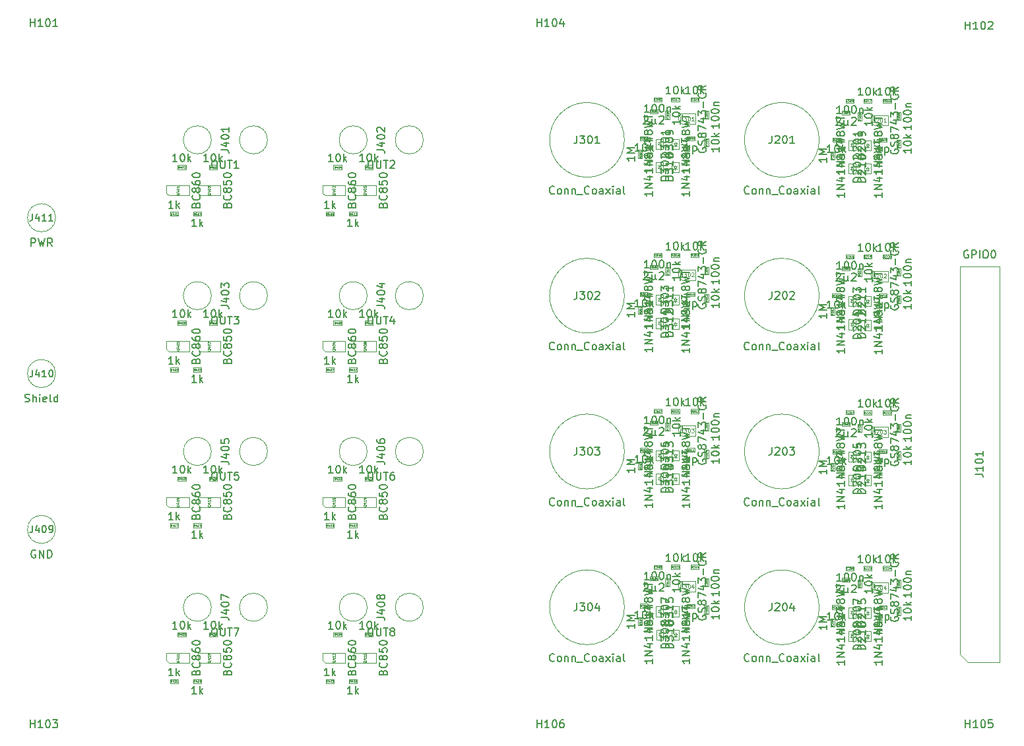
<source format=gbr>
%TF.GenerationSoftware,KiCad,Pcbnew,6.0.0-d3dd2cf0fa~116~ubuntu21.10.1*%
%TF.CreationDate,2022-01-19T11:26:26+00:00*%
%TF.ProjectId,latbox_cycloneV,6c617462-6f78-45f6-9379-636c6f6e6556,rev?*%
%TF.SameCoordinates,Original*%
%TF.FileFunction,AssemblyDrawing,Top*%
%FSLAX46Y46*%
G04 Gerber Fmt 4.6, Leading zero omitted, Abs format (unit mm)*
G04 Created by KiCad (PCBNEW 6.0.0-d3dd2cf0fa~116~ubuntu21.10.1) date 2022-01-19 11:26:26*
%MOMM*%
%LPD*%
G01*
G04 APERTURE LIST*
%ADD10C,0.150000*%
%ADD11C,0.040000*%
%ADD12C,0.075000*%
%ADD13C,0.050000*%
%ADD14C,0.140000*%
%ADD15C,0.100000*%
G04 APERTURE END LIST*
D10*
%TO.C,H101*%
X53585714Y-55452380D02*
X53585714Y-54452380D01*
X53585714Y-54928571D02*
X54157142Y-54928571D01*
X54157142Y-55452380D02*
X54157142Y-54452380D01*
X55157142Y-55452380D02*
X54585714Y-55452380D01*
X54871428Y-55452380D02*
X54871428Y-54452380D01*
X54776190Y-54595238D01*
X54680952Y-54690476D01*
X54585714Y-54738095D01*
X55776190Y-54452380D02*
X55871428Y-54452380D01*
X55966666Y-54500000D01*
X56014285Y-54547619D01*
X56061904Y-54642857D01*
X56109523Y-54833333D01*
X56109523Y-55071428D01*
X56061904Y-55261904D01*
X56014285Y-55357142D01*
X55966666Y-55404761D01*
X55871428Y-55452380D01*
X55776190Y-55452380D01*
X55680952Y-55404761D01*
X55633333Y-55357142D01*
X55585714Y-55261904D01*
X55538095Y-55071428D01*
X55538095Y-54833333D01*
X55585714Y-54642857D01*
X55633333Y-54547619D01*
X55680952Y-54500000D01*
X55776190Y-54452380D01*
X57061904Y-55452380D02*
X56490476Y-55452380D01*
X56776190Y-55452380D02*
X56776190Y-54452380D01*
X56680952Y-54595238D01*
X56585714Y-54690476D01*
X56490476Y-54738095D01*
%TO.C,D301*%
X138187380Y-73620238D02*
X138187380Y-74191666D01*
X138187380Y-73905952D02*
X137187380Y-73905952D01*
X137330238Y-74001190D01*
X137425476Y-74096428D01*
X137473095Y-74191666D01*
X138187380Y-73191666D02*
X137187380Y-73191666D01*
X138187380Y-72620238D01*
X137187380Y-72620238D01*
X137520714Y-71715476D02*
X138187380Y-71715476D01*
X137139761Y-71953571D02*
X137854047Y-72191666D01*
X137854047Y-71572619D01*
X138187380Y-70667857D02*
X138187380Y-71239285D01*
X138187380Y-70953571D02*
X137187380Y-70953571D01*
X137330238Y-71048809D01*
X137425476Y-71144047D01*
X137473095Y-71239285D01*
X137520714Y-69810714D02*
X138187380Y-69810714D01*
X137139761Y-70048809D02*
X137854047Y-70286904D01*
X137854047Y-69667857D01*
X137615952Y-69144047D02*
X137568333Y-69239285D01*
X137520714Y-69286904D01*
X137425476Y-69334523D01*
X137377857Y-69334523D01*
X137282619Y-69286904D01*
X137235000Y-69239285D01*
X137187380Y-69144047D01*
X137187380Y-68953571D01*
X137235000Y-68858333D01*
X137282619Y-68810714D01*
X137377857Y-68763095D01*
X137425476Y-68763095D01*
X137520714Y-68810714D01*
X137568333Y-68858333D01*
X137615952Y-68953571D01*
X137615952Y-69144047D01*
X137663571Y-69239285D01*
X137711190Y-69286904D01*
X137806428Y-69334523D01*
X137996904Y-69334523D01*
X138092142Y-69286904D01*
X138139761Y-69239285D01*
X138187380Y-69144047D01*
X138187380Y-68953571D01*
X138139761Y-68858333D01*
X138092142Y-68810714D01*
X137996904Y-68763095D01*
X137806428Y-68763095D01*
X137711190Y-68810714D01*
X137663571Y-68858333D01*
X137615952Y-68953571D01*
X137187380Y-68429761D02*
X138187380Y-68191666D01*
X137473095Y-68001190D01*
X138187380Y-67810714D01*
X137187380Y-67572619D01*
X137187380Y-67334523D02*
X137187380Y-66763095D01*
X138187380Y-67048809D02*
X137187380Y-67048809D01*
X135487380Y-72215476D02*
X134487380Y-72215476D01*
X134487380Y-71977380D01*
X134535000Y-71834523D01*
X134630238Y-71739285D01*
X134725476Y-71691666D01*
X134915952Y-71644047D01*
X135058809Y-71644047D01*
X135249285Y-71691666D01*
X135344523Y-71739285D01*
X135439761Y-71834523D01*
X135487380Y-71977380D01*
X135487380Y-72215476D01*
X134487380Y-71310714D02*
X134487380Y-70691666D01*
X134868333Y-71025000D01*
X134868333Y-70882142D01*
X134915952Y-70786904D01*
X134963571Y-70739285D01*
X135058809Y-70691666D01*
X135296904Y-70691666D01*
X135392142Y-70739285D01*
X135439761Y-70786904D01*
X135487380Y-70882142D01*
X135487380Y-71167857D01*
X135439761Y-71263095D01*
X135392142Y-71310714D01*
X134487380Y-70072619D02*
X134487380Y-69977380D01*
X134535000Y-69882142D01*
X134582619Y-69834523D01*
X134677857Y-69786904D01*
X134868333Y-69739285D01*
X135106428Y-69739285D01*
X135296904Y-69786904D01*
X135392142Y-69834523D01*
X135439761Y-69882142D01*
X135487380Y-69977380D01*
X135487380Y-70072619D01*
X135439761Y-70167857D01*
X135392142Y-70215476D01*
X135296904Y-70263095D01*
X135106428Y-70310714D01*
X134868333Y-70310714D01*
X134677857Y-70263095D01*
X134582619Y-70215476D01*
X134535000Y-70167857D01*
X134487380Y-70072619D01*
X135487380Y-68786904D02*
X135487380Y-69358333D01*
X135487380Y-69072619D02*
X134487380Y-69072619D01*
X134630238Y-69167857D01*
X134725476Y-69263095D01*
X134773095Y-69358333D01*
%TO.C,R409*%
X74870952Y-81122380D02*
X74299523Y-81122380D01*
X74585238Y-81122380D02*
X74585238Y-80122380D01*
X74490000Y-80265238D01*
X74394761Y-80360476D01*
X74299523Y-80408095D01*
X75299523Y-81122380D02*
X75299523Y-80122380D01*
X75394761Y-80741428D02*
X75680476Y-81122380D01*
X75680476Y-80455714D02*
X75299523Y-80836666D01*
D11*
X74699047Y-79617619D02*
X74612380Y-79493809D01*
X74550476Y-79617619D02*
X74550476Y-79357619D01*
X74649523Y-79357619D01*
X74674285Y-79370000D01*
X74686666Y-79382380D01*
X74699047Y-79407142D01*
X74699047Y-79444285D01*
X74686666Y-79469047D01*
X74674285Y-79481428D01*
X74649523Y-79493809D01*
X74550476Y-79493809D01*
X74921904Y-79444285D02*
X74921904Y-79617619D01*
X74860000Y-79345238D02*
X74798095Y-79530952D01*
X74959047Y-79530952D01*
X75107619Y-79357619D02*
X75132380Y-79357619D01*
X75157142Y-79370000D01*
X75169523Y-79382380D01*
X75181904Y-79407142D01*
X75194285Y-79456666D01*
X75194285Y-79518571D01*
X75181904Y-79568095D01*
X75169523Y-79592857D01*
X75157142Y-79605238D01*
X75132380Y-79617619D01*
X75107619Y-79617619D01*
X75082857Y-79605238D01*
X75070476Y-79592857D01*
X75058095Y-79568095D01*
X75045714Y-79518571D01*
X75045714Y-79456666D01*
X75058095Y-79407142D01*
X75070476Y-79382380D01*
X75082857Y-79370000D01*
X75107619Y-79357619D01*
X75318095Y-79617619D02*
X75367619Y-79617619D01*
X75392380Y-79605238D01*
X75404761Y-79592857D01*
X75429523Y-79555714D01*
X75441904Y-79506190D01*
X75441904Y-79407142D01*
X75429523Y-79382380D01*
X75417142Y-79370000D01*
X75392380Y-79357619D01*
X75342857Y-79357619D01*
X75318095Y-79370000D01*
X75305714Y-79382380D01*
X75293333Y-79407142D01*
X75293333Y-79469047D01*
X75305714Y-79493809D01*
X75318095Y-79506190D01*
X75342857Y-79518571D01*
X75392380Y-79518571D01*
X75417142Y-79506190D01*
X75429523Y-79493809D01*
X75441904Y-79469047D01*
D10*
%TO.C,J406*%
X97123809Y-112652380D02*
X97314285Y-112652380D01*
X97409523Y-112700000D01*
X97504761Y-112795238D01*
X97552380Y-112985714D01*
X97552380Y-113319047D01*
X97504761Y-113509523D01*
X97409523Y-113604761D01*
X97314285Y-113652380D01*
X97123809Y-113652380D01*
X97028571Y-113604761D01*
X96933333Y-113509523D01*
X96885714Y-113319047D01*
X96885714Y-112985714D01*
X96933333Y-112795238D01*
X97028571Y-112700000D01*
X97123809Y-112652380D01*
X97980952Y-112652380D02*
X97980952Y-113461904D01*
X98028571Y-113557142D01*
X98076190Y-113604761D01*
X98171428Y-113652380D01*
X98361904Y-113652380D01*
X98457142Y-113604761D01*
X98504761Y-113557142D01*
X98552380Y-113461904D01*
X98552380Y-112652380D01*
X98885714Y-112652380D02*
X99457142Y-112652380D01*
X99171428Y-113652380D02*
X99171428Y-112652380D01*
X100219047Y-112652380D02*
X100028571Y-112652380D01*
X99933333Y-112700000D01*
X99885714Y-112747619D01*
X99790476Y-112890476D01*
X99742857Y-113080952D01*
X99742857Y-113461904D01*
X99790476Y-113557142D01*
X99838095Y-113604761D01*
X99933333Y-113652380D01*
X100123809Y-113652380D01*
X100219047Y-113604761D01*
X100266666Y-113557142D01*
X100314285Y-113461904D01*
X100314285Y-113223809D01*
X100266666Y-113128571D01*
X100219047Y-113080952D01*
X100123809Y-113033333D01*
X99933333Y-113033333D01*
X99838095Y-113080952D01*
X99790476Y-113128571D01*
X99742857Y-113223809D01*
X98052380Y-111285714D02*
X98766666Y-111285714D01*
X98909523Y-111333333D01*
X99004761Y-111428571D01*
X99052380Y-111571428D01*
X99052380Y-111666666D01*
X98385714Y-110380952D02*
X99052380Y-110380952D01*
X98004761Y-110619047D02*
X98719047Y-110857142D01*
X98719047Y-110238095D01*
X98052380Y-109666666D02*
X98052380Y-109571428D01*
X98100000Y-109476190D01*
X98147619Y-109428571D01*
X98242857Y-109380952D01*
X98433333Y-109333333D01*
X98671428Y-109333333D01*
X98861904Y-109380952D01*
X98957142Y-109428571D01*
X99004761Y-109476190D01*
X99052380Y-109571428D01*
X99052380Y-109666666D01*
X99004761Y-109761904D01*
X98957142Y-109809523D01*
X98861904Y-109857142D01*
X98671428Y-109904761D01*
X98433333Y-109904761D01*
X98242857Y-109857142D01*
X98147619Y-109809523D01*
X98100000Y-109761904D01*
X98052380Y-109666666D01*
X98052380Y-108476190D02*
X98052380Y-108666666D01*
X98100000Y-108761904D01*
X98147619Y-108809523D01*
X98290476Y-108904761D01*
X98480952Y-108952380D01*
X98861904Y-108952380D01*
X98957142Y-108904761D01*
X99004761Y-108857142D01*
X99052380Y-108761904D01*
X99052380Y-108571428D01*
X99004761Y-108476190D01*
X98957142Y-108428571D01*
X98861904Y-108380952D01*
X98623809Y-108380952D01*
X98528571Y-108428571D01*
X98480952Y-108476190D01*
X98433333Y-108571428D01*
X98433333Y-108761904D01*
X98480952Y-108857142D01*
X98528571Y-108904761D01*
X98623809Y-108952380D01*
%TO.C,U303*%
X139325000Y-111063095D02*
X139277380Y-111158333D01*
X139277380Y-111301190D01*
X139325000Y-111444047D01*
X139420238Y-111539285D01*
X139515476Y-111586904D01*
X139705952Y-111634523D01*
X139848809Y-111634523D01*
X140039285Y-111586904D01*
X140134523Y-111539285D01*
X140229761Y-111444047D01*
X140277380Y-111301190D01*
X140277380Y-111205952D01*
X140229761Y-111063095D01*
X140182142Y-111015476D01*
X139848809Y-111015476D01*
X139848809Y-111205952D01*
X140229761Y-110634523D02*
X140277380Y-110491666D01*
X140277380Y-110253571D01*
X140229761Y-110158333D01*
X140182142Y-110110714D01*
X140086904Y-110063095D01*
X139991666Y-110063095D01*
X139896428Y-110110714D01*
X139848809Y-110158333D01*
X139801190Y-110253571D01*
X139753571Y-110444047D01*
X139705952Y-110539285D01*
X139658333Y-110586904D01*
X139563095Y-110634523D01*
X139467857Y-110634523D01*
X139372619Y-110586904D01*
X139325000Y-110539285D01*
X139277380Y-110444047D01*
X139277380Y-110205952D01*
X139325000Y-110063095D01*
X139705952Y-109491666D02*
X139658333Y-109586904D01*
X139610714Y-109634523D01*
X139515476Y-109682142D01*
X139467857Y-109682142D01*
X139372619Y-109634523D01*
X139325000Y-109586904D01*
X139277380Y-109491666D01*
X139277380Y-109301190D01*
X139325000Y-109205952D01*
X139372619Y-109158333D01*
X139467857Y-109110714D01*
X139515476Y-109110714D01*
X139610714Y-109158333D01*
X139658333Y-109205952D01*
X139705952Y-109301190D01*
X139705952Y-109491666D01*
X139753571Y-109586904D01*
X139801190Y-109634523D01*
X139896428Y-109682142D01*
X140086904Y-109682142D01*
X140182142Y-109634523D01*
X140229761Y-109586904D01*
X140277380Y-109491666D01*
X140277380Y-109301190D01*
X140229761Y-109205952D01*
X140182142Y-109158333D01*
X140086904Y-109110714D01*
X139896428Y-109110714D01*
X139801190Y-109158333D01*
X139753571Y-109205952D01*
X139705952Y-109301190D01*
X139277380Y-108777380D02*
X139277380Y-108110714D01*
X140277380Y-108539285D01*
X139610714Y-107301190D02*
X140277380Y-107301190D01*
X139229761Y-107539285D02*
X139944047Y-107777380D01*
X139944047Y-107158333D01*
X139277380Y-106872619D02*
X139277380Y-106253571D01*
X139658333Y-106586904D01*
X139658333Y-106444047D01*
X139705952Y-106348809D01*
X139753571Y-106301190D01*
X139848809Y-106253571D01*
X140086904Y-106253571D01*
X140182142Y-106301190D01*
X140229761Y-106348809D01*
X140277380Y-106444047D01*
X140277380Y-106729761D01*
X140229761Y-106825000D01*
X140182142Y-106872619D01*
X139896428Y-105825000D02*
X139896428Y-105063095D01*
X140182142Y-104015476D02*
X140229761Y-104063095D01*
X140277380Y-104205952D01*
X140277380Y-104301190D01*
X140229761Y-104444047D01*
X140134523Y-104539285D01*
X140039285Y-104586904D01*
X139848809Y-104634523D01*
X139705952Y-104634523D01*
X139515476Y-104586904D01*
X139420238Y-104539285D01*
X139325000Y-104444047D01*
X139277380Y-104301190D01*
X139277380Y-104205952D01*
X139325000Y-104063095D01*
X139372619Y-104015476D01*
X140277380Y-103015476D02*
X139801190Y-103348809D01*
X140277380Y-103586904D02*
X139277380Y-103586904D01*
X139277380Y-103205952D01*
X139325000Y-103110714D01*
X139372619Y-103063095D01*
X139467857Y-103015476D01*
X139610714Y-103015476D01*
X139705952Y-103063095D01*
X139753571Y-103110714D01*
X139801190Y-103205952D01*
X139801190Y-103586904D01*
D12*
X136967857Y-107051190D02*
X136967857Y-107455952D01*
X136991666Y-107503571D01*
X137015476Y-107527380D01*
X137063095Y-107551190D01*
X137158333Y-107551190D01*
X137205952Y-107527380D01*
X137229761Y-107503571D01*
X137253571Y-107455952D01*
X137253571Y-107051190D01*
X137444047Y-107051190D02*
X137753571Y-107051190D01*
X137586904Y-107241666D01*
X137658333Y-107241666D01*
X137705952Y-107265476D01*
X137729761Y-107289285D01*
X137753571Y-107336904D01*
X137753571Y-107455952D01*
X137729761Y-107503571D01*
X137705952Y-107527380D01*
X137658333Y-107551190D01*
X137515476Y-107551190D01*
X137467857Y-107527380D01*
X137444047Y-107503571D01*
X138063095Y-107051190D02*
X138110714Y-107051190D01*
X138158333Y-107075000D01*
X138182142Y-107098809D01*
X138205952Y-107146428D01*
X138229761Y-107241666D01*
X138229761Y-107360714D01*
X138205952Y-107455952D01*
X138182142Y-107503571D01*
X138158333Y-107527380D01*
X138110714Y-107551190D01*
X138063095Y-107551190D01*
X138015476Y-107527380D01*
X137991666Y-107503571D01*
X137967857Y-107455952D01*
X137944047Y-107360714D01*
X137944047Y-107241666D01*
X137967857Y-107146428D01*
X137991666Y-107098809D01*
X138015476Y-107075000D01*
X138063095Y-107051190D01*
X138396428Y-107051190D02*
X138705952Y-107051190D01*
X138539285Y-107241666D01*
X138610714Y-107241666D01*
X138658333Y-107265476D01*
X138682142Y-107289285D01*
X138705952Y-107336904D01*
X138705952Y-107455952D01*
X138682142Y-107503571D01*
X138658333Y-107527380D01*
X138610714Y-107551190D01*
X138467857Y-107551190D01*
X138420238Y-107527380D01*
X138396428Y-107503571D01*
D10*
%TO.C,R417*%
X71890952Y-118782380D02*
X71319523Y-118782380D01*
X71605238Y-118782380D02*
X71605238Y-117782380D01*
X71510000Y-117925238D01*
X71414761Y-118020476D01*
X71319523Y-118068095D01*
X72319523Y-118782380D02*
X72319523Y-117782380D01*
X72414761Y-118401428D02*
X72700476Y-118782380D01*
X72700476Y-118115714D02*
X72319523Y-118496666D01*
D11*
X71719047Y-119617619D02*
X71632380Y-119493809D01*
X71570476Y-119617619D02*
X71570476Y-119357619D01*
X71669523Y-119357619D01*
X71694285Y-119370000D01*
X71706666Y-119382380D01*
X71719047Y-119407142D01*
X71719047Y-119444285D01*
X71706666Y-119469047D01*
X71694285Y-119481428D01*
X71669523Y-119493809D01*
X71570476Y-119493809D01*
X71941904Y-119444285D02*
X71941904Y-119617619D01*
X71880000Y-119345238D02*
X71818095Y-119530952D01*
X71979047Y-119530952D01*
X72214285Y-119617619D02*
X72065714Y-119617619D01*
X72140000Y-119617619D02*
X72140000Y-119357619D01*
X72115238Y-119394761D01*
X72090476Y-119419523D01*
X72065714Y-119431904D01*
X72300952Y-119357619D02*
X72474285Y-119357619D01*
X72362857Y-119617619D01*
D10*
%TO.C,J402*%
X97123809Y-72652380D02*
X97314285Y-72652380D01*
X97409523Y-72700000D01*
X97504761Y-72795238D01*
X97552380Y-72985714D01*
X97552380Y-73319047D01*
X97504761Y-73509523D01*
X97409523Y-73604761D01*
X97314285Y-73652380D01*
X97123809Y-73652380D01*
X97028571Y-73604761D01*
X96933333Y-73509523D01*
X96885714Y-73319047D01*
X96885714Y-72985714D01*
X96933333Y-72795238D01*
X97028571Y-72700000D01*
X97123809Y-72652380D01*
X97980952Y-72652380D02*
X97980952Y-73461904D01*
X98028571Y-73557142D01*
X98076190Y-73604761D01*
X98171428Y-73652380D01*
X98361904Y-73652380D01*
X98457142Y-73604761D01*
X98504761Y-73557142D01*
X98552380Y-73461904D01*
X98552380Y-72652380D01*
X98885714Y-72652380D02*
X99457142Y-72652380D01*
X99171428Y-73652380D02*
X99171428Y-72652380D01*
X99742857Y-72747619D02*
X99790476Y-72700000D01*
X99885714Y-72652380D01*
X100123809Y-72652380D01*
X100219047Y-72700000D01*
X100266666Y-72747619D01*
X100314285Y-72842857D01*
X100314285Y-72938095D01*
X100266666Y-73080952D01*
X99695238Y-73652380D01*
X100314285Y-73652380D01*
X98052380Y-71285714D02*
X98766666Y-71285714D01*
X98909523Y-71333333D01*
X99004761Y-71428571D01*
X99052380Y-71571428D01*
X99052380Y-71666666D01*
X98385714Y-70380952D02*
X99052380Y-70380952D01*
X98004761Y-70619047D02*
X98719047Y-70857142D01*
X98719047Y-70238095D01*
X98052380Y-69666666D02*
X98052380Y-69571428D01*
X98100000Y-69476190D01*
X98147619Y-69428571D01*
X98242857Y-69380952D01*
X98433333Y-69333333D01*
X98671428Y-69333333D01*
X98861904Y-69380952D01*
X98957142Y-69428571D01*
X99004761Y-69476190D01*
X99052380Y-69571428D01*
X99052380Y-69666666D01*
X99004761Y-69761904D01*
X98957142Y-69809523D01*
X98861904Y-69857142D01*
X98671428Y-69904761D01*
X98433333Y-69904761D01*
X98242857Y-69857142D01*
X98147619Y-69809523D01*
X98100000Y-69761904D01*
X98052380Y-69666666D01*
X98147619Y-68952380D02*
X98100000Y-68904761D01*
X98052380Y-68809523D01*
X98052380Y-68571428D01*
X98100000Y-68476190D01*
X98147619Y-68428571D01*
X98242857Y-68380952D01*
X98338095Y-68380952D01*
X98480952Y-68428571D01*
X99052380Y-69000000D01*
X99052380Y-68380952D01*
%TO.C,C203*%
X156964285Y-107207619D02*
X157011904Y-107160000D01*
X157107142Y-107112380D01*
X157345238Y-107112380D01*
X157440476Y-107160000D01*
X157488095Y-107207619D01*
X157535714Y-107302857D01*
X157535714Y-107398095D01*
X157488095Y-107540952D01*
X156916666Y-108112380D01*
X157535714Y-108112380D01*
X157964285Y-107445714D02*
X157964285Y-108445714D01*
X158440476Y-107969523D02*
X158488095Y-108064761D01*
X158583333Y-108112380D01*
X157964285Y-107969523D02*
X158011904Y-108064761D01*
X158107142Y-108112380D01*
X158297619Y-108112380D01*
X158392857Y-108064761D01*
X158440476Y-107969523D01*
X158440476Y-107445714D01*
X158964285Y-107207619D02*
X159011904Y-107160000D01*
X159107142Y-107112380D01*
X159345238Y-107112380D01*
X159440476Y-107160000D01*
X159488095Y-107207619D01*
X159535714Y-107302857D01*
X159535714Y-107398095D01*
X159488095Y-107540952D01*
X158916666Y-108112380D01*
X159535714Y-108112380D01*
D11*
X157970238Y-106589285D02*
X157958333Y-106601190D01*
X157922619Y-106613095D01*
X157898809Y-106613095D01*
X157863095Y-106601190D01*
X157839285Y-106577380D01*
X157827380Y-106553571D01*
X157815476Y-106505952D01*
X157815476Y-106470238D01*
X157827380Y-106422619D01*
X157839285Y-106398809D01*
X157863095Y-106375000D01*
X157898809Y-106363095D01*
X157922619Y-106363095D01*
X157958333Y-106375000D01*
X157970238Y-106386904D01*
X158065476Y-106386904D02*
X158077380Y-106375000D01*
X158101190Y-106363095D01*
X158160714Y-106363095D01*
X158184523Y-106375000D01*
X158196428Y-106386904D01*
X158208333Y-106410714D01*
X158208333Y-106434523D01*
X158196428Y-106470238D01*
X158053571Y-106613095D01*
X158208333Y-106613095D01*
X158363095Y-106363095D02*
X158386904Y-106363095D01*
X158410714Y-106375000D01*
X158422619Y-106386904D01*
X158434523Y-106410714D01*
X158446428Y-106458333D01*
X158446428Y-106517857D01*
X158434523Y-106565476D01*
X158422619Y-106589285D01*
X158410714Y-106601190D01*
X158386904Y-106613095D01*
X158363095Y-106613095D01*
X158339285Y-106601190D01*
X158327380Y-106589285D01*
X158315476Y-106565476D01*
X158303571Y-106517857D01*
X158303571Y-106458333D01*
X158315476Y-106410714D01*
X158327380Y-106386904D01*
X158339285Y-106375000D01*
X158363095Y-106363095D01*
X158529761Y-106363095D02*
X158684523Y-106363095D01*
X158601190Y-106458333D01*
X158636904Y-106458333D01*
X158660714Y-106470238D01*
X158672619Y-106482142D01*
X158684523Y-106505952D01*
X158684523Y-106565476D01*
X158672619Y-106589285D01*
X158660714Y-106601190D01*
X158636904Y-106613095D01*
X158565476Y-106613095D01*
X158541666Y-106601190D01*
X158529761Y-106589285D01*
D10*
%TO.C,D303*%
X138177380Y-93620238D02*
X138177380Y-94191666D01*
X138177380Y-93905952D02*
X137177380Y-93905952D01*
X137320238Y-94001190D01*
X137415476Y-94096428D01*
X137463095Y-94191666D01*
X138177380Y-93191666D02*
X137177380Y-93191666D01*
X138177380Y-92620238D01*
X137177380Y-92620238D01*
X137510714Y-91715476D02*
X138177380Y-91715476D01*
X137129761Y-91953571D02*
X137844047Y-92191666D01*
X137844047Y-91572619D01*
X138177380Y-90667857D02*
X138177380Y-91239285D01*
X138177380Y-90953571D02*
X137177380Y-90953571D01*
X137320238Y-91048809D01*
X137415476Y-91144047D01*
X137463095Y-91239285D01*
X137510714Y-89810714D02*
X138177380Y-89810714D01*
X137129761Y-90048809D02*
X137844047Y-90286904D01*
X137844047Y-89667857D01*
X137605952Y-89144047D02*
X137558333Y-89239285D01*
X137510714Y-89286904D01*
X137415476Y-89334523D01*
X137367857Y-89334523D01*
X137272619Y-89286904D01*
X137225000Y-89239285D01*
X137177380Y-89144047D01*
X137177380Y-88953571D01*
X137225000Y-88858333D01*
X137272619Y-88810714D01*
X137367857Y-88763095D01*
X137415476Y-88763095D01*
X137510714Y-88810714D01*
X137558333Y-88858333D01*
X137605952Y-88953571D01*
X137605952Y-89144047D01*
X137653571Y-89239285D01*
X137701190Y-89286904D01*
X137796428Y-89334523D01*
X137986904Y-89334523D01*
X138082142Y-89286904D01*
X138129761Y-89239285D01*
X138177380Y-89144047D01*
X138177380Y-88953571D01*
X138129761Y-88858333D01*
X138082142Y-88810714D01*
X137986904Y-88763095D01*
X137796428Y-88763095D01*
X137701190Y-88810714D01*
X137653571Y-88858333D01*
X137605952Y-88953571D01*
X137177380Y-88429761D02*
X138177380Y-88191666D01*
X137463095Y-88001190D01*
X138177380Y-87810714D01*
X137177380Y-87572619D01*
X137177380Y-87334523D02*
X137177380Y-86763095D01*
X138177380Y-87048809D02*
X137177380Y-87048809D01*
X135477380Y-92215476D02*
X134477380Y-92215476D01*
X134477380Y-91977380D01*
X134525000Y-91834523D01*
X134620238Y-91739285D01*
X134715476Y-91691666D01*
X134905952Y-91644047D01*
X135048809Y-91644047D01*
X135239285Y-91691666D01*
X135334523Y-91739285D01*
X135429761Y-91834523D01*
X135477380Y-91977380D01*
X135477380Y-92215476D01*
X134477380Y-91310714D02*
X134477380Y-90691666D01*
X134858333Y-91025000D01*
X134858333Y-90882142D01*
X134905952Y-90786904D01*
X134953571Y-90739285D01*
X135048809Y-90691666D01*
X135286904Y-90691666D01*
X135382142Y-90739285D01*
X135429761Y-90786904D01*
X135477380Y-90882142D01*
X135477380Y-91167857D01*
X135429761Y-91263095D01*
X135382142Y-91310714D01*
X134477380Y-90072619D02*
X134477380Y-89977380D01*
X134525000Y-89882142D01*
X134572619Y-89834523D01*
X134667857Y-89786904D01*
X134858333Y-89739285D01*
X135096428Y-89739285D01*
X135286904Y-89786904D01*
X135382142Y-89834523D01*
X135429761Y-89882142D01*
X135477380Y-89977380D01*
X135477380Y-90072619D01*
X135429761Y-90167857D01*
X135382142Y-90215476D01*
X135286904Y-90263095D01*
X135096428Y-90310714D01*
X134858333Y-90310714D01*
X134667857Y-90263095D01*
X134572619Y-90215476D01*
X134525000Y-90167857D01*
X134477380Y-90072619D01*
X134477380Y-89405952D02*
X134477380Y-88786904D01*
X134858333Y-89120238D01*
X134858333Y-88977380D01*
X134905952Y-88882142D01*
X134953571Y-88834523D01*
X135048809Y-88786904D01*
X135286904Y-88786904D01*
X135382142Y-88834523D01*
X135429761Y-88882142D01*
X135477380Y-88977380D01*
X135477380Y-89263095D01*
X135429761Y-89358333D01*
X135382142Y-89405952D01*
%TO.C,R432*%
X96404761Y-132782380D02*
X95833333Y-132782380D01*
X96119047Y-132782380D02*
X96119047Y-131782380D01*
X96023809Y-131925238D01*
X95928571Y-132020476D01*
X95833333Y-132068095D01*
X97023809Y-131782380D02*
X97119047Y-131782380D01*
X97214285Y-131830000D01*
X97261904Y-131877619D01*
X97309523Y-131972857D01*
X97357142Y-132163333D01*
X97357142Y-132401428D01*
X97309523Y-132591904D01*
X97261904Y-132687142D01*
X97214285Y-132734761D01*
X97119047Y-132782380D01*
X97023809Y-132782380D01*
X96928571Y-132734761D01*
X96880952Y-132687142D01*
X96833333Y-132591904D01*
X96785714Y-132401428D01*
X96785714Y-132163333D01*
X96833333Y-131972857D01*
X96880952Y-131877619D01*
X96928571Y-131830000D01*
X97023809Y-131782380D01*
X97785714Y-132782380D02*
X97785714Y-131782380D01*
X97880952Y-132401428D02*
X98166666Y-132782380D01*
X98166666Y-132115714D02*
X97785714Y-132496666D01*
D11*
X96709047Y-133617619D02*
X96622380Y-133493809D01*
X96560476Y-133617619D02*
X96560476Y-133357619D01*
X96659523Y-133357619D01*
X96684285Y-133370000D01*
X96696666Y-133382380D01*
X96709047Y-133407142D01*
X96709047Y-133444285D01*
X96696666Y-133469047D01*
X96684285Y-133481428D01*
X96659523Y-133493809D01*
X96560476Y-133493809D01*
X96931904Y-133444285D02*
X96931904Y-133617619D01*
X96870000Y-133345238D02*
X96808095Y-133530952D01*
X96969047Y-133530952D01*
X97043333Y-133357619D02*
X97204285Y-133357619D01*
X97117619Y-133456666D01*
X97154761Y-133456666D01*
X97179523Y-133469047D01*
X97191904Y-133481428D01*
X97204285Y-133506190D01*
X97204285Y-133568095D01*
X97191904Y-133592857D01*
X97179523Y-133605238D01*
X97154761Y-133617619D01*
X97080476Y-133617619D01*
X97055714Y-133605238D01*
X97043333Y-133592857D01*
X97303333Y-133382380D02*
X97315714Y-133370000D01*
X97340476Y-133357619D01*
X97402380Y-133357619D01*
X97427142Y-133370000D01*
X97439523Y-133382380D01*
X97451904Y-133407142D01*
X97451904Y-133431904D01*
X97439523Y-133469047D01*
X97290952Y-133617619D01*
X97451904Y-133617619D01*
D10*
%TO.C,D202*%
X162852380Y-76795238D02*
X162852380Y-77366666D01*
X162852380Y-77080952D02*
X161852380Y-77080952D01*
X161995238Y-77176190D01*
X162090476Y-77271428D01*
X162138095Y-77366666D01*
X162852380Y-76366666D02*
X161852380Y-76366666D01*
X162852380Y-75795238D01*
X161852380Y-75795238D01*
X162185714Y-74890476D02*
X162852380Y-74890476D01*
X161804761Y-75128571D02*
X162519047Y-75366666D01*
X162519047Y-74747619D01*
X162852380Y-73842857D02*
X162852380Y-74414285D01*
X162852380Y-74128571D02*
X161852380Y-74128571D01*
X161995238Y-74223809D01*
X162090476Y-74319047D01*
X162138095Y-74414285D01*
X162185714Y-72985714D02*
X162852380Y-72985714D01*
X161804761Y-73223809D02*
X162519047Y-73461904D01*
X162519047Y-72842857D01*
X162280952Y-72319047D02*
X162233333Y-72414285D01*
X162185714Y-72461904D01*
X162090476Y-72509523D01*
X162042857Y-72509523D01*
X161947619Y-72461904D01*
X161900000Y-72414285D01*
X161852380Y-72319047D01*
X161852380Y-72128571D01*
X161900000Y-72033333D01*
X161947619Y-71985714D01*
X162042857Y-71938095D01*
X162090476Y-71938095D01*
X162185714Y-71985714D01*
X162233333Y-72033333D01*
X162280952Y-72128571D01*
X162280952Y-72319047D01*
X162328571Y-72414285D01*
X162376190Y-72461904D01*
X162471428Y-72509523D01*
X162661904Y-72509523D01*
X162757142Y-72461904D01*
X162804761Y-72414285D01*
X162852380Y-72319047D01*
X162852380Y-72128571D01*
X162804761Y-72033333D01*
X162757142Y-71985714D01*
X162661904Y-71938095D01*
X162471428Y-71938095D01*
X162376190Y-71985714D01*
X162328571Y-72033333D01*
X162280952Y-72128571D01*
X161852380Y-71604761D02*
X162852380Y-71366666D01*
X162138095Y-71176190D01*
X162852380Y-70985714D01*
X161852380Y-70747619D01*
X161852380Y-70509523D02*
X161852380Y-69938095D01*
X162852380Y-70223809D02*
X161852380Y-70223809D01*
X160152380Y-75390476D02*
X159152380Y-75390476D01*
X159152380Y-75152380D01*
X159200000Y-75009523D01*
X159295238Y-74914285D01*
X159390476Y-74866666D01*
X159580952Y-74819047D01*
X159723809Y-74819047D01*
X159914285Y-74866666D01*
X160009523Y-74914285D01*
X160104761Y-75009523D01*
X160152380Y-75152380D01*
X160152380Y-75390476D01*
X159247619Y-74438095D02*
X159200000Y-74390476D01*
X159152380Y-74295238D01*
X159152380Y-74057142D01*
X159200000Y-73961904D01*
X159247619Y-73914285D01*
X159342857Y-73866666D01*
X159438095Y-73866666D01*
X159580952Y-73914285D01*
X160152380Y-74485714D01*
X160152380Y-73866666D01*
X159152380Y-73247619D02*
X159152380Y-73152380D01*
X159200000Y-73057142D01*
X159247619Y-73009523D01*
X159342857Y-72961904D01*
X159533333Y-72914285D01*
X159771428Y-72914285D01*
X159961904Y-72961904D01*
X160057142Y-73009523D01*
X160104761Y-73057142D01*
X160152380Y-73152380D01*
X160152380Y-73247619D01*
X160104761Y-73342857D01*
X160057142Y-73390476D01*
X159961904Y-73438095D01*
X159771428Y-73485714D01*
X159533333Y-73485714D01*
X159342857Y-73438095D01*
X159247619Y-73390476D01*
X159200000Y-73342857D01*
X159152380Y-73247619D01*
X159247619Y-72533333D02*
X159200000Y-72485714D01*
X159152380Y-72390476D01*
X159152380Y-72152380D01*
X159200000Y-72057142D01*
X159247619Y-72009523D01*
X159342857Y-71961904D01*
X159438095Y-71961904D01*
X159580952Y-72009523D01*
X160152380Y-72580952D01*
X160152380Y-71961904D01*
%TO.C,U304*%
X139325000Y-131063095D02*
X139277380Y-131158333D01*
X139277380Y-131301190D01*
X139325000Y-131444047D01*
X139420238Y-131539285D01*
X139515476Y-131586904D01*
X139705952Y-131634523D01*
X139848809Y-131634523D01*
X140039285Y-131586904D01*
X140134523Y-131539285D01*
X140229761Y-131444047D01*
X140277380Y-131301190D01*
X140277380Y-131205952D01*
X140229761Y-131063095D01*
X140182142Y-131015476D01*
X139848809Y-131015476D01*
X139848809Y-131205952D01*
X140229761Y-130634523D02*
X140277380Y-130491666D01*
X140277380Y-130253571D01*
X140229761Y-130158333D01*
X140182142Y-130110714D01*
X140086904Y-130063095D01*
X139991666Y-130063095D01*
X139896428Y-130110714D01*
X139848809Y-130158333D01*
X139801190Y-130253571D01*
X139753571Y-130444047D01*
X139705952Y-130539285D01*
X139658333Y-130586904D01*
X139563095Y-130634523D01*
X139467857Y-130634523D01*
X139372619Y-130586904D01*
X139325000Y-130539285D01*
X139277380Y-130444047D01*
X139277380Y-130205952D01*
X139325000Y-130063095D01*
X139705952Y-129491666D02*
X139658333Y-129586904D01*
X139610714Y-129634523D01*
X139515476Y-129682142D01*
X139467857Y-129682142D01*
X139372619Y-129634523D01*
X139325000Y-129586904D01*
X139277380Y-129491666D01*
X139277380Y-129301190D01*
X139325000Y-129205952D01*
X139372619Y-129158333D01*
X139467857Y-129110714D01*
X139515476Y-129110714D01*
X139610714Y-129158333D01*
X139658333Y-129205952D01*
X139705952Y-129301190D01*
X139705952Y-129491666D01*
X139753571Y-129586904D01*
X139801190Y-129634523D01*
X139896428Y-129682142D01*
X140086904Y-129682142D01*
X140182142Y-129634523D01*
X140229761Y-129586904D01*
X140277380Y-129491666D01*
X140277380Y-129301190D01*
X140229761Y-129205952D01*
X140182142Y-129158333D01*
X140086904Y-129110714D01*
X139896428Y-129110714D01*
X139801190Y-129158333D01*
X139753571Y-129205952D01*
X139705952Y-129301190D01*
X139277380Y-128777380D02*
X139277380Y-128110714D01*
X140277380Y-128539285D01*
X139610714Y-127301190D02*
X140277380Y-127301190D01*
X139229761Y-127539285D02*
X139944047Y-127777380D01*
X139944047Y-127158333D01*
X139277380Y-126872619D02*
X139277380Y-126253571D01*
X139658333Y-126586904D01*
X139658333Y-126444047D01*
X139705952Y-126348809D01*
X139753571Y-126301190D01*
X139848809Y-126253571D01*
X140086904Y-126253571D01*
X140182142Y-126301190D01*
X140229761Y-126348809D01*
X140277380Y-126444047D01*
X140277380Y-126729761D01*
X140229761Y-126825000D01*
X140182142Y-126872619D01*
X139896428Y-125825000D02*
X139896428Y-125063095D01*
X140182142Y-124015476D02*
X140229761Y-124063095D01*
X140277380Y-124205952D01*
X140277380Y-124301190D01*
X140229761Y-124444047D01*
X140134523Y-124539285D01*
X140039285Y-124586904D01*
X139848809Y-124634523D01*
X139705952Y-124634523D01*
X139515476Y-124586904D01*
X139420238Y-124539285D01*
X139325000Y-124444047D01*
X139277380Y-124301190D01*
X139277380Y-124205952D01*
X139325000Y-124063095D01*
X139372619Y-124015476D01*
X140277380Y-123015476D02*
X139801190Y-123348809D01*
X140277380Y-123586904D02*
X139277380Y-123586904D01*
X139277380Y-123205952D01*
X139325000Y-123110714D01*
X139372619Y-123063095D01*
X139467857Y-123015476D01*
X139610714Y-123015476D01*
X139705952Y-123063095D01*
X139753571Y-123110714D01*
X139801190Y-123205952D01*
X139801190Y-123586904D01*
D12*
X136967857Y-127051190D02*
X136967857Y-127455952D01*
X136991666Y-127503571D01*
X137015476Y-127527380D01*
X137063095Y-127551190D01*
X137158333Y-127551190D01*
X137205952Y-127527380D01*
X137229761Y-127503571D01*
X137253571Y-127455952D01*
X137253571Y-127051190D01*
X137444047Y-127051190D02*
X137753571Y-127051190D01*
X137586904Y-127241666D01*
X137658333Y-127241666D01*
X137705952Y-127265476D01*
X137729761Y-127289285D01*
X137753571Y-127336904D01*
X137753571Y-127455952D01*
X137729761Y-127503571D01*
X137705952Y-127527380D01*
X137658333Y-127551190D01*
X137515476Y-127551190D01*
X137467857Y-127527380D01*
X137444047Y-127503571D01*
X138063095Y-127051190D02*
X138110714Y-127051190D01*
X138158333Y-127075000D01*
X138182142Y-127098809D01*
X138205952Y-127146428D01*
X138229761Y-127241666D01*
X138229761Y-127360714D01*
X138205952Y-127455952D01*
X138182142Y-127503571D01*
X138158333Y-127527380D01*
X138110714Y-127551190D01*
X138063095Y-127551190D01*
X138015476Y-127527380D01*
X137991666Y-127503571D01*
X137967857Y-127455952D01*
X137944047Y-127360714D01*
X137944047Y-127241666D01*
X137967857Y-127146428D01*
X137991666Y-127098809D01*
X138015476Y-127075000D01*
X138063095Y-127051190D01*
X138658333Y-127217857D02*
X138658333Y-127551190D01*
X138539285Y-127027380D02*
X138420238Y-127384523D01*
X138729761Y-127384523D01*
D10*
%TO.C,R314*%
X141947380Y-110930238D02*
X141947380Y-111501666D01*
X141947380Y-111215952D02*
X140947380Y-111215952D01*
X141090238Y-111311190D01*
X141185476Y-111406428D01*
X141233095Y-111501666D01*
X140947380Y-110311190D02*
X140947380Y-110215952D01*
X140995000Y-110120714D01*
X141042619Y-110073095D01*
X141137857Y-110025476D01*
X141328333Y-109977857D01*
X141566428Y-109977857D01*
X141756904Y-110025476D01*
X141852142Y-110073095D01*
X141899761Y-110120714D01*
X141947380Y-110215952D01*
X141947380Y-110311190D01*
X141899761Y-110406428D01*
X141852142Y-110454047D01*
X141756904Y-110501666D01*
X141566428Y-110549285D01*
X141328333Y-110549285D01*
X141137857Y-110501666D01*
X141042619Y-110454047D01*
X140995000Y-110406428D01*
X140947380Y-110311190D01*
X141947380Y-109549285D02*
X140947380Y-109549285D01*
X141566428Y-109454047D02*
X141947380Y-109168333D01*
X141280714Y-109168333D02*
X141661666Y-109549285D01*
D11*
X140442619Y-110625952D02*
X140318809Y-110712619D01*
X140442619Y-110774523D02*
X140182619Y-110774523D01*
X140182619Y-110675476D01*
X140195000Y-110650714D01*
X140207380Y-110638333D01*
X140232142Y-110625952D01*
X140269285Y-110625952D01*
X140294047Y-110638333D01*
X140306428Y-110650714D01*
X140318809Y-110675476D01*
X140318809Y-110774523D01*
X140182619Y-110539285D02*
X140182619Y-110378333D01*
X140281666Y-110465000D01*
X140281666Y-110427857D01*
X140294047Y-110403095D01*
X140306428Y-110390714D01*
X140331190Y-110378333D01*
X140393095Y-110378333D01*
X140417857Y-110390714D01*
X140430238Y-110403095D01*
X140442619Y-110427857D01*
X140442619Y-110502142D01*
X140430238Y-110526904D01*
X140417857Y-110539285D01*
X140442619Y-110130714D02*
X140442619Y-110279285D01*
X140442619Y-110205000D02*
X140182619Y-110205000D01*
X140219761Y-110229761D01*
X140244523Y-110254523D01*
X140256904Y-110279285D01*
X140269285Y-109907857D02*
X140442619Y-109907857D01*
X140170238Y-109969761D02*
X140355952Y-110031666D01*
X140355952Y-109870714D01*
D10*
%TO.C,R213*%
X161622380Y-107595238D02*
X161622380Y-108166666D01*
X161622380Y-107880952D02*
X160622380Y-107880952D01*
X160765238Y-107976190D01*
X160860476Y-108071428D01*
X160908095Y-108166666D01*
X160622380Y-106976190D02*
X160622380Y-106880952D01*
X160670000Y-106785714D01*
X160717619Y-106738095D01*
X160812857Y-106690476D01*
X161003333Y-106642857D01*
X161241428Y-106642857D01*
X161431904Y-106690476D01*
X161527142Y-106738095D01*
X161574761Y-106785714D01*
X161622380Y-106880952D01*
X161622380Y-106976190D01*
X161574761Y-107071428D01*
X161527142Y-107119047D01*
X161431904Y-107166666D01*
X161241428Y-107214285D01*
X161003333Y-107214285D01*
X160812857Y-107166666D01*
X160717619Y-107119047D01*
X160670000Y-107071428D01*
X160622380Y-106976190D01*
X161622380Y-106214285D02*
X160622380Y-106214285D01*
X161241428Y-106119047D02*
X161622380Y-105833333D01*
X160955714Y-105833333D02*
X161336666Y-106214285D01*
D11*
X160117619Y-107290952D02*
X159993809Y-107377619D01*
X160117619Y-107439523D02*
X159857619Y-107439523D01*
X159857619Y-107340476D01*
X159870000Y-107315714D01*
X159882380Y-107303333D01*
X159907142Y-107290952D01*
X159944285Y-107290952D01*
X159969047Y-107303333D01*
X159981428Y-107315714D01*
X159993809Y-107340476D01*
X159993809Y-107439523D01*
X159882380Y-107191904D02*
X159870000Y-107179523D01*
X159857619Y-107154761D01*
X159857619Y-107092857D01*
X159870000Y-107068095D01*
X159882380Y-107055714D01*
X159907142Y-107043333D01*
X159931904Y-107043333D01*
X159969047Y-107055714D01*
X160117619Y-107204285D01*
X160117619Y-107043333D01*
X160117619Y-106795714D02*
X160117619Y-106944285D01*
X160117619Y-106870000D02*
X159857619Y-106870000D01*
X159894761Y-106894761D01*
X159919523Y-106919523D01*
X159931904Y-106944285D01*
X159857619Y-106709047D02*
X159857619Y-106548095D01*
X159956666Y-106634761D01*
X159956666Y-106597619D01*
X159969047Y-106572857D01*
X159981428Y-106560476D01*
X160006190Y-106548095D01*
X160068095Y-106548095D01*
X160092857Y-106560476D01*
X160105238Y-106572857D01*
X160117619Y-106597619D01*
X160117619Y-106671904D01*
X160105238Y-106696666D01*
X160092857Y-106709047D01*
D10*
%TO.C,R222*%
X162914761Y-104282380D02*
X162343333Y-104282380D01*
X162629047Y-104282380D02*
X162629047Y-103282380D01*
X162533809Y-103425238D01*
X162438571Y-103520476D01*
X162343333Y-103568095D01*
X163533809Y-103282380D02*
X163629047Y-103282380D01*
X163724285Y-103330000D01*
X163771904Y-103377619D01*
X163819523Y-103472857D01*
X163867142Y-103663333D01*
X163867142Y-103901428D01*
X163819523Y-104091904D01*
X163771904Y-104187142D01*
X163724285Y-104234761D01*
X163629047Y-104282380D01*
X163533809Y-104282380D01*
X163438571Y-104234761D01*
X163390952Y-104187142D01*
X163343333Y-104091904D01*
X163295714Y-103901428D01*
X163295714Y-103663333D01*
X163343333Y-103472857D01*
X163390952Y-103377619D01*
X163438571Y-103330000D01*
X163533809Y-103282380D01*
X164295714Y-104282380D02*
X164295714Y-103282380D01*
X164390952Y-103901428D02*
X164676666Y-104282380D01*
X164676666Y-103615714D02*
X164295714Y-103996666D01*
D11*
X163219047Y-105117619D02*
X163132380Y-104993809D01*
X163070476Y-105117619D02*
X163070476Y-104857619D01*
X163169523Y-104857619D01*
X163194285Y-104870000D01*
X163206666Y-104882380D01*
X163219047Y-104907142D01*
X163219047Y-104944285D01*
X163206666Y-104969047D01*
X163194285Y-104981428D01*
X163169523Y-104993809D01*
X163070476Y-104993809D01*
X163318095Y-104882380D02*
X163330476Y-104870000D01*
X163355238Y-104857619D01*
X163417142Y-104857619D01*
X163441904Y-104870000D01*
X163454285Y-104882380D01*
X163466666Y-104907142D01*
X163466666Y-104931904D01*
X163454285Y-104969047D01*
X163305714Y-105117619D01*
X163466666Y-105117619D01*
X163565714Y-104882380D02*
X163578095Y-104870000D01*
X163602857Y-104857619D01*
X163664761Y-104857619D01*
X163689523Y-104870000D01*
X163701904Y-104882380D01*
X163714285Y-104907142D01*
X163714285Y-104931904D01*
X163701904Y-104969047D01*
X163553333Y-105117619D01*
X163714285Y-105117619D01*
X163813333Y-104882380D02*
X163825714Y-104870000D01*
X163850476Y-104857619D01*
X163912380Y-104857619D01*
X163937142Y-104870000D01*
X163949523Y-104882380D01*
X163961904Y-104907142D01*
X163961904Y-104931904D01*
X163949523Y-104969047D01*
X163800952Y-105117619D01*
X163961904Y-105117619D01*
D10*
%TO.C,Q401*%
X74828571Y-78357142D02*
X74876190Y-78214285D01*
X74923809Y-78166666D01*
X75019047Y-78119047D01*
X75161904Y-78119047D01*
X75257142Y-78166666D01*
X75304761Y-78214285D01*
X75352380Y-78309523D01*
X75352380Y-78690476D01*
X74352380Y-78690476D01*
X74352380Y-78357142D01*
X74400000Y-78261904D01*
X74447619Y-78214285D01*
X74542857Y-78166666D01*
X74638095Y-78166666D01*
X74733333Y-78214285D01*
X74780952Y-78261904D01*
X74828571Y-78357142D01*
X74828571Y-78690476D01*
X75257142Y-77119047D02*
X75304761Y-77166666D01*
X75352380Y-77309523D01*
X75352380Y-77404761D01*
X75304761Y-77547619D01*
X75209523Y-77642857D01*
X75114285Y-77690476D01*
X74923809Y-77738095D01*
X74780952Y-77738095D01*
X74590476Y-77690476D01*
X74495238Y-77642857D01*
X74400000Y-77547619D01*
X74352380Y-77404761D01*
X74352380Y-77309523D01*
X74400000Y-77166666D01*
X74447619Y-77119047D01*
X74780952Y-76547619D02*
X74733333Y-76642857D01*
X74685714Y-76690476D01*
X74590476Y-76738095D01*
X74542857Y-76738095D01*
X74447619Y-76690476D01*
X74400000Y-76642857D01*
X74352380Y-76547619D01*
X74352380Y-76357142D01*
X74400000Y-76261904D01*
X74447619Y-76214285D01*
X74542857Y-76166666D01*
X74590476Y-76166666D01*
X74685714Y-76214285D01*
X74733333Y-76261904D01*
X74780952Y-76357142D01*
X74780952Y-76547619D01*
X74828571Y-76642857D01*
X74876190Y-76690476D01*
X74971428Y-76738095D01*
X75161904Y-76738095D01*
X75257142Y-76690476D01*
X75304761Y-76642857D01*
X75352380Y-76547619D01*
X75352380Y-76357142D01*
X75304761Y-76261904D01*
X75257142Y-76214285D01*
X75161904Y-76166666D01*
X74971428Y-76166666D01*
X74876190Y-76214285D01*
X74828571Y-76261904D01*
X74780952Y-76357142D01*
X74352380Y-75309523D02*
X74352380Y-75500000D01*
X74400000Y-75595238D01*
X74447619Y-75642857D01*
X74590476Y-75738095D01*
X74780952Y-75785714D01*
X75161904Y-75785714D01*
X75257142Y-75738095D01*
X75304761Y-75690476D01*
X75352380Y-75595238D01*
X75352380Y-75404761D01*
X75304761Y-75309523D01*
X75257142Y-75261904D01*
X75161904Y-75214285D01*
X74923809Y-75214285D01*
X74828571Y-75261904D01*
X74780952Y-75309523D01*
X74733333Y-75404761D01*
X74733333Y-75595238D01*
X74780952Y-75690476D01*
X74828571Y-75738095D01*
X74923809Y-75785714D01*
X74352380Y-74595238D02*
X74352380Y-74500000D01*
X74400000Y-74404761D01*
X74447619Y-74357142D01*
X74542857Y-74309523D01*
X74733333Y-74261904D01*
X74971428Y-74261904D01*
X75161904Y-74309523D01*
X75257142Y-74357142D01*
X75304761Y-74404761D01*
X75352380Y-74500000D01*
X75352380Y-74595238D01*
X75304761Y-74690476D01*
X75257142Y-74738095D01*
X75161904Y-74785714D01*
X74971428Y-74833333D01*
X74733333Y-74833333D01*
X74542857Y-74785714D01*
X74447619Y-74738095D01*
X74400000Y-74690476D01*
X74352380Y-74595238D01*
D13*
X72675238Y-76835238D02*
X72660000Y-76865714D01*
X72629523Y-76896190D01*
X72583809Y-76941904D01*
X72568571Y-76972380D01*
X72568571Y-77002857D01*
X72644761Y-76987619D02*
X72629523Y-77018095D01*
X72599047Y-77048571D01*
X72538095Y-77063809D01*
X72431428Y-77063809D01*
X72370476Y-77048571D01*
X72340000Y-77018095D01*
X72324761Y-76987619D01*
X72324761Y-76926666D01*
X72340000Y-76896190D01*
X72370476Y-76865714D01*
X72431428Y-76850476D01*
X72538095Y-76850476D01*
X72599047Y-76865714D01*
X72629523Y-76896190D01*
X72644761Y-76926666D01*
X72644761Y-76987619D01*
X72431428Y-76576190D02*
X72644761Y-76576190D01*
X72309523Y-76652380D02*
X72538095Y-76728571D01*
X72538095Y-76530476D01*
X72324761Y-76347619D02*
X72324761Y-76317142D01*
X72340000Y-76286666D01*
X72355238Y-76271428D01*
X72385714Y-76256190D01*
X72446666Y-76240952D01*
X72522857Y-76240952D01*
X72583809Y-76256190D01*
X72614285Y-76271428D01*
X72629523Y-76286666D01*
X72644761Y-76317142D01*
X72644761Y-76347619D01*
X72629523Y-76378095D01*
X72614285Y-76393333D01*
X72583809Y-76408571D01*
X72522857Y-76423809D01*
X72446666Y-76423809D01*
X72385714Y-76408571D01*
X72355238Y-76393333D01*
X72340000Y-76378095D01*
X72324761Y-76347619D01*
X72644761Y-75936190D02*
X72644761Y-76119047D01*
X72644761Y-76027619D02*
X72324761Y-76027619D01*
X72370476Y-76058095D01*
X72400952Y-76088571D01*
X72416190Y-76119047D01*
D10*
%TO.C,Q402*%
X94828571Y-78357142D02*
X94876190Y-78214285D01*
X94923809Y-78166666D01*
X95019047Y-78119047D01*
X95161904Y-78119047D01*
X95257142Y-78166666D01*
X95304761Y-78214285D01*
X95352380Y-78309523D01*
X95352380Y-78690476D01*
X94352380Y-78690476D01*
X94352380Y-78357142D01*
X94400000Y-78261904D01*
X94447619Y-78214285D01*
X94542857Y-78166666D01*
X94638095Y-78166666D01*
X94733333Y-78214285D01*
X94780952Y-78261904D01*
X94828571Y-78357142D01*
X94828571Y-78690476D01*
X95257142Y-77119047D02*
X95304761Y-77166666D01*
X95352380Y-77309523D01*
X95352380Y-77404761D01*
X95304761Y-77547619D01*
X95209523Y-77642857D01*
X95114285Y-77690476D01*
X94923809Y-77738095D01*
X94780952Y-77738095D01*
X94590476Y-77690476D01*
X94495238Y-77642857D01*
X94400000Y-77547619D01*
X94352380Y-77404761D01*
X94352380Y-77309523D01*
X94400000Y-77166666D01*
X94447619Y-77119047D01*
X94780952Y-76547619D02*
X94733333Y-76642857D01*
X94685714Y-76690476D01*
X94590476Y-76738095D01*
X94542857Y-76738095D01*
X94447619Y-76690476D01*
X94400000Y-76642857D01*
X94352380Y-76547619D01*
X94352380Y-76357142D01*
X94400000Y-76261904D01*
X94447619Y-76214285D01*
X94542857Y-76166666D01*
X94590476Y-76166666D01*
X94685714Y-76214285D01*
X94733333Y-76261904D01*
X94780952Y-76357142D01*
X94780952Y-76547619D01*
X94828571Y-76642857D01*
X94876190Y-76690476D01*
X94971428Y-76738095D01*
X95161904Y-76738095D01*
X95257142Y-76690476D01*
X95304761Y-76642857D01*
X95352380Y-76547619D01*
X95352380Y-76357142D01*
X95304761Y-76261904D01*
X95257142Y-76214285D01*
X95161904Y-76166666D01*
X94971428Y-76166666D01*
X94876190Y-76214285D01*
X94828571Y-76261904D01*
X94780952Y-76357142D01*
X94352380Y-75309523D02*
X94352380Y-75500000D01*
X94400000Y-75595238D01*
X94447619Y-75642857D01*
X94590476Y-75738095D01*
X94780952Y-75785714D01*
X95161904Y-75785714D01*
X95257142Y-75738095D01*
X95304761Y-75690476D01*
X95352380Y-75595238D01*
X95352380Y-75404761D01*
X95304761Y-75309523D01*
X95257142Y-75261904D01*
X95161904Y-75214285D01*
X94923809Y-75214285D01*
X94828571Y-75261904D01*
X94780952Y-75309523D01*
X94733333Y-75404761D01*
X94733333Y-75595238D01*
X94780952Y-75690476D01*
X94828571Y-75738095D01*
X94923809Y-75785714D01*
X94352380Y-74595238D02*
X94352380Y-74500000D01*
X94400000Y-74404761D01*
X94447619Y-74357142D01*
X94542857Y-74309523D01*
X94733333Y-74261904D01*
X94971428Y-74261904D01*
X95161904Y-74309523D01*
X95257142Y-74357142D01*
X95304761Y-74404761D01*
X95352380Y-74500000D01*
X95352380Y-74595238D01*
X95304761Y-74690476D01*
X95257142Y-74738095D01*
X95161904Y-74785714D01*
X94971428Y-74833333D01*
X94733333Y-74833333D01*
X94542857Y-74785714D01*
X94447619Y-74738095D01*
X94400000Y-74690476D01*
X94352380Y-74595238D01*
D13*
X92675238Y-76835238D02*
X92660000Y-76865714D01*
X92629523Y-76896190D01*
X92583809Y-76941904D01*
X92568571Y-76972380D01*
X92568571Y-77002857D01*
X92644761Y-76987619D02*
X92629523Y-77018095D01*
X92599047Y-77048571D01*
X92538095Y-77063809D01*
X92431428Y-77063809D01*
X92370476Y-77048571D01*
X92340000Y-77018095D01*
X92324761Y-76987619D01*
X92324761Y-76926666D01*
X92340000Y-76896190D01*
X92370476Y-76865714D01*
X92431428Y-76850476D01*
X92538095Y-76850476D01*
X92599047Y-76865714D01*
X92629523Y-76896190D01*
X92644761Y-76926666D01*
X92644761Y-76987619D01*
X92431428Y-76576190D02*
X92644761Y-76576190D01*
X92309523Y-76652380D02*
X92538095Y-76728571D01*
X92538095Y-76530476D01*
X92324761Y-76347619D02*
X92324761Y-76317142D01*
X92340000Y-76286666D01*
X92355238Y-76271428D01*
X92385714Y-76256190D01*
X92446666Y-76240952D01*
X92522857Y-76240952D01*
X92583809Y-76256190D01*
X92614285Y-76271428D01*
X92629523Y-76286666D01*
X92644761Y-76317142D01*
X92644761Y-76347619D01*
X92629523Y-76378095D01*
X92614285Y-76393333D01*
X92583809Y-76408571D01*
X92522857Y-76423809D01*
X92446666Y-76423809D01*
X92385714Y-76408571D01*
X92355238Y-76393333D01*
X92340000Y-76378095D01*
X92324761Y-76347619D01*
X92355238Y-76119047D02*
X92340000Y-76103809D01*
X92324761Y-76073333D01*
X92324761Y-75997142D01*
X92340000Y-75966666D01*
X92355238Y-75951428D01*
X92385714Y-75936190D01*
X92416190Y-75936190D01*
X92461904Y-75951428D01*
X92644761Y-76134285D01*
X92644761Y-75936190D01*
D10*
%TO.C,C206*%
X157630952Y-86612380D02*
X157059523Y-86612380D01*
X157345238Y-86612380D02*
X157345238Y-85612380D01*
X157250000Y-85755238D01*
X157154761Y-85850476D01*
X157059523Y-85898095D01*
X158250000Y-85612380D02*
X158345238Y-85612380D01*
X158440476Y-85660000D01*
X158488095Y-85707619D01*
X158535714Y-85802857D01*
X158583333Y-85993333D01*
X158583333Y-86231428D01*
X158535714Y-86421904D01*
X158488095Y-86517142D01*
X158440476Y-86564761D01*
X158345238Y-86612380D01*
X158250000Y-86612380D01*
X158154761Y-86564761D01*
X158107142Y-86517142D01*
X158059523Y-86421904D01*
X158011904Y-86231428D01*
X158011904Y-85993333D01*
X158059523Y-85802857D01*
X158107142Y-85707619D01*
X158154761Y-85660000D01*
X158250000Y-85612380D01*
X159202380Y-85612380D02*
X159297619Y-85612380D01*
X159392857Y-85660000D01*
X159440476Y-85707619D01*
X159488095Y-85802857D01*
X159535714Y-85993333D01*
X159535714Y-86231428D01*
X159488095Y-86421904D01*
X159440476Y-86517142D01*
X159392857Y-86564761D01*
X159297619Y-86612380D01*
X159202380Y-86612380D01*
X159107142Y-86564761D01*
X159059523Y-86517142D01*
X159011904Y-86421904D01*
X158964285Y-86231428D01*
X158964285Y-85993333D01*
X159011904Y-85802857D01*
X159059523Y-85707619D01*
X159107142Y-85660000D01*
X159202380Y-85612380D01*
X159964285Y-85945714D02*
X159964285Y-86612380D01*
X159964285Y-86040952D02*
X160011904Y-85993333D01*
X160107142Y-85945714D01*
X160250000Y-85945714D01*
X160345238Y-85993333D01*
X160392857Y-86088571D01*
X160392857Y-86612380D01*
D11*
X158470238Y-85089285D02*
X158458333Y-85101190D01*
X158422619Y-85113095D01*
X158398809Y-85113095D01*
X158363095Y-85101190D01*
X158339285Y-85077380D01*
X158327380Y-85053571D01*
X158315476Y-85005952D01*
X158315476Y-84970238D01*
X158327380Y-84922619D01*
X158339285Y-84898809D01*
X158363095Y-84875000D01*
X158398809Y-84863095D01*
X158422619Y-84863095D01*
X158458333Y-84875000D01*
X158470238Y-84886904D01*
X158565476Y-84886904D02*
X158577380Y-84875000D01*
X158601190Y-84863095D01*
X158660714Y-84863095D01*
X158684523Y-84875000D01*
X158696428Y-84886904D01*
X158708333Y-84910714D01*
X158708333Y-84934523D01*
X158696428Y-84970238D01*
X158553571Y-85113095D01*
X158708333Y-85113095D01*
X158863095Y-84863095D02*
X158886904Y-84863095D01*
X158910714Y-84875000D01*
X158922619Y-84886904D01*
X158934523Y-84910714D01*
X158946428Y-84958333D01*
X158946428Y-85017857D01*
X158934523Y-85065476D01*
X158922619Y-85089285D01*
X158910714Y-85101190D01*
X158886904Y-85113095D01*
X158863095Y-85113095D01*
X158839285Y-85101190D01*
X158827380Y-85089285D01*
X158815476Y-85065476D01*
X158803571Y-85017857D01*
X158803571Y-84958333D01*
X158815476Y-84910714D01*
X158827380Y-84886904D01*
X158839285Y-84875000D01*
X158863095Y-84863095D01*
X159160714Y-84863095D02*
X159113095Y-84863095D01*
X159089285Y-84875000D01*
X159077380Y-84886904D01*
X159053571Y-84922619D01*
X159041666Y-84970238D01*
X159041666Y-85065476D01*
X159053571Y-85089285D01*
X159065476Y-85101190D01*
X159089285Y-85113095D01*
X159136904Y-85113095D01*
X159160714Y-85101190D01*
X159172619Y-85089285D01*
X159184523Y-85065476D01*
X159184523Y-85005952D01*
X159172619Y-84982142D01*
X159160714Y-84970238D01*
X159136904Y-84958333D01*
X159089285Y-84958333D01*
X159065476Y-84970238D01*
X159053571Y-84982142D01*
X159041666Y-85005952D01*
D10*
%TO.C,J407*%
X77123809Y-132652380D02*
X77314285Y-132652380D01*
X77409523Y-132700000D01*
X77504761Y-132795238D01*
X77552380Y-132985714D01*
X77552380Y-133319047D01*
X77504761Y-133509523D01*
X77409523Y-133604761D01*
X77314285Y-133652380D01*
X77123809Y-133652380D01*
X77028571Y-133604761D01*
X76933333Y-133509523D01*
X76885714Y-133319047D01*
X76885714Y-132985714D01*
X76933333Y-132795238D01*
X77028571Y-132700000D01*
X77123809Y-132652380D01*
X77980952Y-132652380D02*
X77980952Y-133461904D01*
X78028571Y-133557142D01*
X78076190Y-133604761D01*
X78171428Y-133652380D01*
X78361904Y-133652380D01*
X78457142Y-133604761D01*
X78504761Y-133557142D01*
X78552380Y-133461904D01*
X78552380Y-132652380D01*
X78885714Y-132652380D02*
X79457142Y-132652380D01*
X79171428Y-133652380D02*
X79171428Y-132652380D01*
X79695238Y-132652380D02*
X80361904Y-132652380D01*
X79933333Y-133652380D01*
X78052380Y-131285714D02*
X78766666Y-131285714D01*
X78909523Y-131333333D01*
X79004761Y-131428571D01*
X79052380Y-131571428D01*
X79052380Y-131666666D01*
X78385714Y-130380952D02*
X79052380Y-130380952D01*
X78004761Y-130619047D02*
X78719047Y-130857142D01*
X78719047Y-130238095D01*
X78052380Y-129666666D02*
X78052380Y-129571428D01*
X78100000Y-129476190D01*
X78147619Y-129428571D01*
X78242857Y-129380952D01*
X78433333Y-129333333D01*
X78671428Y-129333333D01*
X78861904Y-129380952D01*
X78957142Y-129428571D01*
X79004761Y-129476190D01*
X79052380Y-129571428D01*
X79052380Y-129666666D01*
X79004761Y-129761904D01*
X78957142Y-129809523D01*
X78861904Y-129857142D01*
X78671428Y-129904761D01*
X78433333Y-129904761D01*
X78242857Y-129857142D01*
X78147619Y-129809523D01*
X78100000Y-129761904D01*
X78052380Y-129666666D01*
X78052380Y-129000000D02*
X78052380Y-128333333D01*
X79052380Y-128761904D01*
%TO.C,J408*%
X97123809Y-132652380D02*
X97314285Y-132652380D01*
X97409523Y-132700000D01*
X97504761Y-132795238D01*
X97552380Y-132985714D01*
X97552380Y-133319047D01*
X97504761Y-133509523D01*
X97409523Y-133604761D01*
X97314285Y-133652380D01*
X97123809Y-133652380D01*
X97028571Y-133604761D01*
X96933333Y-133509523D01*
X96885714Y-133319047D01*
X96885714Y-132985714D01*
X96933333Y-132795238D01*
X97028571Y-132700000D01*
X97123809Y-132652380D01*
X97980952Y-132652380D02*
X97980952Y-133461904D01*
X98028571Y-133557142D01*
X98076190Y-133604761D01*
X98171428Y-133652380D01*
X98361904Y-133652380D01*
X98457142Y-133604761D01*
X98504761Y-133557142D01*
X98552380Y-133461904D01*
X98552380Y-132652380D01*
X98885714Y-132652380D02*
X99457142Y-132652380D01*
X99171428Y-133652380D02*
X99171428Y-132652380D01*
X99933333Y-133080952D02*
X99838095Y-133033333D01*
X99790476Y-132985714D01*
X99742857Y-132890476D01*
X99742857Y-132842857D01*
X99790476Y-132747619D01*
X99838095Y-132700000D01*
X99933333Y-132652380D01*
X100123809Y-132652380D01*
X100219047Y-132700000D01*
X100266666Y-132747619D01*
X100314285Y-132842857D01*
X100314285Y-132890476D01*
X100266666Y-132985714D01*
X100219047Y-133033333D01*
X100123809Y-133080952D01*
X99933333Y-133080952D01*
X99838095Y-133128571D01*
X99790476Y-133176190D01*
X99742857Y-133271428D01*
X99742857Y-133461904D01*
X99790476Y-133557142D01*
X99838095Y-133604761D01*
X99933333Y-133652380D01*
X100123809Y-133652380D01*
X100219047Y-133604761D01*
X100266666Y-133557142D01*
X100314285Y-133461904D01*
X100314285Y-133271428D01*
X100266666Y-133176190D01*
X100219047Y-133128571D01*
X100123809Y-133080952D01*
X98052380Y-131285714D02*
X98766666Y-131285714D01*
X98909523Y-131333333D01*
X99004761Y-131428571D01*
X99052380Y-131571428D01*
X99052380Y-131666666D01*
X98385714Y-130380952D02*
X99052380Y-130380952D01*
X98004761Y-130619047D02*
X98719047Y-130857142D01*
X98719047Y-130238095D01*
X98052380Y-129666666D02*
X98052380Y-129571428D01*
X98100000Y-129476190D01*
X98147619Y-129428571D01*
X98242857Y-129380952D01*
X98433333Y-129333333D01*
X98671428Y-129333333D01*
X98861904Y-129380952D01*
X98957142Y-129428571D01*
X99004761Y-129476190D01*
X99052380Y-129571428D01*
X99052380Y-129666666D01*
X99004761Y-129761904D01*
X98957142Y-129809523D01*
X98861904Y-129857142D01*
X98671428Y-129904761D01*
X98433333Y-129904761D01*
X98242857Y-129857142D01*
X98147619Y-129809523D01*
X98100000Y-129761904D01*
X98052380Y-129666666D01*
X98480952Y-128761904D02*
X98433333Y-128857142D01*
X98385714Y-128904761D01*
X98290476Y-128952380D01*
X98242857Y-128952380D01*
X98147619Y-128904761D01*
X98100000Y-128857142D01*
X98052380Y-128761904D01*
X98052380Y-128571428D01*
X98100000Y-128476190D01*
X98147619Y-128428571D01*
X98242857Y-128380952D01*
X98290476Y-128380952D01*
X98385714Y-128428571D01*
X98433333Y-128476190D01*
X98480952Y-128571428D01*
X98480952Y-128761904D01*
X98528571Y-128857142D01*
X98576190Y-128904761D01*
X98671428Y-128952380D01*
X98861904Y-128952380D01*
X98957142Y-128904761D01*
X99004761Y-128857142D01*
X99052380Y-128761904D01*
X99052380Y-128571428D01*
X99004761Y-128476190D01*
X98957142Y-128428571D01*
X98861904Y-128380952D01*
X98671428Y-128380952D01*
X98576190Y-128428571D01*
X98528571Y-128476190D01*
X98480952Y-128571428D01*
%TO.C,R413*%
X74870952Y-101122380D02*
X74299523Y-101122380D01*
X74585238Y-101122380D02*
X74585238Y-100122380D01*
X74490000Y-100265238D01*
X74394761Y-100360476D01*
X74299523Y-100408095D01*
X75299523Y-101122380D02*
X75299523Y-100122380D01*
X75394761Y-100741428D02*
X75680476Y-101122380D01*
X75680476Y-100455714D02*
X75299523Y-100836666D01*
D11*
X74699047Y-99617619D02*
X74612380Y-99493809D01*
X74550476Y-99617619D02*
X74550476Y-99357619D01*
X74649523Y-99357619D01*
X74674285Y-99370000D01*
X74686666Y-99382380D01*
X74699047Y-99407142D01*
X74699047Y-99444285D01*
X74686666Y-99469047D01*
X74674285Y-99481428D01*
X74649523Y-99493809D01*
X74550476Y-99493809D01*
X74921904Y-99444285D02*
X74921904Y-99617619D01*
X74860000Y-99345238D02*
X74798095Y-99530952D01*
X74959047Y-99530952D01*
X75194285Y-99617619D02*
X75045714Y-99617619D01*
X75120000Y-99617619D02*
X75120000Y-99357619D01*
X75095238Y-99394761D01*
X75070476Y-99419523D01*
X75045714Y-99431904D01*
X75280952Y-99357619D02*
X75441904Y-99357619D01*
X75355238Y-99456666D01*
X75392380Y-99456666D01*
X75417142Y-99469047D01*
X75429523Y-99481428D01*
X75441904Y-99506190D01*
X75441904Y-99568095D01*
X75429523Y-99592857D01*
X75417142Y-99605238D01*
X75392380Y-99617619D01*
X75318095Y-99617619D01*
X75293333Y-99605238D01*
X75280952Y-99592857D01*
D10*
%TO.C,C212*%
X162843333Y-131612380D02*
X162271904Y-131612380D01*
X162557619Y-131612380D02*
X162557619Y-130612380D01*
X162462380Y-130755238D01*
X162367142Y-130850476D01*
X162271904Y-130898095D01*
X163271904Y-130945714D02*
X163271904Y-131945714D01*
X163271904Y-130993333D02*
X163367142Y-130945714D01*
X163557619Y-130945714D01*
X163652857Y-130993333D01*
X163700476Y-131040952D01*
X163748095Y-131136190D01*
X163748095Y-131421904D01*
X163700476Y-131517142D01*
X163652857Y-131564761D01*
X163557619Y-131612380D01*
X163367142Y-131612380D01*
X163271904Y-131564761D01*
D11*
X162730238Y-130089285D02*
X162718333Y-130101190D01*
X162682619Y-130113095D01*
X162658809Y-130113095D01*
X162623095Y-130101190D01*
X162599285Y-130077380D01*
X162587380Y-130053571D01*
X162575476Y-130005952D01*
X162575476Y-129970238D01*
X162587380Y-129922619D01*
X162599285Y-129898809D01*
X162623095Y-129875000D01*
X162658809Y-129863095D01*
X162682619Y-129863095D01*
X162718333Y-129875000D01*
X162730238Y-129886904D01*
X162825476Y-129886904D02*
X162837380Y-129875000D01*
X162861190Y-129863095D01*
X162920714Y-129863095D01*
X162944523Y-129875000D01*
X162956428Y-129886904D01*
X162968333Y-129910714D01*
X162968333Y-129934523D01*
X162956428Y-129970238D01*
X162813571Y-130113095D01*
X162968333Y-130113095D01*
X163206428Y-130113095D02*
X163063571Y-130113095D01*
X163135000Y-130113095D02*
X163135000Y-129863095D01*
X163111190Y-129898809D01*
X163087380Y-129922619D01*
X163063571Y-129934523D01*
X163301666Y-129886904D02*
X163313571Y-129875000D01*
X163337380Y-129863095D01*
X163396904Y-129863095D01*
X163420714Y-129875000D01*
X163432619Y-129886904D01*
X163444523Y-129910714D01*
X163444523Y-129934523D01*
X163432619Y-129970238D01*
X163289761Y-130113095D01*
X163444523Y-130113095D01*
D10*
%TO.C,Q411*%
X74828571Y-138357142D02*
X74876190Y-138214285D01*
X74923809Y-138166666D01*
X75019047Y-138119047D01*
X75161904Y-138119047D01*
X75257142Y-138166666D01*
X75304761Y-138214285D01*
X75352380Y-138309523D01*
X75352380Y-138690476D01*
X74352380Y-138690476D01*
X74352380Y-138357142D01*
X74400000Y-138261904D01*
X74447619Y-138214285D01*
X74542857Y-138166666D01*
X74638095Y-138166666D01*
X74733333Y-138214285D01*
X74780952Y-138261904D01*
X74828571Y-138357142D01*
X74828571Y-138690476D01*
X75257142Y-137119047D02*
X75304761Y-137166666D01*
X75352380Y-137309523D01*
X75352380Y-137404761D01*
X75304761Y-137547619D01*
X75209523Y-137642857D01*
X75114285Y-137690476D01*
X74923809Y-137738095D01*
X74780952Y-137738095D01*
X74590476Y-137690476D01*
X74495238Y-137642857D01*
X74400000Y-137547619D01*
X74352380Y-137404761D01*
X74352380Y-137309523D01*
X74400000Y-137166666D01*
X74447619Y-137119047D01*
X74780952Y-136547619D02*
X74733333Y-136642857D01*
X74685714Y-136690476D01*
X74590476Y-136738095D01*
X74542857Y-136738095D01*
X74447619Y-136690476D01*
X74400000Y-136642857D01*
X74352380Y-136547619D01*
X74352380Y-136357142D01*
X74400000Y-136261904D01*
X74447619Y-136214285D01*
X74542857Y-136166666D01*
X74590476Y-136166666D01*
X74685714Y-136214285D01*
X74733333Y-136261904D01*
X74780952Y-136357142D01*
X74780952Y-136547619D01*
X74828571Y-136642857D01*
X74876190Y-136690476D01*
X74971428Y-136738095D01*
X75161904Y-136738095D01*
X75257142Y-136690476D01*
X75304761Y-136642857D01*
X75352380Y-136547619D01*
X75352380Y-136357142D01*
X75304761Y-136261904D01*
X75257142Y-136214285D01*
X75161904Y-136166666D01*
X74971428Y-136166666D01*
X74876190Y-136214285D01*
X74828571Y-136261904D01*
X74780952Y-136357142D01*
X74352380Y-135309523D02*
X74352380Y-135500000D01*
X74400000Y-135595238D01*
X74447619Y-135642857D01*
X74590476Y-135738095D01*
X74780952Y-135785714D01*
X75161904Y-135785714D01*
X75257142Y-135738095D01*
X75304761Y-135690476D01*
X75352380Y-135595238D01*
X75352380Y-135404761D01*
X75304761Y-135309523D01*
X75257142Y-135261904D01*
X75161904Y-135214285D01*
X74923809Y-135214285D01*
X74828571Y-135261904D01*
X74780952Y-135309523D01*
X74733333Y-135404761D01*
X74733333Y-135595238D01*
X74780952Y-135690476D01*
X74828571Y-135738095D01*
X74923809Y-135785714D01*
X74352380Y-134595238D02*
X74352380Y-134500000D01*
X74400000Y-134404761D01*
X74447619Y-134357142D01*
X74542857Y-134309523D01*
X74733333Y-134261904D01*
X74971428Y-134261904D01*
X75161904Y-134309523D01*
X75257142Y-134357142D01*
X75304761Y-134404761D01*
X75352380Y-134500000D01*
X75352380Y-134595238D01*
X75304761Y-134690476D01*
X75257142Y-134738095D01*
X75161904Y-134785714D01*
X74971428Y-134833333D01*
X74733333Y-134833333D01*
X74542857Y-134785714D01*
X74447619Y-134738095D01*
X74400000Y-134690476D01*
X74352380Y-134595238D01*
D13*
X72675238Y-136835238D02*
X72660000Y-136865714D01*
X72629523Y-136896190D01*
X72583809Y-136941904D01*
X72568571Y-136972380D01*
X72568571Y-137002857D01*
X72644761Y-136987619D02*
X72629523Y-137018095D01*
X72599047Y-137048571D01*
X72538095Y-137063809D01*
X72431428Y-137063809D01*
X72370476Y-137048571D01*
X72340000Y-137018095D01*
X72324761Y-136987619D01*
X72324761Y-136926666D01*
X72340000Y-136896190D01*
X72370476Y-136865714D01*
X72431428Y-136850476D01*
X72538095Y-136850476D01*
X72599047Y-136865714D01*
X72629523Y-136896190D01*
X72644761Y-136926666D01*
X72644761Y-136987619D01*
X72431428Y-136576190D02*
X72644761Y-136576190D01*
X72309523Y-136652380D02*
X72538095Y-136728571D01*
X72538095Y-136530476D01*
X72644761Y-136240952D02*
X72644761Y-136423809D01*
X72644761Y-136332380D02*
X72324761Y-136332380D01*
X72370476Y-136362857D01*
X72400952Y-136393333D01*
X72416190Y-136423809D01*
X72644761Y-135936190D02*
X72644761Y-136119047D01*
X72644761Y-136027619D02*
X72324761Y-136027619D01*
X72370476Y-136058095D01*
X72400952Y-136088571D01*
X72416190Y-136119047D01*
D10*
%TO.C,R211*%
X161622380Y-87595238D02*
X161622380Y-88166666D01*
X161622380Y-87880952D02*
X160622380Y-87880952D01*
X160765238Y-87976190D01*
X160860476Y-88071428D01*
X160908095Y-88166666D01*
X160622380Y-86976190D02*
X160622380Y-86880952D01*
X160670000Y-86785714D01*
X160717619Y-86738095D01*
X160812857Y-86690476D01*
X161003333Y-86642857D01*
X161241428Y-86642857D01*
X161431904Y-86690476D01*
X161527142Y-86738095D01*
X161574761Y-86785714D01*
X161622380Y-86880952D01*
X161622380Y-86976190D01*
X161574761Y-87071428D01*
X161527142Y-87119047D01*
X161431904Y-87166666D01*
X161241428Y-87214285D01*
X161003333Y-87214285D01*
X160812857Y-87166666D01*
X160717619Y-87119047D01*
X160670000Y-87071428D01*
X160622380Y-86976190D01*
X161622380Y-86214285D02*
X160622380Y-86214285D01*
X161241428Y-86119047D02*
X161622380Y-85833333D01*
X160955714Y-85833333D02*
X161336666Y-86214285D01*
D11*
X160117619Y-87290952D02*
X159993809Y-87377619D01*
X160117619Y-87439523D02*
X159857619Y-87439523D01*
X159857619Y-87340476D01*
X159870000Y-87315714D01*
X159882380Y-87303333D01*
X159907142Y-87290952D01*
X159944285Y-87290952D01*
X159969047Y-87303333D01*
X159981428Y-87315714D01*
X159993809Y-87340476D01*
X159993809Y-87439523D01*
X159882380Y-87191904D02*
X159870000Y-87179523D01*
X159857619Y-87154761D01*
X159857619Y-87092857D01*
X159870000Y-87068095D01*
X159882380Y-87055714D01*
X159907142Y-87043333D01*
X159931904Y-87043333D01*
X159969047Y-87055714D01*
X160117619Y-87204285D01*
X160117619Y-87043333D01*
X160117619Y-86795714D02*
X160117619Y-86944285D01*
X160117619Y-86870000D02*
X159857619Y-86870000D01*
X159894761Y-86894761D01*
X159919523Y-86919523D01*
X159931904Y-86944285D01*
X160117619Y-86548095D02*
X160117619Y-86696666D01*
X160117619Y-86622380D02*
X159857619Y-86622380D01*
X159894761Y-86647142D01*
X159919523Y-86671904D01*
X159931904Y-86696666D01*
D10*
%TO.C,R308*%
X131729761Y-131447380D02*
X131158333Y-131447380D01*
X131444047Y-131447380D02*
X131444047Y-130447380D01*
X131348809Y-130590238D01*
X131253571Y-130685476D01*
X131158333Y-130733095D01*
X132348809Y-130447380D02*
X132444047Y-130447380D01*
X132539285Y-130495000D01*
X132586904Y-130542619D01*
X132634523Y-130637857D01*
X132682142Y-130828333D01*
X132682142Y-131066428D01*
X132634523Y-131256904D01*
X132586904Y-131352142D01*
X132539285Y-131399761D01*
X132444047Y-131447380D01*
X132348809Y-131447380D01*
X132253571Y-131399761D01*
X132205952Y-131352142D01*
X132158333Y-131256904D01*
X132110714Y-131066428D01*
X132110714Y-130828333D01*
X132158333Y-130637857D01*
X132205952Y-130542619D01*
X132253571Y-130495000D01*
X132348809Y-130447380D01*
X133110714Y-131447380D02*
X133110714Y-130447380D01*
X133205952Y-131066428D02*
X133491666Y-131447380D01*
X133491666Y-130780714D02*
X133110714Y-131161666D01*
D11*
X132034047Y-129942619D02*
X131947380Y-129818809D01*
X131885476Y-129942619D02*
X131885476Y-129682619D01*
X131984523Y-129682619D01*
X132009285Y-129695000D01*
X132021666Y-129707380D01*
X132034047Y-129732142D01*
X132034047Y-129769285D01*
X132021666Y-129794047D01*
X132009285Y-129806428D01*
X131984523Y-129818809D01*
X131885476Y-129818809D01*
X132120714Y-129682619D02*
X132281666Y-129682619D01*
X132195000Y-129781666D01*
X132232142Y-129781666D01*
X132256904Y-129794047D01*
X132269285Y-129806428D01*
X132281666Y-129831190D01*
X132281666Y-129893095D01*
X132269285Y-129917857D01*
X132256904Y-129930238D01*
X132232142Y-129942619D01*
X132157857Y-129942619D01*
X132133095Y-129930238D01*
X132120714Y-129917857D01*
X132442619Y-129682619D02*
X132467380Y-129682619D01*
X132492142Y-129695000D01*
X132504523Y-129707380D01*
X132516904Y-129732142D01*
X132529285Y-129781666D01*
X132529285Y-129843571D01*
X132516904Y-129893095D01*
X132504523Y-129917857D01*
X132492142Y-129930238D01*
X132467380Y-129942619D01*
X132442619Y-129942619D01*
X132417857Y-129930238D01*
X132405476Y-129917857D01*
X132393095Y-129893095D01*
X132380714Y-129843571D01*
X132380714Y-129781666D01*
X132393095Y-129732142D01*
X132405476Y-129707380D01*
X132417857Y-129695000D01*
X132442619Y-129682619D01*
X132677857Y-129794047D02*
X132653095Y-129781666D01*
X132640714Y-129769285D01*
X132628333Y-129744523D01*
X132628333Y-129732142D01*
X132640714Y-129707380D01*
X132653095Y-129695000D01*
X132677857Y-129682619D01*
X132727380Y-129682619D01*
X132752142Y-129695000D01*
X132764523Y-129707380D01*
X132776904Y-129732142D01*
X132776904Y-129744523D01*
X132764523Y-129769285D01*
X132752142Y-129781666D01*
X132727380Y-129794047D01*
X132677857Y-129794047D01*
X132653095Y-129806428D01*
X132640714Y-129818809D01*
X132628333Y-129843571D01*
X132628333Y-129893095D01*
X132640714Y-129917857D01*
X132653095Y-129930238D01*
X132677857Y-129942619D01*
X132727380Y-129942619D01*
X132752142Y-129930238D01*
X132764523Y-129917857D01*
X132776904Y-129893095D01*
X132776904Y-129843571D01*
X132764523Y-129818809D01*
X132752142Y-129806428D01*
X132727380Y-129794047D01*
D10*
%TO.C,R406*%
X72404761Y-92782380D02*
X71833333Y-92782380D01*
X72119047Y-92782380D02*
X72119047Y-91782380D01*
X72023809Y-91925238D01*
X71928571Y-92020476D01*
X71833333Y-92068095D01*
X73023809Y-91782380D02*
X73119047Y-91782380D01*
X73214285Y-91830000D01*
X73261904Y-91877619D01*
X73309523Y-91972857D01*
X73357142Y-92163333D01*
X73357142Y-92401428D01*
X73309523Y-92591904D01*
X73261904Y-92687142D01*
X73214285Y-92734761D01*
X73119047Y-92782380D01*
X73023809Y-92782380D01*
X72928571Y-92734761D01*
X72880952Y-92687142D01*
X72833333Y-92591904D01*
X72785714Y-92401428D01*
X72785714Y-92163333D01*
X72833333Y-91972857D01*
X72880952Y-91877619D01*
X72928571Y-91830000D01*
X73023809Y-91782380D01*
X73785714Y-92782380D02*
X73785714Y-91782380D01*
X73880952Y-92401428D02*
X74166666Y-92782380D01*
X74166666Y-92115714D02*
X73785714Y-92496666D01*
D11*
X72709047Y-93617619D02*
X72622380Y-93493809D01*
X72560476Y-93617619D02*
X72560476Y-93357619D01*
X72659523Y-93357619D01*
X72684285Y-93370000D01*
X72696666Y-93382380D01*
X72709047Y-93407142D01*
X72709047Y-93444285D01*
X72696666Y-93469047D01*
X72684285Y-93481428D01*
X72659523Y-93493809D01*
X72560476Y-93493809D01*
X72931904Y-93444285D02*
X72931904Y-93617619D01*
X72870000Y-93345238D02*
X72808095Y-93530952D01*
X72969047Y-93530952D01*
X73117619Y-93357619D02*
X73142380Y-93357619D01*
X73167142Y-93370000D01*
X73179523Y-93382380D01*
X73191904Y-93407142D01*
X73204285Y-93456666D01*
X73204285Y-93518571D01*
X73191904Y-93568095D01*
X73179523Y-93592857D01*
X73167142Y-93605238D01*
X73142380Y-93617619D01*
X73117619Y-93617619D01*
X73092857Y-93605238D01*
X73080476Y-93592857D01*
X73068095Y-93568095D01*
X73055714Y-93518571D01*
X73055714Y-93456666D01*
X73068095Y-93407142D01*
X73080476Y-93382380D01*
X73092857Y-93370000D01*
X73117619Y-93357619D01*
X73427142Y-93357619D02*
X73377619Y-93357619D01*
X73352857Y-93370000D01*
X73340476Y-93382380D01*
X73315714Y-93419523D01*
X73303333Y-93469047D01*
X73303333Y-93568095D01*
X73315714Y-93592857D01*
X73328095Y-93605238D01*
X73352857Y-93617619D01*
X73402380Y-93617619D01*
X73427142Y-93605238D01*
X73439523Y-93592857D01*
X73451904Y-93568095D01*
X73451904Y-93506190D01*
X73439523Y-93481428D01*
X73427142Y-93469047D01*
X73402380Y-93456666D01*
X73352857Y-93456666D01*
X73328095Y-93469047D01*
X73315714Y-93481428D01*
X73303333Y-93506190D01*
D10*
%TO.C,R410*%
X76404761Y-72782380D02*
X75833333Y-72782380D01*
X76119047Y-72782380D02*
X76119047Y-71782380D01*
X76023809Y-71925238D01*
X75928571Y-72020476D01*
X75833333Y-72068095D01*
X77023809Y-71782380D02*
X77119047Y-71782380D01*
X77214285Y-71830000D01*
X77261904Y-71877619D01*
X77309523Y-71972857D01*
X77357142Y-72163333D01*
X77357142Y-72401428D01*
X77309523Y-72591904D01*
X77261904Y-72687142D01*
X77214285Y-72734761D01*
X77119047Y-72782380D01*
X77023809Y-72782380D01*
X76928571Y-72734761D01*
X76880952Y-72687142D01*
X76833333Y-72591904D01*
X76785714Y-72401428D01*
X76785714Y-72163333D01*
X76833333Y-71972857D01*
X76880952Y-71877619D01*
X76928571Y-71830000D01*
X77023809Y-71782380D01*
X77785714Y-72782380D02*
X77785714Y-71782380D01*
X77880952Y-72401428D02*
X78166666Y-72782380D01*
X78166666Y-72115714D02*
X77785714Y-72496666D01*
D11*
X76709047Y-73617619D02*
X76622380Y-73493809D01*
X76560476Y-73617619D02*
X76560476Y-73357619D01*
X76659523Y-73357619D01*
X76684285Y-73370000D01*
X76696666Y-73382380D01*
X76709047Y-73407142D01*
X76709047Y-73444285D01*
X76696666Y-73469047D01*
X76684285Y-73481428D01*
X76659523Y-73493809D01*
X76560476Y-73493809D01*
X76931904Y-73444285D02*
X76931904Y-73617619D01*
X76870000Y-73345238D02*
X76808095Y-73530952D01*
X76969047Y-73530952D01*
X77204285Y-73617619D02*
X77055714Y-73617619D01*
X77130000Y-73617619D02*
X77130000Y-73357619D01*
X77105238Y-73394761D01*
X77080476Y-73419523D01*
X77055714Y-73431904D01*
X77365238Y-73357619D02*
X77390000Y-73357619D01*
X77414761Y-73370000D01*
X77427142Y-73382380D01*
X77439523Y-73407142D01*
X77451904Y-73456666D01*
X77451904Y-73518571D01*
X77439523Y-73568095D01*
X77427142Y-73592857D01*
X77414761Y-73605238D01*
X77390000Y-73617619D01*
X77365238Y-73617619D01*
X77340476Y-73605238D01*
X77328095Y-73592857D01*
X77315714Y-73568095D01*
X77303333Y-73518571D01*
X77303333Y-73456666D01*
X77315714Y-73407142D01*
X77328095Y-73382380D01*
X77340476Y-73370000D01*
X77365238Y-73357619D01*
D10*
%TO.C,C309*%
X138138333Y-71437380D02*
X137566904Y-71437380D01*
X137852619Y-71437380D02*
X137852619Y-70437380D01*
X137757380Y-70580238D01*
X137662142Y-70675476D01*
X137566904Y-70723095D01*
X138566904Y-70770714D02*
X138566904Y-71770714D01*
X138566904Y-70818333D02*
X138662142Y-70770714D01*
X138852619Y-70770714D01*
X138947857Y-70818333D01*
X138995476Y-70865952D01*
X139043095Y-70961190D01*
X139043095Y-71246904D01*
X138995476Y-71342142D01*
X138947857Y-71389761D01*
X138852619Y-71437380D01*
X138662142Y-71437380D01*
X138566904Y-71389761D01*
D11*
X138025238Y-69914285D02*
X138013333Y-69926190D01*
X137977619Y-69938095D01*
X137953809Y-69938095D01*
X137918095Y-69926190D01*
X137894285Y-69902380D01*
X137882380Y-69878571D01*
X137870476Y-69830952D01*
X137870476Y-69795238D01*
X137882380Y-69747619D01*
X137894285Y-69723809D01*
X137918095Y-69700000D01*
X137953809Y-69688095D01*
X137977619Y-69688095D01*
X138013333Y-69700000D01*
X138025238Y-69711904D01*
X138108571Y-69688095D02*
X138263333Y-69688095D01*
X138180000Y-69783333D01*
X138215714Y-69783333D01*
X138239523Y-69795238D01*
X138251428Y-69807142D01*
X138263333Y-69830952D01*
X138263333Y-69890476D01*
X138251428Y-69914285D01*
X138239523Y-69926190D01*
X138215714Y-69938095D01*
X138144285Y-69938095D01*
X138120476Y-69926190D01*
X138108571Y-69914285D01*
X138418095Y-69688095D02*
X138441904Y-69688095D01*
X138465714Y-69700000D01*
X138477619Y-69711904D01*
X138489523Y-69735714D01*
X138501428Y-69783333D01*
X138501428Y-69842857D01*
X138489523Y-69890476D01*
X138477619Y-69914285D01*
X138465714Y-69926190D01*
X138441904Y-69938095D01*
X138418095Y-69938095D01*
X138394285Y-69926190D01*
X138382380Y-69914285D01*
X138370476Y-69890476D01*
X138358571Y-69842857D01*
X138358571Y-69783333D01*
X138370476Y-69735714D01*
X138382380Y-69711904D01*
X138394285Y-69700000D01*
X138418095Y-69688095D01*
X138620476Y-69938095D02*
X138668095Y-69938095D01*
X138691904Y-69926190D01*
X138703809Y-69914285D01*
X138727619Y-69878571D01*
X138739523Y-69830952D01*
X138739523Y-69735714D01*
X138727619Y-69711904D01*
X138715714Y-69700000D01*
X138691904Y-69688095D01*
X138644285Y-69688095D01*
X138620476Y-69700000D01*
X138608571Y-69711904D01*
X138596666Y-69735714D01*
X138596666Y-69795238D01*
X138608571Y-69819047D01*
X138620476Y-69830952D01*
X138644285Y-69842857D01*
X138691904Y-69842857D01*
X138715714Y-69830952D01*
X138727619Y-69819047D01*
X138739523Y-69795238D01*
D10*
%TO.C,R408*%
X92404761Y-92782380D02*
X91833333Y-92782380D01*
X92119047Y-92782380D02*
X92119047Y-91782380D01*
X92023809Y-91925238D01*
X91928571Y-92020476D01*
X91833333Y-92068095D01*
X93023809Y-91782380D02*
X93119047Y-91782380D01*
X93214285Y-91830000D01*
X93261904Y-91877619D01*
X93309523Y-91972857D01*
X93357142Y-92163333D01*
X93357142Y-92401428D01*
X93309523Y-92591904D01*
X93261904Y-92687142D01*
X93214285Y-92734761D01*
X93119047Y-92782380D01*
X93023809Y-92782380D01*
X92928571Y-92734761D01*
X92880952Y-92687142D01*
X92833333Y-92591904D01*
X92785714Y-92401428D01*
X92785714Y-92163333D01*
X92833333Y-91972857D01*
X92880952Y-91877619D01*
X92928571Y-91830000D01*
X93023809Y-91782380D01*
X93785714Y-92782380D02*
X93785714Y-91782380D01*
X93880952Y-92401428D02*
X94166666Y-92782380D01*
X94166666Y-92115714D02*
X93785714Y-92496666D01*
D11*
X92709047Y-93617619D02*
X92622380Y-93493809D01*
X92560476Y-93617619D02*
X92560476Y-93357619D01*
X92659523Y-93357619D01*
X92684285Y-93370000D01*
X92696666Y-93382380D01*
X92709047Y-93407142D01*
X92709047Y-93444285D01*
X92696666Y-93469047D01*
X92684285Y-93481428D01*
X92659523Y-93493809D01*
X92560476Y-93493809D01*
X92931904Y-93444285D02*
X92931904Y-93617619D01*
X92870000Y-93345238D02*
X92808095Y-93530952D01*
X92969047Y-93530952D01*
X93117619Y-93357619D02*
X93142380Y-93357619D01*
X93167142Y-93370000D01*
X93179523Y-93382380D01*
X93191904Y-93407142D01*
X93204285Y-93456666D01*
X93204285Y-93518571D01*
X93191904Y-93568095D01*
X93179523Y-93592857D01*
X93167142Y-93605238D01*
X93142380Y-93617619D01*
X93117619Y-93617619D01*
X93092857Y-93605238D01*
X93080476Y-93592857D01*
X93068095Y-93568095D01*
X93055714Y-93518571D01*
X93055714Y-93456666D01*
X93068095Y-93407142D01*
X93080476Y-93382380D01*
X93092857Y-93370000D01*
X93117619Y-93357619D01*
X93352857Y-93469047D02*
X93328095Y-93456666D01*
X93315714Y-93444285D01*
X93303333Y-93419523D01*
X93303333Y-93407142D01*
X93315714Y-93382380D01*
X93328095Y-93370000D01*
X93352857Y-93357619D01*
X93402380Y-93357619D01*
X93427142Y-93370000D01*
X93439523Y-93382380D01*
X93451904Y-93407142D01*
X93451904Y-93419523D01*
X93439523Y-93444285D01*
X93427142Y-93456666D01*
X93402380Y-93469047D01*
X93352857Y-93469047D01*
X93328095Y-93481428D01*
X93315714Y-93493809D01*
X93303333Y-93518571D01*
X93303333Y-93568095D01*
X93315714Y-93592857D01*
X93328095Y-93605238D01*
X93352857Y-93617619D01*
X93402380Y-93617619D01*
X93427142Y-93605238D01*
X93439523Y-93592857D01*
X93451904Y-93568095D01*
X93451904Y-93518571D01*
X93439523Y-93493809D01*
X93427142Y-93481428D01*
X93402380Y-93469047D01*
D10*
%TO.C,R320*%
X138239761Y-84107380D02*
X137668333Y-84107380D01*
X137954047Y-84107380D02*
X137954047Y-83107380D01*
X137858809Y-83250238D01*
X137763571Y-83345476D01*
X137668333Y-83393095D01*
X138858809Y-83107380D02*
X138954047Y-83107380D01*
X139049285Y-83155000D01*
X139096904Y-83202619D01*
X139144523Y-83297857D01*
X139192142Y-83488333D01*
X139192142Y-83726428D01*
X139144523Y-83916904D01*
X139096904Y-84012142D01*
X139049285Y-84059761D01*
X138954047Y-84107380D01*
X138858809Y-84107380D01*
X138763571Y-84059761D01*
X138715952Y-84012142D01*
X138668333Y-83916904D01*
X138620714Y-83726428D01*
X138620714Y-83488333D01*
X138668333Y-83297857D01*
X138715952Y-83202619D01*
X138763571Y-83155000D01*
X138858809Y-83107380D01*
X139620714Y-84107380D02*
X139620714Y-83107380D01*
X139715952Y-83726428D02*
X140001666Y-84107380D01*
X140001666Y-83440714D02*
X139620714Y-83821666D01*
D11*
X138544047Y-84942619D02*
X138457380Y-84818809D01*
X138395476Y-84942619D02*
X138395476Y-84682619D01*
X138494523Y-84682619D01*
X138519285Y-84695000D01*
X138531666Y-84707380D01*
X138544047Y-84732142D01*
X138544047Y-84769285D01*
X138531666Y-84794047D01*
X138519285Y-84806428D01*
X138494523Y-84818809D01*
X138395476Y-84818809D01*
X138630714Y-84682619D02*
X138791666Y-84682619D01*
X138705000Y-84781666D01*
X138742142Y-84781666D01*
X138766904Y-84794047D01*
X138779285Y-84806428D01*
X138791666Y-84831190D01*
X138791666Y-84893095D01*
X138779285Y-84917857D01*
X138766904Y-84930238D01*
X138742142Y-84942619D01*
X138667857Y-84942619D01*
X138643095Y-84930238D01*
X138630714Y-84917857D01*
X138890714Y-84707380D02*
X138903095Y-84695000D01*
X138927857Y-84682619D01*
X138989761Y-84682619D01*
X139014523Y-84695000D01*
X139026904Y-84707380D01*
X139039285Y-84732142D01*
X139039285Y-84756904D01*
X139026904Y-84794047D01*
X138878333Y-84942619D01*
X139039285Y-84942619D01*
X139200238Y-84682619D02*
X139225000Y-84682619D01*
X139249761Y-84695000D01*
X139262142Y-84707380D01*
X139274523Y-84732142D01*
X139286904Y-84781666D01*
X139286904Y-84843571D01*
X139274523Y-84893095D01*
X139262142Y-84917857D01*
X139249761Y-84930238D01*
X139225000Y-84942619D01*
X139200238Y-84942619D01*
X139175476Y-84930238D01*
X139163095Y-84917857D01*
X139150714Y-84893095D01*
X139138333Y-84843571D01*
X139138333Y-84781666D01*
X139150714Y-84732142D01*
X139163095Y-84707380D01*
X139175476Y-84695000D01*
X139200238Y-84682619D01*
D10*
%TO.C,R411*%
X94870952Y-81122380D02*
X94299523Y-81122380D01*
X94585238Y-81122380D02*
X94585238Y-80122380D01*
X94490000Y-80265238D01*
X94394761Y-80360476D01*
X94299523Y-80408095D01*
X95299523Y-81122380D02*
X95299523Y-80122380D01*
X95394761Y-80741428D02*
X95680476Y-81122380D01*
X95680476Y-80455714D02*
X95299523Y-80836666D01*
D11*
X94699047Y-79617619D02*
X94612380Y-79493809D01*
X94550476Y-79617619D02*
X94550476Y-79357619D01*
X94649523Y-79357619D01*
X94674285Y-79370000D01*
X94686666Y-79382380D01*
X94699047Y-79407142D01*
X94699047Y-79444285D01*
X94686666Y-79469047D01*
X94674285Y-79481428D01*
X94649523Y-79493809D01*
X94550476Y-79493809D01*
X94921904Y-79444285D02*
X94921904Y-79617619D01*
X94860000Y-79345238D02*
X94798095Y-79530952D01*
X94959047Y-79530952D01*
X95194285Y-79617619D02*
X95045714Y-79617619D01*
X95120000Y-79617619D02*
X95120000Y-79357619D01*
X95095238Y-79394761D01*
X95070476Y-79419523D01*
X95045714Y-79431904D01*
X95441904Y-79617619D02*
X95293333Y-79617619D01*
X95367619Y-79617619D02*
X95367619Y-79357619D01*
X95342857Y-79394761D01*
X95318095Y-79419523D01*
X95293333Y-79431904D01*
D10*
%TO.C,R307*%
X131739761Y-111447380D02*
X131168333Y-111447380D01*
X131454047Y-111447380D02*
X131454047Y-110447380D01*
X131358809Y-110590238D01*
X131263571Y-110685476D01*
X131168333Y-110733095D01*
X132358809Y-110447380D02*
X132454047Y-110447380D01*
X132549285Y-110495000D01*
X132596904Y-110542619D01*
X132644523Y-110637857D01*
X132692142Y-110828333D01*
X132692142Y-111066428D01*
X132644523Y-111256904D01*
X132596904Y-111352142D01*
X132549285Y-111399761D01*
X132454047Y-111447380D01*
X132358809Y-111447380D01*
X132263571Y-111399761D01*
X132215952Y-111352142D01*
X132168333Y-111256904D01*
X132120714Y-111066428D01*
X132120714Y-110828333D01*
X132168333Y-110637857D01*
X132215952Y-110542619D01*
X132263571Y-110495000D01*
X132358809Y-110447380D01*
X133120714Y-111447380D02*
X133120714Y-110447380D01*
X133215952Y-111066428D02*
X133501666Y-111447380D01*
X133501666Y-110780714D02*
X133120714Y-111161666D01*
D11*
X132044047Y-109942619D02*
X131957380Y-109818809D01*
X131895476Y-109942619D02*
X131895476Y-109682619D01*
X131994523Y-109682619D01*
X132019285Y-109695000D01*
X132031666Y-109707380D01*
X132044047Y-109732142D01*
X132044047Y-109769285D01*
X132031666Y-109794047D01*
X132019285Y-109806428D01*
X131994523Y-109818809D01*
X131895476Y-109818809D01*
X132130714Y-109682619D02*
X132291666Y-109682619D01*
X132205000Y-109781666D01*
X132242142Y-109781666D01*
X132266904Y-109794047D01*
X132279285Y-109806428D01*
X132291666Y-109831190D01*
X132291666Y-109893095D01*
X132279285Y-109917857D01*
X132266904Y-109930238D01*
X132242142Y-109942619D01*
X132167857Y-109942619D01*
X132143095Y-109930238D01*
X132130714Y-109917857D01*
X132452619Y-109682619D02*
X132477380Y-109682619D01*
X132502142Y-109695000D01*
X132514523Y-109707380D01*
X132526904Y-109732142D01*
X132539285Y-109781666D01*
X132539285Y-109843571D01*
X132526904Y-109893095D01*
X132514523Y-109917857D01*
X132502142Y-109930238D01*
X132477380Y-109942619D01*
X132452619Y-109942619D01*
X132427857Y-109930238D01*
X132415476Y-109917857D01*
X132403095Y-109893095D01*
X132390714Y-109843571D01*
X132390714Y-109781666D01*
X132403095Y-109732142D01*
X132415476Y-109707380D01*
X132427857Y-109695000D01*
X132452619Y-109682619D01*
X132625952Y-109682619D02*
X132799285Y-109682619D01*
X132687857Y-109942619D01*
D10*
%TO.C,D213*%
X158052380Y-113795238D02*
X158052380Y-114366666D01*
X158052380Y-114080952D02*
X157052380Y-114080952D01*
X157195238Y-114176190D01*
X157290476Y-114271428D01*
X157338095Y-114366666D01*
X158052380Y-113366666D02*
X157052380Y-113366666D01*
X158052380Y-112795238D01*
X157052380Y-112795238D01*
X157385714Y-111890476D02*
X158052380Y-111890476D01*
X157004761Y-112128571D02*
X157719047Y-112366666D01*
X157719047Y-111747619D01*
X158052380Y-110842857D02*
X158052380Y-111414285D01*
X158052380Y-111128571D02*
X157052380Y-111128571D01*
X157195238Y-111223809D01*
X157290476Y-111319047D01*
X157338095Y-111414285D01*
X157385714Y-109985714D02*
X158052380Y-109985714D01*
X157004761Y-110223809D02*
X157719047Y-110461904D01*
X157719047Y-109842857D01*
X157480952Y-109319047D02*
X157433333Y-109414285D01*
X157385714Y-109461904D01*
X157290476Y-109509523D01*
X157242857Y-109509523D01*
X157147619Y-109461904D01*
X157100000Y-109414285D01*
X157052380Y-109319047D01*
X157052380Y-109128571D01*
X157100000Y-109033333D01*
X157147619Y-108985714D01*
X157242857Y-108938095D01*
X157290476Y-108938095D01*
X157385714Y-108985714D01*
X157433333Y-109033333D01*
X157480952Y-109128571D01*
X157480952Y-109319047D01*
X157528571Y-109414285D01*
X157576190Y-109461904D01*
X157671428Y-109509523D01*
X157861904Y-109509523D01*
X157957142Y-109461904D01*
X158004761Y-109414285D01*
X158052380Y-109319047D01*
X158052380Y-109128571D01*
X158004761Y-109033333D01*
X157957142Y-108985714D01*
X157861904Y-108938095D01*
X157671428Y-108938095D01*
X157576190Y-108985714D01*
X157528571Y-109033333D01*
X157480952Y-109128571D01*
X157052380Y-108604761D02*
X158052380Y-108366666D01*
X157338095Y-108176190D01*
X158052380Y-107985714D01*
X157052380Y-107747619D01*
X157052380Y-107509523D02*
X157052380Y-106938095D01*
X158052380Y-107223809D02*
X157052380Y-107223809D01*
X160752380Y-112390476D02*
X159752380Y-112390476D01*
X159752380Y-112152380D01*
X159800000Y-112009523D01*
X159895238Y-111914285D01*
X159990476Y-111866666D01*
X160180952Y-111819047D01*
X160323809Y-111819047D01*
X160514285Y-111866666D01*
X160609523Y-111914285D01*
X160704761Y-112009523D01*
X160752380Y-112152380D01*
X160752380Y-112390476D01*
X159847619Y-111438095D02*
X159800000Y-111390476D01*
X159752380Y-111295238D01*
X159752380Y-111057142D01*
X159800000Y-110961904D01*
X159847619Y-110914285D01*
X159942857Y-110866666D01*
X160038095Y-110866666D01*
X160180952Y-110914285D01*
X160752380Y-111485714D01*
X160752380Y-110866666D01*
X160752380Y-109914285D02*
X160752380Y-110485714D01*
X160752380Y-110200000D02*
X159752380Y-110200000D01*
X159895238Y-110295238D01*
X159990476Y-110390476D01*
X160038095Y-110485714D01*
X159752380Y-109580952D02*
X159752380Y-108961904D01*
X160133333Y-109295238D01*
X160133333Y-109152380D01*
X160180952Y-109057142D01*
X160228571Y-109009523D01*
X160323809Y-108961904D01*
X160561904Y-108961904D01*
X160657142Y-109009523D01*
X160704761Y-109057142D01*
X160752380Y-109152380D01*
X160752380Y-109438095D01*
X160704761Y-109533333D01*
X160657142Y-109580952D01*
%TO.C,R206*%
X156404761Y-91622380D02*
X155833333Y-91622380D01*
X156119047Y-91622380D02*
X156119047Y-90622380D01*
X156023809Y-90765238D01*
X155928571Y-90860476D01*
X155833333Y-90908095D01*
X157023809Y-90622380D02*
X157119047Y-90622380D01*
X157214285Y-90670000D01*
X157261904Y-90717619D01*
X157309523Y-90812857D01*
X157357142Y-91003333D01*
X157357142Y-91241428D01*
X157309523Y-91431904D01*
X157261904Y-91527142D01*
X157214285Y-91574761D01*
X157119047Y-91622380D01*
X157023809Y-91622380D01*
X156928571Y-91574761D01*
X156880952Y-91527142D01*
X156833333Y-91431904D01*
X156785714Y-91241428D01*
X156785714Y-91003333D01*
X156833333Y-90812857D01*
X156880952Y-90717619D01*
X156928571Y-90670000D01*
X157023809Y-90622380D01*
X157785714Y-91622380D02*
X157785714Y-90622380D01*
X157880952Y-91241428D02*
X158166666Y-91622380D01*
X158166666Y-90955714D02*
X157785714Y-91336666D01*
D11*
X156709047Y-90117619D02*
X156622380Y-89993809D01*
X156560476Y-90117619D02*
X156560476Y-89857619D01*
X156659523Y-89857619D01*
X156684285Y-89870000D01*
X156696666Y-89882380D01*
X156709047Y-89907142D01*
X156709047Y-89944285D01*
X156696666Y-89969047D01*
X156684285Y-89981428D01*
X156659523Y-89993809D01*
X156560476Y-89993809D01*
X156808095Y-89882380D02*
X156820476Y-89870000D01*
X156845238Y-89857619D01*
X156907142Y-89857619D01*
X156931904Y-89870000D01*
X156944285Y-89882380D01*
X156956666Y-89907142D01*
X156956666Y-89931904D01*
X156944285Y-89969047D01*
X156795714Y-90117619D01*
X156956666Y-90117619D01*
X157117619Y-89857619D02*
X157142380Y-89857619D01*
X157167142Y-89870000D01*
X157179523Y-89882380D01*
X157191904Y-89907142D01*
X157204285Y-89956666D01*
X157204285Y-90018571D01*
X157191904Y-90068095D01*
X157179523Y-90092857D01*
X157167142Y-90105238D01*
X157142380Y-90117619D01*
X157117619Y-90117619D01*
X157092857Y-90105238D01*
X157080476Y-90092857D01*
X157068095Y-90068095D01*
X157055714Y-90018571D01*
X157055714Y-89956666D01*
X157068095Y-89907142D01*
X157080476Y-89882380D01*
X157092857Y-89870000D01*
X157117619Y-89857619D01*
X157427142Y-89857619D02*
X157377619Y-89857619D01*
X157352857Y-89870000D01*
X157340476Y-89882380D01*
X157315714Y-89919523D01*
X157303333Y-89969047D01*
X157303333Y-90068095D01*
X157315714Y-90092857D01*
X157328095Y-90105238D01*
X157352857Y-90117619D01*
X157402380Y-90117619D01*
X157427142Y-90105238D01*
X157439523Y-90092857D01*
X157451904Y-90068095D01*
X157451904Y-90006190D01*
X157439523Y-89981428D01*
X157427142Y-89969047D01*
X157402380Y-89956666D01*
X157352857Y-89956666D01*
X157328095Y-89969047D01*
X157315714Y-89981428D01*
X157303333Y-90006190D01*
D10*
%TO.C,R310*%
X141947380Y-70930238D02*
X141947380Y-71501666D01*
X141947380Y-71215952D02*
X140947380Y-71215952D01*
X141090238Y-71311190D01*
X141185476Y-71406428D01*
X141233095Y-71501666D01*
X140947380Y-70311190D02*
X140947380Y-70215952D01*
X140995000Y-70120714D01*
X141042619Y-70073095D01*
X141137857Y-70025476D01*
X141328333Y-69977857D01*
X141566428Y-69977857D01*
X141756904Y-70025476D01*
X141852142Y-70073095D01*
X141899761Y-70120714D01*
X141947380Y-70215952D01*
X141947380Y-70311190D01*
X141899761Y-70406428D01*
X141852142Y-70454047D01*
X141756904Y-70501666D01*
X141566428Y-70549285D01*
X141328333Y-70549285D01*
X141137857Y-70501666D01*
X141042619Y-70454047D01*
X140995000Y-70406428D01*
X140947380Y-70311190D01*
X141947380Y-69549285D02*
X140947380Y-69549285D01*
X141566428Y-69454047D02*
X141947380Y-69168333D01*
X141280714Y-69168333D02*
X141661666Y-69549285D01*
D11*
X140442619Y-70625952D02*
X140318809Y-70712619D01*
X140442619Y-70774523D02*
X140182619Y-70774523D01*
X140182619Y-70675476D01*
X140195000Y-70650714D01*
X140207380Y-70638333D01*
X140232142Y-70625952D01*
X140269285Y-70625952D01*
X140294047Y-70638333D01*
X140306428Y-70650714D01*
X140318809Y-70675476D01*
X140318809Y-70774523D01*
X140182619Y-70539285D02*
X140182619Y-70378333D01*
X140281666Y-70465000D01*
X140281666Y-70427857D01*
X140294047Y-70403095D01*
X140306428Y-70390714D01*
X140331190Y-70378333D01*
X140393095Y-70378333D01*
X140417857Y-70390714D01*
X140430238Y-70403095D01*
X140442619Y-70427857D01*
X140442619Y-70502142D01*
X140430238Y-70526904D01*
X140417857Y-70539285D01*
X140442619Y-70130714D02*
X140442619Y-70279285D01*
X140442619Y-70205000D02*
X140182619Y-70205000D01*
X140219761Y-70229761D01*
X140244523Y-70254523D01*
X140256904Y-70279285D01*
X140182619Y-69969761D02*
X140182619Y-69945000D01*
X140195000Y-69920238D01*
X140207380Y-69907857D01*
X140232142Y-69895476D01*
X140281666Y-69883095D01*
X140343571Y-69883095D01*
X140393095Y-69895476D01*
X140417857Y-69907857D01*
X140430238Y-69920238D01*
X140442619Y-69945000D01*
X140442619Y-69969761D01*
X140430238Y-69994523D01*
X140417857Y-70006904D01*
X140393095Y-70019285D01*
X140343571Y-70031666D01*
X140281666Y-70031666D01*
X140232142Y-70019285D01*
X140207380Y-70006904D01*
X140195000Y-69994523D01*
X140182619Y-69969761D01*
D10*
%TO.C,D304*%
X138177380Y-96720238D02*
X138177380Y-97291666D01*
X138177380Y-97005952D02*
X137177380Y-97005952D01*
X137320238Y-97101190D01*
X137415476Y-97196428D01*
X137463095Y-97291666D01*
X138177380Y-96291666D02*
X137177380Y-96291666D01*
X138177380Y-95720238D01*
X137177380Y-95720238D01*
X137510714Y-94815476D02*
X138177380Y-94815476D01*
X137129761Y-95053571D02*
X137844047Y-95291666D01*
X137844047Y-94672619D01*
X138177380Y-93767857D02*
X138177380Y-94339285D01*
X138177380Y-94053571D02*
X137177380Y-94053571D01*
X137320238Y-94148809D01*
X137415476Y-94244047D01*
X137463095Y-94339285D01*
X137510714Y-92910714D02*
X138177380Y-92910714D01*
X137129761Y-93148809D02*
X137844047Y-93386904D01*
X137844047Y-92767857D01*
X137605952Y-92244047D02*
X137558333Y-92339285D01*
X137510714Y-92386904D01*
X137415476Y-92434523D01*
X137367857Y-92434523D01*
X137272619Y-92386904D01*
X137225000Y-92339285D01*
X137177380Y-92244047D01*
X137177380Y-92053571D01*
X137225000Y-91958333D01*
X137272619Y-91910714D01*
X137367857Y-91863095D01*
X137415476Y-91863095D01*
X137510714Y-91910714D01*
X137558333Y-91958333D01*
X137605952Y-92053571D01*
X137605952Y-92244047D01*
X137653571Y-92339285D01*
X137701190Y-92386904D01*
X137796428Y-92434523D01*
X137986904Y-92434523D01*
X138082142Y-92386904D01*
X138129761Y-92339285D01*
X138177380Y-92244047D01*
X138177380Y-92053571D01*
X138129761Y-91958333D01*
X138082142Y-91910714D01*
X137986904Y-91863095D01*
X137796428Y-91863095D01*
X137701190Y-91910714D01*
X137653571Y-91958333D01*
X137605952Y-92053571D01*
X137177380Y-91529761D02*
X138177380Y-91291666D01*
X137463095Y-91101190D01*
X138177380Y-90910714D01*
X137177380Y-90672619D01*
X137177380Y-90434523D02*
X137177380Y-89863095D01*
X138177380Y-90148809D02*
X137177380Y-90148809D01*
X135477380Y-95315476D02*
X134477380Y-95315476D01*
X134477380Y-95077380D01*
X134525000Y-94934523D01*
X134620238Y-94839285D01*
X134715476Y-94791666D01*
X134905952Y-94744047D01*
X135048809Y-94744047D01*
X135239285Y-94791666D01*
X135334523Y-94839285D01*
X135429761Y-94934523D01*
X135477380Y-95077380D01*
X135477380Y-95315476D01*
X134477380Y-94410714D02*
X134477380Y-93791666D01*
X134858333Y-94125000D01*
X134858333Y-93982142D01*
X134905952Y-93886904D01*
X134953571Y-93839285D01*
X135048809Y-93791666D01*
X135286904Y-93791666D01*
X135382142Y-93839285D01*
X135429761Y-93886904D01*
X135477380Y-93982142D01*
X135477380Y-94267857D01*
X135429761Y-94363095D01*
X135382142Y-94410714D01*
X134477380Y-93172619D02*
X134477380Y-93077380D01*
X134525000Y-92982142D01*
X134572619Y-92934523D01*
X134667857Y-92886904D01*
X134858333Y-92839285D01*
X135096428Y-92839285D01*
X135286904Y-92886904D01*
X135382142Y-92934523D01*
X135429761Y-92982142D01*
X135477380Y-93077380D01*
X135477380Y-93172619D01*
X135429761Y-93267857D01*
X135382142Y-93315476D01*
X135286904Y-93363095D01*
X135096428Y-93410714D01*
X134858333Y-93410714D01*
X134667857Y-93363095D01*
X134572619Y-93315476D01*
X134525000Y-93267857D01*
X134477380Y-93172619D01*
X134810714Y-91982142D02*
X135477380Y-91982142D01*
X134429761Y-92220238D02*
X135144047Y-92458333D01*
X135144047Y-91839285D01*
%TO.C,Q412*%
X94828571Y-138357142D02*
X94876190Y-138214285D01*
X94923809Y-138166666D01*
X95019047Y-138119047D01*
X95161904Y-138119047D01*
X95257142Y-138166666D01*
X95304761Y-138214285D01*
X95352380Y-138309523D01*
X95352380Y-138690476D01*
X94352380Y-138690476D01*
X94352380Y-138357142D01*
X94400000Y-138261904D01*
X94447619Y-138214285D01*
X94542857Y-138166666D01*
X94638095Y-138166666D01*
X94733333Y-138214285D01*
X94780952Y-138261904D01*
X94828571Y-138357142D01*
X94828571Y-138690476D01*
X95257142Y-137119047D02*
X95304761Y-137166666D01*
X95352380Y-137309523D01*
X95352380Y-137404761D01*
X95304761Y-137547619D01*
X95209523Y-137642857D01*
X95114285Y-137690476D01*
X94923809Y-137738095D01*
X94780952Y-137738095D01*
X94590476Y-137690476D01*
X94495238Y-137642857D01*
X94400000Y-137547619D01*
X94352380Y-137404761D01*
X94352380Y-137309523D01*
X94400000Y-137166666D01*
X94447619Y-137119047D01*
X94780952Y-136547619D02*
X94733333Y-136642857D01*
X94685714Y-136690476D01*
X94590476Y-136738095D01*
X94542857Y-136738095D01*
X94447619Y-136690476D01*
X94400000Y-136642857D01*
X94352380Y-136547619D01*
X94352380Y-136357142D01*
X94400000Y-136261904D01*
X94447619Y-136214285D01*
X94542857Y-136166666D01*
X94590476Y-136166666D01*
X94685714Y-136214285D01*
X94733333Y-136261904D01*
X94780952Y-136357142D01*
X94780952Y-136547619D01*
X94828571Y-136642857D01*
X94876190Y-136690476D01*
X94971428Y-136738095D01*
X95161904Y-136738095D01*
X95257142Y-136690476D01*
X95304761Y-136642857D01*
X95352380Y-136547619D01*
X95352380Y-136357142D01*
X95304761Y-136261904D01*
X95257142Y-136214285D01*
X95161904Y-136166666D01*
X94971428Y-136166666D01*
X94876190Y-136214285D01*
X94828571Y-136261904D01*
X94780952Y-136357142D01*
X94352380Y-135309523D02*
X94352380Y-135500000D01*
X94400000Y-135595238D01*
X94447619Y-135642857D01*
X94590476Y-135738095D01*
X94780952Y-135785714D01*
X95161904Y-135785714D01*
X95257142Y-135738095D01*
X95304761Y-135690476D01*
X95352380Y-135595238D01*
X95352380Y-135404761D01*
X95304761Y-135309523D01*
X95257142Y-135261904D01*
X95161904Y-135214285D01*
X94923809Y-135214285D01*
X94828571Y-135261904D01*
X94780952Y-135309523D01*
X94733333Y-135404761D01*
X94733333Y-135595238D01*
X94780952Y-135690476D01*
X94828571Y-135738095D01*
X94923809Y-135785714D01*
X94352380Y-134595238D02*
X94352380Y-134500000D01*
X94400000Y-134404761D01*
X94447619Y-134357142D01*
X94542857Y-134309523D01*
X94733333Y-134261904D01*
X94971428Y-134261904D01*
X95161904Y-134309523D01*
X95257142Y-134357142D01*
X95304761Y-134404761D01*
X95352380Y-134500000D01*
X95352380Y-134595238D01*
X95304761Y-134690476D01*
X95257142Y-134738095D01*
X95161904Y-134785714D01*
X94971428Y-134833333D01*
X94733333Y-134833333D01*
X94542857Y-134785714D01*
X94447619Y-134738095D01*
X94400000Y-134690476D01*
X94352380Y-134595238D01*
D13*
X92675238Y-136835238D02*
X92660000Y-136865714D01*
X92629523Y-136896190D01*
X92583809Y-136941904D01*
X92568571Y-136972380D01*
X92568571Y-137002857D01*
X92644761Y-136987619D02*
X92629523Y-137018095D01*
X92599047Y-137048571D01*
X92538095Y-137063809D01*
X92431428Y-137063809D01*
X92370476Y-137048571D01*
X92340000Y-137018095D01*
X92324761Y-136987619D01*
X92324761Y-136926666D01*
X92340000Y-136896190D01*
X92370476Y-136865714D01*
X92431428Y-136850476D01*
X92538095Y-136850476D01*
X92599047Y-136865714D01*
X92629523Y-136896190D01*
X92644761Y-136926666D01*
X92644761Y-136987619D01*
X92431428Y-136576190D02*
X92644761Y-136576190D01*
X92309523Y-136652380D02*
X92538095Y-136728571D01*
X92538095Y-136530476D01*
X92644761Y-136240952D02*
X92644761Y-136423809D01*
X92644761Y-136332380D02*
X92324761Y-136332380D01*
X92370476Y-136362857D01*
X92400952Y-136393333D01*
X92416190Y-136423809D01*
X92355238Y-136119047D02*
X92340000Y-136103809D01*
X92324761Y-136073333D01*
X92324761Y-135997142D01*
X92340000Y-135966666D01*
X92355238Y-135951428D01*
X92385714Y-135936190D01*
X92416190Y-135936190D01*
X92461904Y-135951428D01*
X92644761Y-136134285D01*
X92644761Y-135936190D01*
D10*
%TO.C,J411*%
X53666666Y-83652380D02*
X53666666Y-82652380D01*
X54047619Y-82652380D01*
X54142857Y-82700000D01*
X54190476Y-82747619D01*
X54238095Y-82842857D01*
X54238095Y-82985714D01*
X54190476Y-83080952D01*
X54142857Y-83128571D01*
X54047619Y-83176190D01*
X53666666Y-83176190D01*
X54571428Y-82652380D02*
X54809523Y-83652380D01*
X55000000Y-82938095D01*
X55190476Y-83652380D01*
X55428571Y-82652380D01*
X56380952Y-83652380D02*
X56047619Y-83176190D01*
X55809523Y-83652380D02*
X55809523Y-82652380D01*
X56190476Y-82652380D01*
X56285714Y-82700000D01*
X56333333Y-82747619D01*
X56380952Y-82842857D01*
X56380952Y-82985714D01*
X56333333Y-83080952D01*
X56285714Y-83128571D01*
X56190476Y-83176190D01*
X55809523Y-83176190D01*
D14*
X53842857Y-79507142D02*
X53842857Y-80150000D01*
X53800000Y-80278571D01*
X53714285Y-80364285D01*
X53585714Y-80407142D01*
X53500000Y-80407142D01*
X54657142Y-79807142D02*
X54657142Y-80407142D01*
X54442857Y-79464285D02*
X54228571Y-80107142D01*
X54785714Y-80107142D01*
X55600000Y-80407142D02*
X55085714Y-80407142D01*
X55342857Y-80407142D02*
X55342857Y-79507142D01*
X55257142Y-79635714D01*
X55171428Y-79721428D01*
X55085714Y-79764285D01*
X56457142Y-80407142D02*
X55942857Y-80407142D01*
X56200000Y-80407142D02*
X56200000Y-79507142D01*
X56114285Y-79635714D01*
X56028571Y-79721428D01*
X55942857Y-79764285D01*
D10*
%TO.C,D313*%
X133377380Y-113620238D02*
X133377380Y-114191666D01*
X133377380Y-113905952D02*
X132377380Y-113905952D01*
X132520238Y-114001190D01*
X132615476Y-114096428D01*
X132663095Y-114191666D01*
X133377380Y-113191666D02*
X132377380Y-113191666D01*
X133377380Y-112620238D01*
X132377380Y-112620238D01*
X132710714Y-111715476D02*
X133377380Y-111715476D01*
X132329761Y-111953571D02*
X133044047Y-112191666D01*
X133044047Y-111572619D01*
X133377380Y-110667857D02*
X133377380Y-111239285D01*
X133377380Y-110953571D02*
X132377380Y-110953571D01*
X132520238Y-111048809D01*
X132615476Y-111144047D01*
X132663095Y-111239285D01*
X132710714Y-109810714D02*
X133377380Y-109810714D01*
X132329761Y-110048809D02*
X133044047Y-110286904D01*
X133044047Y-109667857D01*
X132805952Y-109144047D02*
X132758333Y-109239285D01*
X132710714Y-109286904D01*
X132615476Y-109334523D01*
X132567857Y-109334523D01*
X132472619Y-109286904D01*
X132425000Y-109239285D01*
X132377380Y-109144047D01*
X132377380Y-108953571D01*
X132425000Y-108858333D01*
X132472619Y-108810714D01*
X132567857Y-108763095D01*
X132615476Y-108763095D01*
X132710714Y-108810714D01*
X132758333Y-108858333D01*
X132805952Y-108953571D01*
X132805952Y-109144047D01*
X132853571Y-109239285D01*
X132901190Y-109286904D01*
X132996428Y-109334523D01*
X133186904Y-109334523D01*
X133282142Y-109286904D01*
X133329761Y-109239285D01*
X133377380Y-109144047D01*
X133377380Y-108953571D01*
X133329761Y-108858333D01*
X133282142Y-108810714D01*
X133186904Y-108763095D01*
X132996428Y-108763095D01*
X132901190Y-108810714D01*
X132853571Y-108858333D01*
X132805952Y-108953571D01*
X132377380Y-108429761D02*
X133377380Y-108191666D01*
X132663095Y-108001190D01*
X133377380Y-107810714D01*
X132377380Y-107572619D01*
X132377380Y-107334523D02*
X132377380Y-106763095D01*
X133377380Y-107048809D02*
X132377380Y-107048809D01*
X136077380Y-112215476D02*
X135077380Y-112215476D01*
X135077380Y-111977380D01*
X135125000Y-111834523D01*
X135220238Y-111739285D01*
X135315476Y-111691666D01*
X135505952Y-111644047D01*
X135648809Y-111644047D01*
X135839285Y-111691666D01*
X135934523Y-111739285D01*
X136029761Y-111834523D01*
X136077380Y-111977380D01*
X136077380Y-112215476D01*
X135077380Y-111310714D02*
X135077380Y-110691666D01*
X135458333Y-111025000D01*
X135458333Y-110882142D01*
X135505952Y-110786904D01*
X135553571Y-110739285D01*
X135648809Y-110691666D01*
X135886904Y-110691666D01*
X135982142Y-110739285D01*
X136029761Y-110786904D01*
X136077380Y-110882142D01*
X136077380Y-111167857D01*
X136029761Y-111263095D01*
X135982142Y-111310714D01*
X136077380Y-109739285D02*
X136077380Y-110310714D01*
X136077380Y-110025000D02*
X135077380Y-110025000D01*
X135220238Y-110120238D01*
X135315476Y-110215476D01*
X135363095Y-110310714D01*
X135077380Y-109405952D02*
X135077380Y-108786904D01*
X135458333Y-109120238D01*
X135458333Y-108977380D01*
X135505952Y-108882142D01*
X135553571Y-108834523D01*
X135648809Y-108786904D01*
X135886904Y-108786904D01*
X135982142Y-108834523D01*
X136029761Y-108882142D01*
X136077380Y-108977380D01*
X136077380Y-109263095D01*
X136029761Y-109358333D01*
X135982142Y-109405952D01*
%TO.C,R405*%
X71890952Y-98782380D02*
X71319523Y-98782380D01*
X71605238Y-98782380D02*
X71605238Y-97782380D01*
X71510000Y-97925238D01*
X71414761Y-98020476D01*
X71319523Y-98068095D01*
X72319523Y-98782380D02*
X72319523Y-97782380D01*
X72414761Y-98401428D02*
X72700476Y-98782380D01*
X72700476Y-98115714D02*
X72319523Y-98496666D01*
D11*
X71719047Y-99617619D02*
X71632380Y-99493809D01*
X71570476Y-99617619D02*
X71570476Y-99357619D01*
X71669523Y-99357619D01*
X71694285Y-99370000D01*
X71706666Y-99382380D01*
X71719047Y-99407142D01*
X71719047Y-99444285D01*
X71706666Y-99469047D01*
X71694285Y-99481428D01*
X71669523Y-99493809D01*
X71570476Y-99493809D01*
X71941904Y-99444285D02*
X71941904Y-99617619D01*
X71880000Y-99345238D02*
X71818095Y-99530952D01*
X71979047Y-99530952D01*
X72127619Y-99357619D02*
X72152380Y-99357619D01*
X72177142Y-99370000D01*
X72189523Y-99382380D01*
X72201904Y-99407142D01*
X72214285Y-99456666D01*
X72214285Y-99518571D01*
X72201904Y-99568095D01*
X72189523Y-99592857D01*
X72177142Y-99605238D01*
X72152380Y-99617619D01*
X72127619Y-99617619D01*
X72102857Y-99605238D01*
X72090476Y-99592857D01*
X72078095Y-99568095D01*
X72065714Y-99518571D01*
X72065714Y-99456666D01*
X72078095Y-99407142D01*
X72090476Y-99382380D01*
X72102857Y-99370000D01*
X72127619Y-99357619D01*
X72449523Y-99357619D02*
X72325714Y-99357619D01*
X72313333Y-99481428D01*
X72325714Y-99469047D01*
X72350476Y-99456666D01*
X72412380Y-99456666D01*
X72437142Y-99469047D01*
X72449523Y-99481428D01*
X72461904Y-99506190D01*
X72461904Y-99568095D01*
X72449523Y-99592857D01*
X72437142Y-99605238D01*
X72412380Y-99617619D01*
X72350476Y-99617619D01*
X72325714Y-99605238D01*
X72313333Y-99592857D01*
D10*
%TO.C,R322*%
X138239761Y-104107380D02*
X137668333Y-104107380D01*
X137954047Y-104107380D02*
X137954047Y-103107380D01*
X137858809Y-103250238D01*
X137763571Y-103345476D01*
X137668333Y-103393095D01*
X138858809Y-103107380D02*
X138954047Y-103107380D01*
X139049285Y-103155000D01*
X139096904Y-103202619D01*
X139144523Y-103297857D01*
X139192142Y-103488333D01*
X139192142Y-103726428D01*
X139144523Y-103916904D01*
X139096904Y-104012142D01*
X139049285Y-104059761D01*
X138954047Y-104107380D01*
X138858809Y-104107380D01*
X138763571Y-104059761D01*
X138715952Y-104012142D01*
X138668333Y-103916904D01*
X138620714Y-103726428D01*
X138620714Y-103488333D01*
X138668333Y-103297857D01*
X138715952Y-103202619D01*
X138763571Y-103155000D01*
X138858809Y-103107380D01*
X139620714Y-104107380D02*
X139620714Y-103107380D01*
X139715952Y-103726428D02*
X140001666Y-104107380D01*
X140001666Y-103440714D02*
X139620714Y-103821666D01*
D11*
X138544047Y-104942619D02*
X138457380Y-104818809D01*
X138395476Y-104942619D02*
X138395476Y-104682619D01*
X138494523Y-104682619D01*
X138519285Y-104695000D01*
X138531666Y-104707380D01*
X138544047Y-104732142D01*
X138544047Y-104769285D01*
X138531666Y-104794047D01*
X138519285Y-104806428D01*
X138494523Y-104818809D01*
X138395476Y-104818809D01*
X138630714Y-104682619D02*
X138791666Y-104682619D01*
X138705000Y-104781666D01*
X138742142Y-104781666D01*
X138766904Y-104794047D01*
X138779285Y-104806428D01*
X138791666Y-104831190D01*
X138791666Y-104893095D01*
X138779285Y-104917857D01*
X138766904Y-104930238D01*
X138742142Y-104942619D01*
X138667857Y-104942619D01*
X138643095Y-104930238D01*
X138630714Y-104917857D01*
X138890714Y-104707380D02*
X138903095Y-104695000D01*
X138927857Y-104682619D01*
X138989761Y-104682619D01*
X139014523Y-104695000D01*
X139026904Y-104707380D01*
X139039285Y-104732142D01*
X139039285Y-104756904D01*
X139026904Y-104794047D01*
X138878333Y-104942619D01*
X139039285Y-104942619D01*
X139138333Y-104707380D02*
X139150714Y-104695000D01*
X139175476Y-104682619D01*
X139237380Y-104682619D01*
X139262142Y-104695000D01*
X139274523Y-104707380D01*
X139286904Y-104732142D01*
X139286904Y-104756904D01*
X139274523Y-104794047D01*
X139125952Y-104942619D01*
X139286904Y-104942619D01*
D10*
%TO.C,R425*%
X74870952Y-121122380D02*
X74299523Y-121122380D01*
X74585238Y-121122380D02*
X74585238Y-120122380D01*
X74490000Y-120265238D01*
X74394761Y-120360476D01*
X74299523Y-120408095D01*
X75299523Y-121122380D02*
X75299523Y-120122380D01*
X75394761Y-120741428D02*
X75680476Y-121122380D01*
X75680476Y-120455714D02*
X75299523Y-120836666D01*
D11*
X74699047Y-119617619D02*
X74612380Y-119493809D01*
X74550476Y-119617619D02*
X74550476Y-119357619D01*
X74649523Y-119357619D01*
X74674285Y-119370000D01*
X74686666Y-119382380D01*
X74699047Y-119407142D01*
X74699047Y-119444285D01*
X74686666Y-119469047D01*
X74674285Y-119481428D01*
X74649523Y-119493809D01*
X74550476Y-119493809D01*
X74921904Y-119444285D02*
X74921904Y-119617619D01*
X74860000Y-119345238D02*
X74798095Y-119530952D01*
X74959047Y-119530952D01*
X75045714Y-119382380D02*
X75058095Y-119370000D01*
X75082857Y-119357619D01*
X75144761Y-119357619D01*
X75169523Y-119370000D01*
X75181904Y-119382380D01*
X75194285Y-119407142D01*
X75194285Y-119431904D01*
X75181904Y-119469047D01*
X75033333Y-119617619D01*
X75194285Y-119617619D01*
X75429523Y-119357619D02*
X75305714Y-119357619D01*
X75293333Y-119481428D01*
X75305714Y-119469047D01*
X75330476Y-119456666D01*
X75392380Y-119456666D01*
X75417142Y-119469047D01*
X75429523Y-119481428D01*
X75441904Y-119506190D01*
X75441904Y-119568095D01*
X75429523Y-119592857D01*
X75417142Y-119605238D01*
X75392380Y-119617619D01*
X75330476Y-119617619D01*
X75305714Y-119605238D01*
X75293333Y-119592857D01*
D10*
%TO.C,R207*%
X156414761Y-111622380D02*
X155843333Y-111622380D01*
X156129047Y-111622380D02*
X156129047Y-110622380D01*
X156033809Y-110765238D01*
X155938571Y-110860476D01*
X155843333Y-110908095D01*
X157033809Y-110622380D02*
X157129047Y-110622380D01*
X157224285Y-110670000D01*
X157271904Y-110717619D01*
X157319523Y-110812857D01*
X157367142Y-111003333D01*
X157367142Y-111241428D01*
X157319523Y-111431904D01*
X157271904Y-111527142D01*
X157224285Y-111574761D01*
X157129047Y-111622380D01*
X157033809Y-111622380D01*
X156938571Y-111574761D01*
X156890952Y-111527142D01*
X156843333Y-111431904D01*
X156795714Y-111241428D01*
X156795714Y-111003333D01*
X156843333Y-110812857D01*
X156890952Y-110717619D01*
X156938571Y-110670000D01*
X157033809Y-110622380D01*
X157795714Y-111622380D02*
X157795714Y-110622380D01*
X157890952Y-111241428D02*
X158176666Y-111622380D01*
X158176666Y-110955714D02*
X157795714Y-111336666D01*
D11*
X156719047Y-110117619D02*
X156632380Y-109993809D01*
X156570476Y-110117619D02*
X156570476Y-109857619D01*
X156669523Y-109857619D01*
X156694285Y-109870000D01*
X156706666Y-109882380D01*
X156719047Y-109907142D01*
X156719047Y-109944285D01*
X156706666Y-109969047D01*
X156694285Y-109981428D01*
X156669523Y-109993809D01*
X156570476Y-109993809D01*
X156818095Y-109882380D02*
X156830476Y-109870000D01*
X156855238Y-109857619D01*
X156917142Y-109857619D01*
X156941904Y-109870000D01*
X156954285Y-109882380D01*
X156966666Y-109907142D01*
X156966666Y-109931904D01*
X156954285Y-109969047D01*
X156805714Y-110117619D01*
X156966666Y-110117619D01*
X157127619Y-109857619D02*
X157152380Y-109857619D01*
X157177142Y-109870000D01*
X157189523Y-109882380D01*
X157201904Y-109907142D01*
X157214285Y-109956666D01*
X157214285Y-110018571D01*
X157201904Y-110068095D01*
X157189523Y-110092857D01*
X157177142Y-110105238D01*
X157152380Y-110117619D01*
X157127619Y-110117619D01*
X157102857Y-110105238D01*
X157090476Y-110092857D01*
X157078095Y-110068095D01*
X157065714Y-110018571D01*
X157065714Y-109956666D01*
X157078095Y-109907142D01*
X157090476Y-109882380D01*
X157102857Y-109870000D01*
X157127619Y-109857619D01*
X157300952Y-109857619D02*
X157474285Y-109857619D01*
X157362857Y-110117619D01*
D10*
%TO.C,R301*%
X131107380Y-72120714D02*
X131107380Y-72692142D01*
X131107380Y-72406428D02*
X130107380Y-72406428D01*
X130250238Y-72501666D01*
X130345476Y-72596904D01*
X130393095Y-72692142D01*
X131107380Y-71692142D02*
X130107380Y-71692142D01*
X130821666Y-71358809D01*
X130107380Y-71025476D01*
X131107380Y-71025476D01*
D11*
X131942619Y-72125952D02*
X131818809Y-72212619D01*
X131942619Y-72274523D02*
X131682619Y-72274523D01*
X131682619Y-72175476D01*
X131695000Y-72150714D01*
X131707380Y-72138333D01*
X131732142Y-72125952D01*
X131769285Y-72125952D01*
X131794047Y-72138333D01*
X131806428Y-72150714D01*
X131818809Y-72175476D01*
X131818809Y-72274523D01*
X131682619Y-72039285D02*
X131682619Y-71878333D01*
X131781666Y-71965000D01*
X131781666Y-71927857D01*
X131794047Y-71903095D01*
X131806428Y-71890714D01*
X131831190Y-71878333D01*
X131893095Y-71878333D01*
X131917857Y-71890714D01*
X131930238Y-71903095D01*
X131942619Y-71927857D01*
X131942619Y-72002142D01*
X131930238Y-72026904D01*
X131917857Y-72039285D01*
X131682619Y-71717380D02*
X131682619Y-71692619D01*
X131695000Y-71667857D01*
X131707380Y-71655476D01*
X131732142Y-71643095D01*
X131781666Y-71630714D01*
X131843571Y-71630714D01*
X131893095Y-71643095D01*
X131917857Y-71655476D01*
X131930238Y-71667857D01*
X131942619Y-71692619D01*
X131942619Y-71717380D01*
X131930238Y-71742142D01*
X131917857Y-71754523D01*
X131893095Y-71766904D01*
X131843571Y-71779285D01*
X131781666Y-71779285D01*
X131732142Y-71766904D01*
X131707380Y-71754523D01*
X131695000Y-71742142D01*
X131682619Y-71717380D01*
X131942619Y-71383095D02*
X131942619Y-71531666D01*
X131942619Y-71457380D02*
X131682619Y-71457380D01*
X131719761Y-71482142D01*
X131744523Y-71506904D01*
X131756904Y-71531666D01*
D10*
%TO.C,D212*%
X158052380Y-96795238D02*
X158052380Y-97366666D01*
X158052380Y-97080952D02*
X157052380Y-97080952D01*
X157195238Y-97176190D01*
X157290476Y-97271428D01*
X157338095Y-97366666D01*
X158052380Y-96366666D02*
X157052380Y-96366666D01*
X158052380Y-95795238D01*
X157052380Y-95795238D01*
X157385714Y-94890476D02*
X158052380Y-94890476D01*
X157004761Y-95128571D02*
X157719047Y-95366666D01*
X157719047Y-94747619D01*
X158052380Y-93842857D02*
X158052380Y-94414285D01*
X158052380Y-94128571D02*
X157052380Y-94128571D01*
X157195238Y-94223809D01*
X157290476Y-94319047D01*
X157338095Y-94414285D01*
X157385714Y-92985714D02*
X158052380Y-92985714D01*
X157004761Y-93223809D02*
X157719047Y-93461904D01*
X157719047Y-92842857D01*
X157480952Y-92319047D02*
X157433333Y-92414285D01*
X157385714Y-92461904D01*
X157290476Y-92509523D01*
X157242857Y-92509523D01*
X157147619Y-92461904D01*
X157100000Y-92414285D01*
X157052380Y-92319047D01*
X157052380Y-92128571D01*
X157100000Y-92033333D01*
X157147619Y-91985714D01*
X157242857Y-91938095D01*
X157290476Y-91938095D01*
X157385714Y-91985714D01*
X157433333Y-92033333D01*
X157480952Y-92128571D01*
X157480952Y-92319047D01*
X157528571Y-92414285D01*
X157576190Y-92461904D01*
X157671428Y-92509523D01*
X157861904Y-92509523D01*
X157957142Y-92461904D01*
X158004761Y-92414285D01*
X158052380Y-92319047D01*
X158052380Y-92128571D01*
X158004761Y-92033333D01*
X157957142Y-91985714D01*
X157861904Y-91938095D01*
X157671428Y-91938095D01*
X157576190Y-91985714D01*
X157528571Y-92033333D01*
X157480952Y-92128571D01*
X157052380Y-91604761D02*
X158052380Y-91366666D01*
X157338095Y-91176190D01*
X158052380Y-90985714D01*
X157052380Y-90747619D01*
X157052380Y-90509523D02*
X157052380Y-89938095D01*
X158052380Y-90223809D02*
X157052380Y-90223809D01*
X160752380Y-95390476D02*
X159752380Y-95390476D01*
X159752380Y-95152380D01*
X159800000Y-95009523D01*
X159895238Y-94914285D01*
X159990476Y-94866666D01*
X160180952Y-94819047D01*
X160323809Y-94819047D01*
X160514285Y-94866666D01*
X160609523Y-94914285D01*
X160704761Y-95009523D01*
X160752380Y-95152380D01*
X160752380Y-95390476D01*
X159847619Y-94438095D02*
X159800000Y-94390476D01*
X159752380Y-94295238D01*
X159752380Y-94057142D01*
X159800000Y-93961904D01*
X159847619Y-93914285D01*
X159942857Y-93866666D01*
X160038095Y-93866666D01*
X160180952Y-93914285D01*
X160752380Y-94485714D01*
X160752380Y-93866666D01*
X160752380Y-92914285D02*
X160752380Y-93485714D01*
X160752380Y-93200000D02*
X159752380Y-93200000D01*
X159895238Y-93295238D01*
X159990476Y-93390476D01*
X160038095Y-93485714D01*
X159847619Y-92533333D02*
X159800000Y-92485714D01*
X159752380Y-92390476D01*
X159752380Y-92152380D01*
X159800000Y-92057142D01*
X159847619Y-92009523D01*
X159942857Y-91961904D01*
X160038095Y-91961904D01*
X160180952Y-92009523D01*
X160752380Y-92580952D01*
X160752380Y-91961904D01*
%TO.C,D315*%
X133377380Y-133620238D02*
X133377380Y-134191666D01*
X133377380Y-133905952D02*
X132377380Y-133905952D01*
X132520238Y-134001190D01*
X132615476Y-134096428D01*
X132663095Y-134191666D01*
X133377380Y-133191666D02*
X132377380Y-133191666D01*
X133377380Y-132620238D01*
X132377380Y-132620238D01*
X132710714Y-131715476D02*
X133377380Y-131715476D01*
X132329761Y-131953571D02*
X133044047Y-132191666D01*
X133044047Y-131572619D01*
X133377380Y-130667857D02*
X133377380Y-131239285D01*
X133377380Y-130953571D02*
X132377380Y-130953571D01*
X132520238Y-131048809D01*
X132615476Y-131144047D01*
X132663095Y-131239285D01*
X132710714Y-129810714D02*
X133377380Y-129810714D01*
X132329761Y-130048809D02*
X133044047Y-130286904D01*
X133044047Y-129667857D01*
X132805952Y-129144047D02*
X132758333Y-129239285D01*
X132710714Y-129286904D01*
X132615476Y-129334523D01*
X132567857Y-129334523D01*
X132472619Y-129286904D01*
X132425000Y-129239285D01*
X132377380Y-129144047D01*
X132377380Y-128953571D01*
X132425000Y-128858333D01*
X132472619Y-128810714D01*
X132567857Y-128763095D01*
X132615476Y-128763095D01*
X132710714Y-128810714D01*
X132758333Y-128858333D01*
X132805952Y-128953571D01*
X132805952Y-129144047D01*
X132853571Y-129239285D01*
X132901190Y-129286904D01*
X132996428Y-129334523D01*
X133186904Y-129334523D01*
X133282142Y-129286904D01*
X133329761Y-129239285D01*
X133377380Y-129144047D01*
X133377380Y-128953571D01*
X133329761Y-128858333D01*
X133282142Y-128810714D01*
X133186904Y-128763095D01*
X132996428Y-128763095D01*
X132901190Y-128810714D01*
X132853571Y-128858333D01*
X132805952Y-128953571D01*
X132377380Y-128429761D02*
X133377380Y-128191666D01*
X132663095Y-128001190D01*
X133377380Y-127810714D01*
X132377380Y-127572619D01*
X132377380Y-127334523D02*
X132377380Y-126763095D01*
X133377380Y-127048809D02*
X132377380Y-127048809D01*
X136077380Y-132215476D02*
X135077380Y-132215476D01*
X135077380Y-131977380D01*
X135125000Y-131834523D01*
X135220238Y-131739285D01*
X135315476Y-131691666D01*
X135505952Y-131644047D01*
X135648809Y-131644047D01*
X135839285Y-131691666D01*
X135934523Y-131739285D01*
X136029761Y-131834523D01*
X136077380Y-131977380D01*
X136077380Y-132215476D01*
X135077380Y-131310714D02*
X135077380Y-130691666D01*
X135458333Y-131025000D01*
X135458333Y-130882142D01*
X135505952Y-130786904D01*
X135553571Y-130739285D01*
X135648809Y-130691666D01*
X135886904Y-130691666D01*
X135982142Y-130739285D01*
X136029761Y-130786904D01*
X136077380Y-130882142D01*
X136077380Y-131167857D01*
X136029761Y-131263095D01*
X135982142Y-131310714D01*
X136077380Y-129739285D02*
X136077380Y-130310714D01*
X136077380Y-130025000D02*
X135077380Y-130025000D01*
X135220238Y-130120238D01*
X135315476Y-130215476D01*
X135363095Y-130310714D01*
X135077380Y-128834523D02*
X135077380Y-129310714D01*
X135553571Y-129358333D01*
X135505952Y-129310714D01*
X135458333Y-129215476D01*
X135458333Y-128977380D01*
X135505952Y-128882142D01*
X135553571Y-128834523D01*
X135648809Y-128786904D01*
X135886904Y-128786904D01*
X135982142Y-128834523D01*
X136029761Y-128882142D01*
X136077380Y-128977380D01*
X136077380Y-129215476D01*
X136029761Y-129310714D01*
X135982142Y-129358333D01*
%TO.C,R317*%
X135729761Y-64107380D02*
X135158333Y-64107380D01*
X135444047Y-64107380D02*
X135444047Y-63107380D01*
X135348809Y-63250238D01*
X135253571Y-63345476D01*
X135158333Y-63393095D01*
X136348809Y-63107380D02*
X136444047Y-63107380D01*
X136539285Y-63155000D01*
X136586904Y-63202619D01*
X136634523Y-63297857D01*
X136682142Y-63488333D01*
X136682142Y-63726428D01*
X136634523Y-63916904D01*
X136586904Y-64012142D01*
X136539285Y-64059761D01*
X136444047Y-64107380D01*
X136348809Y-64107380D01*
X136253571Y-64059761D01*
X136205952Y-64012142D01*
X136158333Y-63916904D01*
X136110714Y-63726428D01*
X136110714Y-63488333D01*
X136158333Y-63297857D01*
X136205952Y-63202619D01*
X136253571Y-63155000D01*
X136348809Y-63107380D01*
X137110714Y-64107380D02*
X137110714Y-63107380D01*
X137205952Y-63726428D02*
X137491666Y-64107380D01*
X137491666Y-63440714D02*
X137110714Y-63821666D01*
D11*
X136034047Y-64942619D02*
X135947380Y-64818809D01*
X135885476Y-64942619D02*
X135885476Y-64682619D01*
X135984523Y-64682619D01*
X136009285Y-64695000D01*
X136021666Y-64707380D01*
X136034047Y-64732142D01*
X136034047Y-64769285D01*
X136021666Y-64794047D01*
X136009285Y-64806428D01*
X135984523Y-64818809D01*
X135885476Y-64818809D01*
X136120714Y-64682619D02*
X136281666Y-64682619D01*
X136195000Y-64781666D01*
X136232142Y-64781666D01*
X136256904Y-64794047D01*
X136269285Y-64806428D01*
X136281666Y-64831190D01*
X136281666Y-64893095D01*
X136269285Y-64917857D01*
X136256904Y-64930238D01*
X136232142Y-64942619D01*
X136157857Y-64942619D01*
X136133095Y-64930238D01*
X136120714Y-64917857D01*
X136529285Y-64942619D02*
X136380714Y-64942619D01*
X136455000Y-64942619D02*
X136455000Y-64682619D01*
X136430238Y-64719761D01*
X136405476Y-64744523D01*
X136380714Y-64756904D01*
X136615952Y-64682619D02*
X136789285Y-64682619D01*
X136677857Y-64942619D01*
D10*
%TO.C,R204*%
X155782380Y-132285714D02*
X155782380Y-132857142D01*
X155782380Y-132571428D02*
X154782380Y-132571428D01*
X154925238Y-132666666D01*
X155020476Y-132761904D01*
X155068095Y-132857142D01*
X155782380Y-131857142D02*
X154782380Y-131857142D01*
X155496666Y-131523809D01*
X154782380Y-131190476D01*
X155782380Y-131190476D01*
D11*
X156617619Y-132290952D02*
X156493809Y-132377619D01*
X156617619Y-132439523D02*
X156357619Y-132439523D01*
X156357619Y-132340476D01*
X156370000Y-132315714D01*
X156382380Y-132303333D01*
X156407142Y-132290952D01*
X156444285Y-132290952D01*
X156469047Y-132303333D01*
X156481428Y-132315714D01*
X156493809Y-132340476D01*
X156493809Y-132439523D01*
X156382380Y-132191904D02*
X156370000Y-132179523D01*
X156357619Y-132154761D01*
X156357619Y-132092857D01*
X156370000Y-132068095D01*
X156382380Y-132055714D01*
X156407142Y-132043333D01*
X156431904Y-132043333D01*
X156469047Y-132055714D01*
X156617619Y-132204285D01*
X156617619Y-132043333D01*
X156357619Y-131882380D02*
X156357619Y-131857619D01*
X156370000Y-131832857D01*
X156382380Y-131820476D01*
X156407142Y-131808095D01*
X156456666Y-131795714D01*
X156518571Y-131795714D01*
X156568095Y-131808095D01*
X156592857Y-131820476D01*
X156605238Y-131832857D01*
X156617619Y-131857619D01*
X156617619Y-131882380D01*
X156605238Y-131907142D01*
X156592857Y-131919523D01*
X156568095Y-131931904D01*
X156518571Y-131944285D01*
X156456666Y-131944285D01*
X156407142Y-131931904D01*
X156382380Y-131919523D01*
X156370000Y-131907142D01*
X156357619Y-131882380D01*
X156444285Y-131572857D02*
X156617619Y-131572857D01*
X156345238Y-131634761D02*
X156530952Y-131696666D01*
X156530952Y-131535714D01*
D10*
%TO.C,C214*%
X166612380Y-88099047D02*
X166612380Y-88670476D01*
X166612380Y-88384761D02*
X165612380Y-88384761D01*
X165755238Y-88480000D01*
X165850476Y-88575238D01*
X165898095Y-88670476D01*
X165612380Y-87480000D02*
X165612380Y-87384761D01*
X165660000Y-87289523D01*
X165707619Y-87241904D01*
X165802857Y-87194285D01*
X165993333Y-87146666D01*
X166231428Y-87146666D01*
X166421904Y-87194285D01*
X166517142Y-87241904D01*
X166564761Y-87289523D01*
X166612380Y-87384761D01*
X166612380Y-87480000D01*
X166564761Y-87575238D01*
X166517142Y-87622857D01*
X166421904Y-87670476D01*
X166231428Y-87718095D01*
X165993333Y-87718095D01*
X165802857Y-87670476D01*
X165707619Y-87622857D01*
X165660000Y-87575238D01*
X165612380Y-87480000D01*
X165612380Y-86527619D02*
X165612380Y-86432380D01*
X165660000Y-86337142D01*
X165707619Y-86289523D01*
X165802857Y-86241904D01*
X165993333Y-86194285D01*
X166231428Y-86194285D01*
X166421904Y-86241904D01*
X166517142Y-86289523D01*
X166564761Y-86337142D01*
X166612380Y-86432380D01*
X166612380Y-86527619D01*
X166564761Y-86622857D01*
X166517142Y-86670476D01*
X166421904Y-86718095D01*
X166231428Y-86765714D01*
X165993333Y-86765714D01*
X165802857Y-86718095D01*
X165707619Y-86670476D01*
X165660000Y-86622857D01*
X165612380Y-86527619D01*
X165945714Y-85765714D02*
X166612380Y-85765714D01*
X166040952Y-85765714D02*
X165993333Y-85718095D01*
X165945714Y-85622857D01*
X165945714Y-85480000D01*
X165993333Y-85384761D01*
X166088571Y-85337142D01*
X166612380Y-85337142D01*
D11*
X165089285Y-87259761D02*
X165101190Y-87271666D01*
X165113095Y-87307380D01*
X165113095Y-87331190D01*
X165101190Y-87366904D01*
X165077380Y-87390714D01*
X165053571Y-87402619D01*
X165005952Y-87414523D01*
X164970238Y-87414523D01*
X164922619Y-87402619D01*
X164898809Y-87390714D01*
X164875000Y-87366904D01*
X164863095Y-87331190D01*
X164863095Y-87307380D01*
X164875000Y-87271666D01*
X164886904Y-87259761D01*
X164886904Y-87164523D02*
X164875000Y-87152619D01*
X164863095Y-87128809D01*
X164863095Y-87069285D01*
X164875000Y-87045476D01*
X164886904Y-87033571D01*
X164910714Y-87021666D01*
X164934523Y-87021666D01*
X164970238Y-87033571D01*
X165113095Y-87176428D01*
X165113095Y-87021666D01*
X165113095Y-86783571D02*
X165113095Y-86926428D01*
X165113095Y-86855000D02*
X164863095Y-86855000D01*
X164898809Y-86878809D01*
X164922619Y-86902619D01*
X164934523Y-86926428D01*
X164946428Y-86569285D02*
X165113095Y-86569285D01*
X164851190Y-86628809D02*
X165029761Y-86688333D01*
X165029761Y-86533571D01*
D10*
%TO.C,R321*%
X135729761Y-104107380D02*
X135158333Y-104107380D01*
X135444047Y-104107380D02*
X135444047Y-103107380D01*
X135348809Y-103250238D01*
X135253571Y-103345476D01*
X135158333Y-103393095D01*
X136348809Y-103107380D02*
X136444047Y-103107380D01*
X136539285Y-103155000D01*
X136586904Y-103202619D01*
X136634523Y-103297857D01*
X136682142Y-103488333D01*
X136682142Y-103726428D01*
X136634523Y-103916904D01*
X136586904Y-104012142D01*
X136539285Y-104059761D01*
X136444047Y-104107380D01*
X136348809Y-104107380D01*
X136253571Y-104059761D01*
X136205952Y-104012142D01*
X136158333Y-103916904D01*
X136110714Y-103726428D01*
X136110714Y-103488333D01*
X136158333Y-103297857D01*
X136205952Y-103202619D01*
X136253571Y-103155000D01*
X136348809Y-103107380D01*
X137110714Y-104107380D02*
X137110714Y-103107380D01*
X137205952Y-103726428D02*
X137491666Y-104107380D01*
X137491666Y-103440714D02*
X137110714Y-103821666D01*
D11*
X136034047Y-104942619D02*
X135947380Y-104818809D01*
X135885476Y-104942619D02*
X135885476Y-104682619D01*
X135984523Y-104682619D01*
X136009285Y-104695000D01*
X136021666Y-104707380D01*
X136034047Y-104732142D01*
X136034047Y-104769285D01*
X136021666Y-104794047D01*
X136009285Y-104806428D01*
X135984523Y-104818809D01*
X135885476Y-104818809D01*
X136120714Y-104682619D02*
X136281666Y-104682619D01*
X136195000Y-104781666D01*
X136232142Y-104781666D01*
X136256904Y-104794047D01*
X136269285Y-104806428D01*
X136281666Y-104831190D01*
X136281666Y-104893095D01*
X136269285Y-104917857D01*
X136256904Y-104930238D01*
X136232142Y-104942619D01*
X136157857Y-104942619D01*
X136133095Y-104930238D01*
X136120714Y-104917857D01*
X136380714Y-104707380D02*
X136393095Y-104695000D01*
X136417857Y-104682619D01*
X136479761Y-104682619D01*
X136504523Y-104695000D01*
X136516904Y-104707380D01*
X136529285Y-104732142D01*
X136529285Y-104756904D01*
X136516904Y-104794047D01*
X136368333Y-104942619D01*
X136529285Y-104942619D01*
X136776904Y-104942619D02*
X136628333Y-104942619D01*
X136702619Y-104942619D02*
X136702619Y-104682619D01*
X136677857Y-104719761D01*
X136653095Y-104744523D01*
X136628333Y-104756904D01*
D10*
%TO.C,C302*%
X132289285Y-87032619D02*
X132336904Y-86985000D01*
X132432142Y-86937380D01*
X132670238Y-86937380D01*
X132765476Y-86985000D01*
X132813095Y-87032619D01*
X132860714Y-87127857D01*
X132860714Y-87223095D01*
X132813095Y-87365952D01*
X132241666Y-87937380D01*
X132860714Y-87937380D01*
X133289285Y-87270714D02*
X133289285Y-88270714D01*
X133765476Y-87794523D02*
X133813095Y-87889761D01*
X133908333Y-87937380D01*
X133289285Y-87794523D02*
X133336904Y-87889761D01*
X133432142Y-87937380D01*
X133622619Y-87937380D01*
X133717857Y-87889761D01*
X133765476Y-87794523D01*
X133765476Y-87270714D01*
X134289285Y-87032619D02*
X134336904Y-86985000D01*
X134432142Y-86937380D01*
X134670238Y-86937380D01*
X134765476Y-86985000D01*
X134813095Y-87032619D01*
X134860714Y-87127857D01*
X134860714Y-87223095D01*
X134813095Y-87365952D01*
X134241666Y-87937380D01*
X134860714Y-87937380D01*
D11*
X133295238Y-86414285D02*
X133283333Y-86426190D01*
X133247619Y-86438095D01*
X133223809Y-86438095D01*
X133188095Y-86426190D01*
X133164285Y-86402380D01*
X133152380Y-86378571D01*
X133140476Y-86330952D01*
X133140476Y-86295238D01*
X133152380Y-86247619D01*
X133164285Y-86223809D01*
X133188095Y-86200000D01*
X133223809Y-86188095D01*
X133247619Y-86188095D01*
X133283333Y-86200000D01*
X133295238Y-86211904D01*
X133378571Y-86188095D02*
X133533333Y-86188095D01*
X133450000Y-86283333D01*
X133485714Y-86283333D01*
X133509523Y-86295238D01*
X133521428Y-86307142D01*
X133533333Y-86330952D01*
X133533333Y-86390476D01*
X133521428Y-86414285D01*
X133509523Y-86426190D01*
X133485714Y-86438095D01*
X133414285Y-86438095D01*
X133390476Y-86426190D01*
X133378571Y-86414285D01*
X133688095Y-86188095D02*
X133711904Y-86188095D01*
X133735714Y-86200000D01*
X133747619Y-86211904D01*
X133759523Y-86235714D01*
X133771428Y-86283333D01*
X133771428Y-86342857D01*
X133759523Y-86390476D01*
X133747619Y-86414285D01*
X133735714Y-86426190D01*
X133711904Y-86438095D01*
X133688095Y-86438095D01*
X133664285Y-86426190D01*
X133652380Y-86414285D01*
X133640476Y-86390476D01*
X133628571Y-86342857D01*
X133628571Y-86283333D01*
X133640476Y-86235714D01*
X133652380Y-86211904D01*
X133664285Y-86200000D01*
X133688095Y-86188095D01*
X133866666Y-86211904D02*
X133878571Y-86200000D01*
X133902380Y-86188095D01*
X133961904Y-86188095D01*
X133985714Y-86200000D01*
X133997619Y-86211904D01*
X134009523Y-86235714D01*
X134009523Y-86259523D01*
X133997619Y-86295238D01*
X133854761Y-86438095D01*
X134009523Y-86438095D01*
D10*
%TO.C,J304*%
X120809523Y-136857142D02*
X120761904Y-136904761D01*
X120619047Y-136952380D01*
X120523809Y-136952380D01*
X120380952Y-136904761D01*
X120285714Y-136809523D01*
X120238095Y-136714285D01*
X120190476Y-136523809D01*
X120190476Y-136380952D01*
X120238095Y-136190476D01*
X120285714Y-136095238D01*
X120380952Y-136000000D01*
X120523809Y-135952380D01*
X120619047Y-135952380D01*
X120761904Y-136000000D01*
X120809523Y-136047619D01*
X121380952Y-136952380D02*
X121285714Y-136904761D01*
X121238095Y-136857142D01*
X121190476Y-136761904D01*
X121190476Y-136476190D01*
X121238095Y-136380952D01*
X121285714Y-136333333D01*
X121380952Y-136285714D01*
X121523809Y-136285714D01*
X121619047Y-136333333D01*
X121666666Y-136380952D01*
X121714285Y-136476190D01*
X121714285Y-136761904D01*
X121666666Y-136857142D01*
X121619047Y-136904761D01*
X121523809Y-136952380D01*
X121380952Y-136952380D01*
X122142857Y-136285714D02*
X122142857Y-136952380D01*
X122142857Y-136380952D02*
X122190476Y-136333333D01*
X122285714Y-136285714D01*
X122428571Y-136285714D01*
X122523809Y-136333333D01*
X122571428Y-136428571D01*
X122571428Y-136952380D01*
X123047619Y-136285714D02*
X123047619Y-136952380D01*
X123047619Y-136380952D02*
X123095238Y-136333333D01*
X123190476Y-136285714D01*
X123333333Y-136285714D01*
X123428571Y-136333333D01*
X123476190Y-136428571D01*
X123476190Y-136952380D01*
X123714285Y-137047619D02*
X124476190Y-137047619D01*
X125285714Y-136857142D02*
X125238095Y-136904761D01*
X125095238Y-136952380D01*
X125000000Y-136952380D01*
X124857142Y-136904761D01*
X124761904Y-136809523D01*
X124714285Y-136714285D01*
X124666666Y-136523809D01*
X124666666Y-136380952D01*
X124714285Y-136190476D01*
X124761904Y-136095238D01*
X124857142Y-136000000D01*
X125000000Y-135952380D01*
X125095238Y-135952380D01*
X125238095Y-136000000D01*
X125285714Y-136047619D01*
X125857142Y-136952380D02*
X125761904Y-136904761D01*
X125714285Y-136857142D01*
X125666666Y-136761904D01*
X125666666Y-136476190D01*
X125714285Y-136380952D01*
X125761904Y-136333333D01*
X125857142Y-136285714D01*
X126000000Y-136285714D01*
X126095238Y-136333333D01*
X126142857Y-136380952D01*
X126190476Y-136476190D01*
X126190476Y-136761904D01*
X126142857Y-136857142D01*
X126095238Y-136904761D01*
X126000000Y-136952380D01*
X125857142Y-136952380D01*
X127047619Y-136952380D02*
X127047619Y-136428571D01*
X127000000Y-136333333D01*
X126904761Y-136285714D01*
X126714285Y-136285714D01*
X126619047Y-136333333D01*
X127047619Y-136904761D02*
X126952380Y-136952380D01*
X126714285Y-136952380D01*
X126619047Y-136904761D01*
X126571428Y-136809523D01*
X126571428Y-136714285D01*
X126619047Y-136619047D01*
X126714285Y-136571428D01*
X126952380Y-136571428D01*
X127047619Y-136523809D01*
X127428571Y-136952380D02*
X127952380Y-136285714D01*
X127428571Y-136285714D02*
X127952380Y-136952380D01*
X128333333Y-136952380D02*
X128333333Y-136285714D01*
X128333333Y-135952380D02*
X128285714Y-136000000D01*
X128333333Y-136047619D01*
X128380952Y-136000000D01*
X128333333Y-135952380D01*
X128333333Y-136047619D01*
X129238095Y-136952380D02*
X129238095Y-136428571D01*
X129190476Y-136333333D01*
X129095238Y-136285714D01*
X128904761Y-136285714D01*
X128809523Y-136333333D01*
X129238095Y-136904761D02*
X129142857Y-136952380D01*
X128904761Y-136952380D01*
X128809523Y-136904761D01*
X128761904Y-136809523D01*
X128761904Y-136714285D01*
X128809523Y-136619047D01*
X128904761Y-136571428D01*
X129142857Y-136571428D01*
X129238095Y-136523809D01*
X129857142Y-136952380D02*
X129761904Y-136904761D01*
X129714285Y-136809523D01*
X129714285Y-135952380D01*
X123714285Y-129452380D02*
X123714285Y-130166666D01*
X123666666Y-130309523D01*
X123571428Y-130404761D01*
X123428571Y-130452380D01*
X123333333Y-130452380D01*
X124095238Y-129452380D02*
X124714285Y-129452380D01*
X124380952Y-129833333D01*
X124523809Y-129833333D01*
X124619047Y-129880952D01*
X124666666Y-129928571D01*
X124714285Y-130023809D01*
X124714285Y-130261904D01*
X124666666Y-130357142D01*
X124619047Y-130404761D01*
X124523809Y-130452380D01*
X124238095Y-130452380D01*
X124142857Y-130404761D01*
X124095238Y-130357142D01*
X125333333Y-129452380D02*
X125428571Y-129452380D01*
X125523809Y-129500000D01*
X125571428Y-129547619D01*
X125619047Y-129642857D01*
X125666666Y-129833333D01*
X125666666Y-130071428D01*
X125619047Y-130261904D01*
X125571428Y-130357142D01*
X125523809Y-130404761D01*
X125428571Y-130452380D01*
X125333333Y-130452380D01*
X125238095Y-130404761D01*
X125190476Y-130357142D01*
X125142857Y-130261904D01*
X125095238Y-130071428D01*
X125095238Y-129833333D01*
X125142857Y-129642857D01*
X125190476Y-129547619D01*
X125238095Y-129500000D01*
X125333333Y-129452380D01*
X126523809Y-129785714D02*
X126523809Y-130452380D01*
X126285714Y-129404761D02*
X126047619Y-130119047D01*
X126666666Y-130119047D01*
%TO.C,D204*%
X162852380Y-96895238D02*
X162852380Y-97466666D01*
X162852380Y-97180952D02*
X161852380Y-97180952D01*
X161995238Y-97276190D01*
X162090476Y-97371428D01*
X162138095Y-97466666D01*
X162852380Y-96466666D02*
X161852380Y-96466666D01*
X162852380Y-95895238D01*
X161852380Y-95895238D01*
X162185714Y-94990476D02*
X162852380Y-94990476D01*
X161804761Y-95228571D02*
X162519047Y-95466666D01*
X162519047Y-94847619D01*
X162852380Y-93942857D02*
X162852380Y-94514285D01*
X162852380Y-94228571D02*
X161852380Y-94228571D01*
X161995238Y-94323809D01*
X162090476Y-94419047D01*
X162138095Y-94514285D01*
X162185714Y-93085714D02*
X162852380Y-93085714D01*
X161804761Y-93323809D02*
X162519047Y-93561904D01*
X162519047Y-92942857D01*
X162280952Y-92419047D02*
X162233333Y-92514285D01*
X162185714Y-92561904D01*
X162090476Y-92609523D01*
X162042857Y-92609523D01*
X161947619Y-92561904D01*
X161900000Y-92514285D01*
X161852380Y-92419047D01*
X161852380Y-92228571D01*
X161900000Y-92133333D01*
X161947619Y-92085714D01*
X162042857Y-92038095D01*
X162090476Y-92038095D01*
X162185714Y-92085714D01*
X162233333Y-92133333D01*
X162280952Y-92228571D01*
X162280952Y-92419047D01*
X162328571Y-92514285D01*
X162376190Y-92561904D01*
X162471428Y-92609523D01*
X162661904Y-92609523D01*
X162757142Y-92561904D01*
X162804761Y-92514285D01*
X162852380Y-92419047D01*
X162852380Y-92228571D01*
X162804761Y-92133333D01*
X162757142Y-92085714D01*
X162661904Y-92038095D01*
X162471428Y-92038095D01*
X162376190Y-92085714D01*
X162328571Y-92133333D01*
X162280952Y-92228571D01*
X161852380Y-91704761D02*
X162852380Y-91466666D01*
X162138095Y-91276190D01*
X162852380Y-91085714D01*
X161852380Y-90847619D01*
X161852380Y-90609523D02*
X161852380Y-90038095D01*
X162852380Y-90323809D02*
X161852380Y-90323809D01*
X160152380Y-95490476D02*
X159152380Y-95490476D01*
X159152380Y-95252380D01*
X159200000Y-95109523D01*
X159295238Y-95014285D01*
X159390476Y-94966666D01*
X159580952Y-94919047D01*
X159723809Y-94919047D01*
X159914285Y-94966666D01*
X160009523Y-95014285D01*
X160104761Y-95109523D01*
X160152380Y-95252380D01*
X160152380Y-95490476D01*
X159247619Y-94538095D02*
X159200000Y-94490476D01*
X159152380Y-94395238D01*
X159152380Y-94157142D01*
X159200000Y-94061904D01*
X159247619Y-94014285D01*
X159342857Y-93966666D01*
X159438095Y-93966666D01*
X159580952Y-94014285D01*
X160152380Y-94585714D01*
X160152380Y-93966666D01*
X159152380Y-93347619D02*
X159152380Y-93252380D01*
X159200000Y-93157142D01*
X159247619Y-93109523D01*
X159342857Y-93061904D01*
X159533333Y-93014285D01*
X159771428Y-93014285D01*
X159961904Y-93061904D01*
X160057142Y-93109523D01*
X160104761Y-93157142D01*
X160152380Y-93252380D01*
X160152380Y-93347619D01*
X160104761Y-93442857D01*
X160057142Y-93490476D01*
X159961904Y-93538095D01*
X159771428Y-93585714D01*
X159533333Y-93585714D01*
X159342857Y-93538095D01*
X159247619Y-93490476D01*
X159200000Y-93442857D01*
X159152380Y-93347619D01*
X159485714Y-92157142D02*
X160152380Y-92157142D01*
X159104761Y-92395238D02*
X159819047Y-92633333D01*
X159819047Y-92014285D01*
%TO.C,J204*%
X145809523Y-136857142D02*
X145761904Y-136904761D01*
X145619047Y-136952380D01*
X145523809Y-136952380D01*
X145380952Y-136904761D01*
X145285714Y-136809523D01*
X145238095Y-136714285D01*
X145190476Y-136523809D01*
X145190476Y-136380952D01*
X145238095Y-136190476D01*
X145285714Y-136095238D01*
X145380952Y-136000000D01*
X145523809Y-135952380D01*
X145619047Y-135952380D01*
X145761904Y-136000000D01*
X145809523Y-136047619D01*
X146380952Y-136952380D02*
X146285714Y-136904761D01*
X146238095Y-136857142D01*
X146190476Y-136761904D01*
X146190476Y-136476190D01*
X146238095Y-136380952D01*
X146285714Y-136333333D01*
X146380952Y-136285714D01*
X146523809Y-136285714D01*
X146619047Y-136333333D01*
X146666666Y-136380952D01*
X146714285Y-136476190D01*
X146714285Y-136761904D01*
X146666666Y-136857142D01*
X146619047Y-136904761D01*
X146523809Y-136952380D01*
X146380952Y-136952380D01*
X147142857Y-136285714D02*
X147142857Y-136952380D01*
X147142857Y-136380952D02*
X147190476Y-136333333D01*
X147285714Y-136285714D01*
X147428571Y-136285714D01*
X147523809Y-136333333D01*
X147571428Y-136428571D01*
X147571428Y-136952380D01*
X148047619Y-136285714D02*
X148047619Y-136952380D01*
X148047619Y-136380952D02*
X148095238Y-136333333D01*
X148190476Y-136285714D01*
X148333333Y-136285714D01*
X148428571Y-136333333D01*
X148476190Y-136428571D01*
X148476190Y-136952380D01*
X148714285Y-137047619D02*
X149476190Y-137047619D01*
X150285714Y-136857142D02*
X150238095Y-136904761D01*
X150095238Y-136952380D01*
X150000000Y-136952380D01*
X149857142Y-136904761D01*
X149761904Y-136809523D01*
X149714285Y-136714285D01*
X149666666Y-136523809D01*
X149666666Y-136380952D01*
X149714285Y-136190476D01*
X149761904Y-136095238D01*
X149857142Y-136000000D01*
X150000000Y-135952380D01*
X150095238Y-135952380D01*
X150238095Y-136000000D01*
X150285714Y-136047619D01*
X150857142Y-136952380D02*
X150761904Y-136904761D01*
X150714285Y-136857142D01*
X150666666Y-136761904D01*
X150666666Y-136476190D01*
X150714285Y-136380952D01*
X150761904Y-136333333D01*
X150857142Y-136285714D01*
X151000000Y-136285714D01*
X151095238Y-136333333D01*
X151142857Y-136380952D01*
X151190476Y-136476190D01*
X151190476Y-136761904D01*
X151142857Y-136857142D01*
X151095238Y-136904761D01*
X151000000Y-136952380D01*
X150857142Y-136952380D01*
X152047619Y-136952380D02*
X152047619Y-136428571D01*
X152000000Y-136333333D01*
X151904761Y-136285714D01*
X151714285Y-136285714D01*
X151619047Y-136333333D01*
X152047619Y-136904761D02*
X151952380Y-136952380D01*
X151714285Y-136952380D01*
X151619047Y-136904761D01*
X151571428Y-136809523D01*
X151571428Y-136714285D01*
X151619047Y-136619047D01*
X151714285Y-136571428D01*
X151952380Y-136571428D01*
X152047619Y-136523809D01*
X152428571Y-136952380D02*
X152952380Y-136285714D01*
X152428571Y-136285714D02*
X152952380Y-136952380D01*
X153333333Y-136952380D02*
X153333333Y-136285714D01*
X153333333Y-135952380D02*
X153285714Y-136000000D01*
X153333333Y-136047619D01*
X153380952Y-136000000D01*
X153333333Y-135952380D01*
X153333333Y-136047619D01*
X154238095Y-136952380D02*
X154238095Y-136428571D01*
X154190476Y-136333333D01*
X154095238Y-136285714D01*
X153904761Y-136285714D01*
X153809523Y-136333333D01*
X154238095Y-136904761D02*
X154142857Y-136952380D01*
X153904761Y-136952380D01*
X153809523Y-136904761D01*
X153761904Y-136809523D01*
X153761904Y-136714285D01*
X153809523Y-136619047D01*
X153904761Y-136571428D01*
X154142857Y-136571428D01*
X154238095Y-136523809D01*
X154857142Y-136952380D02*
X154761904Y-136904761D01*
X154714285Y-136809523D01*
X154714285Y-135952380D01*
X148714285Y-129452380D02*
X148714285Y-130166666D01*
X148666666Y-130309523D01*
X148571428Y-130404761D01*
X148428571Y-130452380D01*
X148333333Y-130452380D01*
X149142857Y-129547619D02*
X149190476Y-129500000D01*
X149285714Y-129452380D01*
X149523809Y-129452380D01*
X149619047Y-129500000D01*
X149666666Y-129547619D01*
X149714285Y-129642857D01*
X149714285Y-129738095D01*
X149666666Y-129880952D01*
X149095238Y-130452380D01*
X149714285Y-130452380D01*
X150333333Y-129452380D02*
X150428571Y-129452380D01*
X150523809Y-129500000D01*
X150571428Y-129547619D01*
X150619047Y-129642857D01*
X150666666Y-129833333D01*
X150666666Y-130071428D01*
X150619047Y-130261904D01*
X150571428Y-130357142D01*
X150523809Y-130404761D01*
X150428571Y-130452380D01*
X150333333Y-130452380D01*
X150238095Y-130404761D01*
X150190476Y-130357142D01*
X150142857Y-130261904D01*
X150095238Y-130071428D01*
X150095238Y-129833333D01*
X150142857Y-129642857D01*
X150190476Y-129547619D01*
X150238095Y-129500000D01*
X150333333Y-129452380D01*
X151523809Y-129785714D02*
X151523809Y-130452380D01*
X151285714Y-129404761D02*
X151047619Y-130119047D01*
X151666666Y-130119047D01*
%TO.C,C306*%
X132955952Y-86437380D02*
X132384523Y-86437380D01*
X132670238Y-86437380D02*
X132670238Y-85437380D01*
X132575000Y-85580238D01*
X132479761Y-85675476D01*
X132384523Y-85723095D01*
X133575000Y-85437380D02*
X133670238Y-85437380D01*
X133765476Y-85485000D01*
X133813095Y-85532619D01*
X133860714Y-85627857D01*
X133908333Y-85818333D01*
X133908333Y-86056428D01*
X133860714Y-86246904D01*
X133813095Y-86342142D01*
X133765476Y-86389761D01*
X133670238Y-86437380D01*
X133575000Y-86437380D01*
X133479761Y-86389761D01*
X133432142Y-86342142D01*
X133384523Y-86246904D01*
X133336904Y-86056428D01*
X133336904Y-85818333D01*
X133384523Y-85627857D01*
X133432142Y-85532619D01*
X133479761Y-85485000D01*
X133575000Y-85437380D01*
X134527380Y-85437380D02*
X134622619Y-85437380D01*
X134717857Y-85485000D01*
X134765476Y-85532619D01*
X134813095Y-85627857D01*
X134860714Y-85818333D01*
X134860714Y-86056428D01*
X134813095Y-86246904D01*
X134765476Y-86342142D01*
X134717857Y-86389761D01*
X134622619Y-86437380D01*
X134527380Y-86437380D01*
X134432142Y-86389761D01*
X134384523Y-86342142D01*
X134336904Y-86246904D01*
X134289285Y-86056428D01*
X134289285Y-85818333D01*
X134336904Y-85627857D01*
X134384523Y-85532619D01*
X134432142Y-85485000D01*
X134527380Y-85437380D01*
X135289285Y-85770714D02*
X135289285Y-86437380D01*
X135289285Y-85865952D02*
X135336904Y-85818333D01*
X135432142Y-85770714D01*
X135575000Y-85770714D01*
X135670238Y-85818333D01*
X135717857Y-85913571D01*
X135717857Y-86437380D01*
D11*
X133795238Y-84914285D02*
X133783333Y-84926190D01*
X133747619Y-84938095D01*
X133723809Y-84938095D01*
X133688095Y-84926190D01*
X133664285Y-84902380D01*
X133652380Y-84878571D01*
X133640476Y-84830952D01*
X133640476Y-84795238D01*
X133652380Y-84747619D01*
X133664285Y-84723809D01*
X133688095Y-84700000D01*
X133723809Y-84688095D01*
X133747619Y-84688095D01*
X133783333Y-84700000D01*
X133795238Y-84711904D01*
X133878571Y-84688095D02*
X134033333Y-84688095D01*
X133950000Y-84783333D01*
X133985714Y-84783333D01*
X134009523Y-84795238D01*
X134021428Y-84807142D01*
X134033333Y-84830952D01*
X134033333Y-84890476D01*
X134021428Y-84914285D01*
X134009523Y-84926190D01*
X133985714Y-84938095D01*
X133914285Y-84938095D01*
X133890476Y-84926190D01*
X133878571Y-84914285D01*
X134188095Y-84688095D02*
X134211904Y-84688095D01*
X134235714Y-84700000D01*
X134247619Y-84711904D01*
X134259523Y-84735714D01*
X134271428Y-84783333D01*
X134271428Y-84842857D01*
X134259523Y-84890476D01*
X134247619Y-84914285D01*
X134235714Y-84926190D01*
X134211904Y-84938095D01*
X134188095Y-84938095D01*
X134164285Y-84926190D01*
X134152380Y-84914285D01*
X134140476Y-84890476D01*
X134128571Y-84842857D01*
X134128571Y-84783333D01*
X134140476Y-84735714D01*
X134152380Y-84711904D01*
X134164285Y-84700000D01*
X134188095Y-84688095D01*
X134485714Y-84688095D02*
X134438095Y-84688095D01*
X134414285Y-84700000D01*
X134402380Y-84711904D01*
X134378571Y-84747619D01*
X134366666Y-84795238D01*
X134366666Y-84890476D01*
X134378571Y-84914285D01*
X134390476Y-84926190D01*
X134414285Y-84938095D01*
X134461904Y-84938095D01*
X134485714Y-84926190D01*
X134497619Y-84914285D01*
X134509523Y-84890476D01*
X134509523Y-84830952D01*
X134497619Y-84807142D01*
X134485714Y-84795238D01*
X134461904Y-84783333D01*
X134414285Y-84783333D01*
X134390476Y-84795238D01*
X134378571Y-84807142D01*
X134366666Y-84830952D01*
D10*
%TO.C,J401*%
X77123809Y-72652380D02*
X77314285Y-72652380D01*
X77409523Y-72700000D01*
X77504761Y-72795238D01*
X77552380Y-72985714D01*
X77552380Y-73319047D01*
X77504761Y-73509523D01*
X77409523Y-73604761D01*
X77314285Y-73652380D01*
X77123809Y-73652380D01*
X77028571Y-73604761D01*
X76933333Y-73509523D01*
X76885714Y-73319047D01*
X76885714Y-72985714D01*
X76933333Y-72795238D01*
X77028571Y-72700000D01*
X77123809Y-72652380D01*
X77980952Y-72652380D02*
X77980952Y-73461904D01*
X78028571Y-73557142D01*
X78076190Y-73604761D01*
X78171428Y-73652380D01*
X78361904Y-73652380D01*
X78457142Y-73604761D01*
X78504761Y-73557142D01*
X78552380Y-73461904D01*
X78552380Y-72652380D01*
X78885714Y-72652380D02*
X79457142Y-72652380D01*
X79171428Y-73652380D02*
X79171428Y-72652380D01*
X80314285Y-73652380D02*
X79742857Y-73652380D01*
X80028571Y-73652380D02*
X80028571Y-72652380D01*
X79933333Y-72795238D01*
X79838095Y-72890476D01*
X79742857Y-72938095D01*
X78052380Y-71285714D02*
X78766666Y-71285714D01*
X78909523Y-71333333D01*
X79004761Y-71428571D01*
X79052380Y-71571428D01*
X79052380Y-71666666D01*
X78385714Y-70380952D02*
X79052380Y-70380952D01*
X78004761Y-70619047D02*
X78719047Y-70857142D01*
X78719047Y-70238095D01*
X78052380Y-69666666D02*
X78052380Y-69571428D01*
X78100000Y-69476190D01*
X78147619Y-69428571D01*
X78242857Y-69380952D01*
X78433333Y-69333333D01*
X78671428Y-69333333D01*
X78861904Y-69380952D01*
X78957142Y-69428571D01*
X79004761Y-69476190D01*
X79052380Y-69571428D01*
X79052380Y-69666666D01*
X79004761Y-69761904D01*
X78957142Y-69809523D01*
X78861904Y-69857142D01*
X78671428Y-69904761D01*
X78433333Y-69904761D01*
X78242857Y-69857142D01*
X78147619Y-69809523D01*
X78100000Y-69761904D01*
X78052380Y-69666666D01*
X79052380Y-68380952D02*
X79052380Y-68952380D01*
X79052380Y-68666666D02*
X78052380Y-68666666D01*
X78195238Y-68761904D01*
X78290476Y-68857142D01*
X78338095Y-68952380D01*
%TO.C,D308*%
X138187380Y-136620238D02*
X138187380Y-137191666D01*
X138187380Y-136905952D02*
X137187380Y-136905952D01*
X137330238Y-137001190D01*
X137425476Y-137096428D01*
X137473095Y-137191666D01*
X138187380Y-136191666D02*
X137187380Y-136191666D01*
X138187380Y-135620238D01*
X137187380Y-135620238D01*
X137520714Y-134715476D02*
X138187380Y-134715476D01*
X137139761Y-134953571D02*
X137854047Y-135191666D01*
X137854047Y-134572619D01*
X138187380Y-133667857D02*
X138187380Y-134239285D01*
X138187380Y-133953571D02*
X137187380Y-133953571D01*
X137330238Y-134048809D01*
X137425476Y-134144047D01*
X137473095Y-134239285D01*
X137520714Y-132810714D02*
X138187380Y-132810714D01*
X137139761Y-133048809D02*
X137854047Y-133286904D01*
X137854047Y-132667857D01*
X137615952Y-132144047D02*
X137568333Y-132239285D01*
X137520714Y-132286904D01*
X137425476Y-132334523D01*
X137377857Y-132334523D01*
X137282619Y-132286904D01*
X137235000Y-132239285D01*
X137187380Y-132144047D01*
X137187380Y-131953571D01*
X137235000Y-131858333D01*
X137282619Y-131810714D01*
X137377857Y-131763095D01*
X137425476Y-131763095D01*
X137520714Y-131810714D01*
X137568333Y-131858333D01*
X137615952Y-131953571D01*
X137615952Y-132144047D01*
X137663571Y-132239285D01*
X137711190Y-132286904D01*
X137806428Y-132334523D01*
X137996904Y-132334523D01*
X138092142Y-132286904D01*
X138139761Y-132239285D01*
X138187380Y-132144047D01*
X138187380Y-131953571D01*
X138139761Y-131858333D01*
X138092142Y-131810714D01*
X137996904Y-131763095D01*
X137806428Y-131763095D01*
X137711190Y-131810714D01*
X137663571Y-131858333D01*
X137615952Y-131953571D01*
X137187380Y-131429761D02*
X138187380Y-131191666D01*
X137473095Y-131001190D01*
X138187380Y-130810714D01*
X137187380Y-130572619D01*
X137187380Y-130334523D02*
X137187380Y-129763095D01*
X138187380Y-130048809D02*
X137187380Y-130048809D01*
X135487380Y-135215476D02*
X134487380Y-135215476D01*
X134487380Y-134977380D01*
X134535000Y-134834523D01*
X134630238Y-134739285D01*
X134725476Y-134691666D01*
X134915952Y-134644047D01*
X135058809Y-134644047D01*
X135249285Y-134691666D01*
X135344523Y-134739285D01*
X135439761Y-134834523D01*
X135487380Y-134977380D01*
X135487380Y-135215476D01*
X134487380Y-134310714D02*
X134487380Y-133691666D01*
X134868333Y-134025000D01*
X134868333Y-133882142D01*
X134915952Y-133786904D01*
X134963571Y-133739285D01*
X135058809Y-133691666D01*
X135296904Y-133691666D01*
X135392142Y-133739285D01*
X135439761Y-133786904D01*
X135487380Y-133882142D01*
X135487380Y-134167857D01*
X135439761Y-134263095D01*
X135392142Y-134310714D01*
X134487380Y-133072619D02*
X134487380Y-132977380D01*
X134535000Y-132882142D01*
X134582619Y-132834523D01*
X134677857Y-132786904D01*
X134868333Y-132739285D01*
X135106428Y-132739285D01*
X135296904Y-132786904D01*
X135392142Y-132834523D01*
X135439761Y-132882142D01*
X135487380Y-132977380D01*
X135487380Y-133072619D01*
X135439761Y-133167857D01*
X135392142Y-133215476D01*
X135296904Y-133263095D01*
X135106428Y-133310714D01*
X134868333Y-133310714D01*
X134677857Y-133263095D01*
X134582619Y-133215476D01*
X134535000Y-133167857D01*
X134487380Y-133072619D01*
X134915952Y-132167857D02*
X134868333Y-132263095D01*
X134820714Y-132310714D01*
X134725476Y-132358333D01*
X134677857Y-132358333D01*
X134582619Y-132310714D01*
X134535000Y-132263095D01*
X134487380Y-132167857D01*
X134487380Y-131977380D01*
X134535000Y-131882142D01*
X134582619Y-131834523D01*
X134677857Y-131786904D01*
X134725476Y-131786904D01*
X134820714Y-131834523D01*
X134868333Y-131882142D01*
X134915952Y-131977380D01*
X134915952Y-132167857D01*
X134963571Y-132263095D01*
X135011190Y-132310714D01*
X135106428Y-132358333D01*
X135296904Y-132358333D01*
X135392142Y-132310714D01*
X135439761Y-132263095D01*
X135487380Y-132167857D01*
X135487380Y-131977380D01*
X135439761Y-131882142D01*
X135392142Y-131834523D01*
X135296904Y-131786904D01*
X135106428Y-131786904D01*
X135011190Y-131834523D01*
X134963571Y-131882142D01*
X134915952Y-131977380D01*
%TO.C,R316*%
X141947380Y-130930238D02*
X141947380Y-131501666D01*
X141947380Y-131215952D02*
X140947380Y-131215952D01*
X141090238Y-131311190D01*
X141185476Y-131406428D01*
X141233095Y-131501666D01*
X140947380Y-130311190D02*
X140947380Y-130215952D01*
X140995000Y-130120714D01*
X141042619Y-130073095D01*
X141137857Y-130025476D01*
X141328333Y-129977857D01*
X141566428Y-129977857D01*
X141756904Y-130025476D01*
X141852142Y-130073095D01*
X141899761Y-130120714D01*
X141947380Y-130215952D01*
X141947380Y-130311190D01*
X141899761Y-130406428D01*
X141852142Y-130454047D01*
X141756904Y-130501666D01*
X141566428Y-130549285D01*
X141328333Y-130549285D01*
X141137857Y-130501666D01*
X141042619Y-130454047D01*
X140995000Y-130406428D01*
X140947380Y-130311190D01*
X141947380Y-129549285D02*
X140947380Y-129549285D01*
X141566428Y-129454047D02*
X141947380Y-129168333D01*
X141280714Y-129168333D02*
X141661666Y-129549285D01*
D11*
X140442619Y-130625952D02*
X140318809Y-130712619D01*
X140442619Y-130774523D02*
X140182619Y-130774523D01*
X140182619Y-130675476D01*
X140195000Y-130650714D01*
X140207380Y-130638333D01*
X140232142Y-130625952D01*
X140269285Y-130625952D01*
X140294047Y-130638333D01*
X140306428Y-130650714D01*
X140318809Y-130675476D01*
X140318809Y-130774523D01*
X140182619Y-130539285D02*
X140182619Y-130378333D01*
X140281666Y-130465000D01*
X140281666Y-130427857D01*
X140294047Y-130403095D01*
X140306428Y-130390714D01*
X140331190Y-130378333D01*
X140393095Y-130378333D01*
X140417857Y-130390714D01*
X140430238Y-130403095D01*
X140442619Y-130427857D01*
X140442619Y-130502142D01*
X140430238Y-130526904D01*
X140417857Y-130539285D01*
X140442619Y-130130714D02*
X140442619Y-130279285D01*
X140442619Y-130205000D02*
X140182619Y-130205000D01*
X140219761Y-130229761D01*
X140244523Y-130254523D01*
X140256904Y-130279285D01*
X140182619Y-129907857D02*
X140182619Y-129957380D01*
X140195000Y-129982142D01*
X140207380Y-129994523D01*
X140244523Y-130019285D01*
X140294047Y-130031666D01*
X140393095Y-130031666D01*
X140417857Y-130019285D01*
X140430238Y-130006904D01*
X140442619Y-129982142D01*
X140442619Y-129932619D01*
X140430238Y-129907857D01*
X140417857Y-129895476D01*
X140393095Y-129883095D01*
X140331190Y-129883095D01*
X140306428Y-129895476D01*
X140294047Y-129907857D01*
X140281666Y-129932619D01*
X140281666Y-129982142D01*
X140294047Y-130006904D01*
X140306428Y-130019285D01*
X140331190Y-130031666D01*
D10*
%TO.C,R430*%
X76404761Y-132782380D02*
X75833333Y-132782380D01*
X76119047Y-132782380D02*
X76119047Y-131782380D01*
X76023809Y-131925238D01*
X75928571Y-132020476D01*
X75833333Y-132068095D01*
X77023809Y-131782380D02*
X77119047Y-131782380D01*
X77214285Y-131830000D01*
X77261904Y-131877619D01*
X77309523Y-131972857D01*
X77357142Y-132163333D01*
X77357142Y-132401428D01*
X77309523Y-132591904D01*
X77261904Y-132687142D01*
X77214285Y-132734761D01*
X77119047Y-132782380D01*
X77023809Y-132782380D01*
X76928571Y-132734761D01*
X76880952Y-132687142D01*
X76833333Y-132591904D01*
X76785714Y-132401428D01*
X76785714Y-132163333D01*
X76833333Y-131972857D01*
X76880952Y-131877619D01*
X76928571Y-131830000D01*
X77023809Y-131782380D01*
X77785714Y-132782380D02*
X77785714Y-131782380D01*
X77880952Y-132401428D02*
X78166666Y-132782380D01*
X78166666Y-132115714D02*
X77785714Y-132496666D01*
D11*
X76709047Y-133617619D02*
X76622380Y-133493809D01*
X76560476Y-133617619D02*
X76560476Y-133357619D01*
X76659523Y-133357619D01*
X76684285Y-133370000D01*
X76696666Y-133382380D01*
X76709047Y-133407142D01*
X76709047Y-133444285D01*
X76696666Y-133469047D01*
X76684285Y-133481428D01*
X76659523Y-133493809D01*
X76560476Y-133493809D01*
X76931904Y-133444285D02*
X76931904Y-133617619D01*
X76870000Y-133345238D02*
X76808095Y-133530952D01*
X76969047Y-133530952D01*
X77043333Y-133357619D02*
X77204285Y-133357619D01*
X77117619Y-133456666D01*
X77154761Y-133456666D01*
X77179523Y-133469047D01*
X77191904Y-133481428D01*
X77204285Y-133506190D01*
X77204285Y-133568095D01*
X77191904Y-133592857D01*
X77179523Y-133605238D01*
X77154761Y-133617619D01*
X77080476Y-133617619D01*
X77055714Y-133605238D01*
X77043333Y-133592857D01*
X77365238Y-133357619D02*
X77390000Y-133357619D01*
X77414761Y-133370000D01*
X77427142Y-133382380D01*
X77439523Y-133407142D01*
X77451904Y-133456666D01*
X77451904Y-133518571D01*
X77439523Y-133568095D01*
X77427142Y-133592857D01*
X77414761Y-133605238D01*
X77390000Y-133617619D01*
X77365238Y-133617619D01*
X77340476Y-133605238D01*
X77328095Y-133592857D01*
X77315714Y-133568095D01*
X77303333Y-133518571D01*
X77303333Y-133456666D01*
X77315714Y-133407142D01*
X77328095Y-133382380D01*
X77340476Y-133370000D01*
X77365238Y-133357619D01*
D10*
%TO.C,R403*%
X91890952Y-78782380D02*
X91319523Y-78782380D01*
X91605238Y-78782380D02*
X91605238Y-77782380D01*
X91510000Y-77925238D01*
X91414761Y-78020476D01*
X91319523Y-78068095D01*
X92319523Y-78782380D02*
X92319523Y-77782380D01*
X92414761Y-78401428D02*
X92700476Y-78782380D01*
X92700476Y-78115714D02*
X92319523Y-78496666D01*
D11*
X91719047Y-79617619D02*
X91632380Y-79493809D01*
X91570476Y-79617619D02*
X91570476Y-79357619D01*
X91669523Y-79357619D01*
X91694285Y-79370000D01*
X91706666Y-79382380D01*
X91719047Y-79407142D01*
X91719047Y-79444285D01*
X91706666Y-79469047D01*
X91694285Y-79481428D01*
X91669523Y-79493809D01*
X91570476Y-79493809D01*
X91941904Y-79444285D02*
X91941904Y-79617619D01*
X91880000Y-79345238D02*
X91818095Y-79530952D01*
X91979047Y-79530952D01*
X92127619Y-79357619D02*
X92152380Y-79357619D01*
X92177142Y-79370000D01*
X92189523Y-79382380D01*
X92201904Y-79407142D01*
X92214285Y-79456666D01*
X92214285Y-79518571D01*
X92201904Y-79568095D01*
X92189523Y-79592857D01*
X92177142Y-79605238D01*
X92152380Y-79617619D01*
X92127619Y-79617619D01*
X92102857Y-79605238D01*
X92090476Y-79592857D01*
X92078095Y-79568095D01*
X92065714Y-79518571D01*
X92065714Y-79456666D01*
X92078095Y-79407142D01*
X92090476Y-79382380D01*
X92102857Y-79370000D01*
X92127619Y-79357619D01*
X92300952Y-79357619D02*
X92461904Y-79357619D01*
X92375238Y-79456666D01*
X92412380Y-79456666D01*
X92437142Y-79469047D01*
X92449523Y-79481428D01*
X92461904Y-79506190D01*
X92461904Y-79568095D01*
X92449523Y-79592857D01*
X92437142Y-79605238D01*
X92412380Y-79617619D01*
X92338095Y-79617619D01*
X92313333Y-79605238D01*
X92300952Y-79592857D01*
D10*
%TO.C,R414*%
X76404761Y-92782380D02*
X75833333Y-92782380D01*
X76119047Y-92782380D02*
X76119047Y-91782380D01*
X76023809Y-91925238D01*
X75928571Y-92020476D01*
X75833333Y-92068095D01*
X77023809Y-91782380D02*
X77119047Y-91782380D01*
X77214285Y-91830000D01*
X77261904Y-91877619D01*
X77309523Y-91972857D01*
X77357142Y-92163333D01*
X77357142Y-92401428D01*
X77309523Y-92591904D01*
X77261904Y-92687142D01*
X77214285Y-92734761D01*
X77119047Y-92782380D01*
X77023809Y-92782380D01*
X76928571Y-92734761D01*
X76880952Y-92687142D01*
X76833333Y-92591904D01*
X76785714Y-92401428D01*
X76785714Y-92163333D01*
X76833333Y-91972857D01*
X76880952Y-91877619D01*
X76928571Y-91830000D01*
X77023809Y-91782380D01*
X77785714Y-92782380D02*
X77785714Y-91782380D01*
X77880952Y-92401428D02*
X78166666Y-92782380D01*
X78166666Y-92115714D02*
X77785714Y-92496666D01*
D11*
X76709047Y-93617619D02*
X76622380Y-93493809D01*
X76560476Y-93617619D02*
X76560476Y-93357619D01*
X76659523Y-93357619D01*
X76684285Y-93370000D01*
X76696666Y-93382380D01*
X76709047Y-93407142D01*
X76709047Y-93444285D01*
X76696666Y-93469047D01*
X76684285Y-93481428D01*
X76659523Y-93493809D01*
X76560476Y-93493809D01*
X76931904Y-93444285D02*
X76931904Y-93617619D01*
X76870000Y-93345238D02*
X76808095Y-93530952D01*
X76969047Y-93530952D01*
X77204285Y-93617619D02*
X77055714Y-93617619D01*
X77130000Y-93617619D02*
X77130000Y-93357619D01*
X77105238Y-93394761D01*
X77080476Y-93419523D01*
X77055714Y-93431904D01*
X77427142Y-93444285D02*
X77427142Y-93617619D01*
X77365238Y-93345238D02*
X77303333Y-93530952D01*
X77464285Y-93530952D01*
D10*
%TO.C,D311*%
X133377380Y-93620238D02*
X133377380Y-94191666D01*
X133377380Y-93905952D02*
X132377380Y-93905952D01*
X132520238Y-94001190D01*
X132615476Y-94096428D01*
X132663095Y-94191666D01*
X133377380Y-93191666D02*
X132377380Y-93191666D01*
X133377380Y-92620238D01*
X132377380Y-92620238D01*
X132710714Y-91715476D02*
X133377380Y-91715476D01*
X132329761Y-91953571D02*
X133044047Y-92191666D01*
X133044047Y-91572619D01*
X133377380Y-90667857D02*
X133377380Y-91239285D01*
X133377380Y-90953571D02*
X132377380Y-90953571D01*
X132520238Y-91048809D01*
X132615476Y-91144047D01*
X132663095Y-91239285D01*
X132710714Y-89810714D02*
X133377380Y-89810714D01*
X132329761Y-90048809D02*
X133044047Y-90286904D01*
X133044047Y-89667857D01*
X132805952Y-89144047D02*
X132758333Y-89239285D01*
X132710714Y-89286904D01*
X132615476Y-89334523D01*
X132567857Y-89334523D01*
X132472619Y-89286904D01*
X132425000Y-89239285D01*
X132377380Y-89144047D01*
X132377380Y-88953571D01*
X132425000Y-88858333D01*
X132472619Y-88810714D01*
X132567857Y-88763095D01*
X132615476Y-88763095D01*
X132710714Y-88810714D01*
X132758333Y-88858333D01*
X132805952Y-88953571D01*
X132805952Y-89144047D01*
X132853571Y-89239285D01*
X132901190Y-89286904D01*
X132996428Y-89334523D01*
X133186904Y-89334523D01*
X133282142Y-89286904D01*
X133329761Y-89239285D01*
X133377380Y-89144047D01*
X133377380Y-88953571D01*
X133329761Y-88858333D01*
X133282142Y-88810714D01*
X133186904Y-88763095D01*
X132996428Y-88763095D01*
X132901190Y-88810714D01*
X132853571Y-88858333D01*
X132805952Y-88953571D01*
X132377380Y-88429761D02*
X133377380Y-88191666D01*
X132663095Y-88001190D01*
X133377380Y-87810714D01*
X132377380Y-87572619D01*
X132377380Y-87334523D02*
X132377380Y-86763095D01*
X133377380Y-87048809D02*
X132377380Y-87048809D01*
X136077380Y-92215476D02*
X135077380Y-92215476D01*
X135077380Y-91977380D01*
X135125000Y-91834523D01*
X135220238Y-91739285D01*
X135315476Y-91691666D01*
X135505952Y-91644047D01*
X135648809Y-91644047D01*
X135839285Y-91691666D01*
X135934523Y-91739285D01*
X136029761Y-91834523D01*
X136077380Y-91977380D01*
X136077380Y-92215476D01*
X135077380Y-91310714D02*
X135077380Y-90691666D01*
X135458333Y-91025000D01*
X135458333Y-90882142D01*
X135505952Y-90786904D01*
X135553571Y-90739285D01*
X135648809Y-90691666D01*
X135886904Y-90691666D01*
X135982142Y-90739285D01*
X136029761Y-90786904D01*
X136077380Y-90882142D01*
X136077380Y-91167857D01*
X136029761Y-91263095D01*
X135982142Y-91310714D01*
X136077380Y-89739285D02*
X136077380Y-90310714D01*
X136077380Y-90025000D02*
X135077380Y-90025000D01*
X135220238Y-90120238D01*
X135315476Y-90215476D01*
X135363095Y-90310714D01*
X136077380Y-88786904D02*
X136077380Y-89358333D01*
X136077380Y-89072619D02*
X135077380Y-89072619D01*
X135220238Y-89167857D01*
X135315476Y-89263095D01*
X135363095Y-89358333D01*
%TO.C,R319*%
X135729761Y-84107380D02*
X135158333Y-84107380D01*
X135444047Y-84107380D02*
X135444047Y-83107380D01*
X135348809Y-83250238D01*
X135253571Y-83345476D01*
X135158333Y-83393095D01*
X136348809Y-83107380D02*
X136444047Y-83107380D01*
X136539285Y-83155000D01*
X136586904Y-83202619D01*
X136634523Y-83297857D01*
X136682142Y-83488333D01*
X136682142Y-83726428D01*
X136634523Y-83916904D01*
X136586904Y-84012142D01*
X136539285Y-84059761D01*
X136444047Y-84107380D01*
X136348809Y-84107380D01*
X136253571Y-84059761D01*
X136205952Y-84012142D01*
X136158333Y-83916904D01*
X136110714Y-83726428D01*
X136110714Y-83488333D01*
X136158333Y-83297857D01*
X136205952Y-83202619D01*
X136253571Y-83155000D01*
X136348809Y-83107380D01*
X137110714Y-84107380D02*
X137110714Y-83107380D01*
X137205952Y-83726428D02*
X137491666Y-84107380D01*
X137491666Y-83440714D02*
X137110714Y-83821666D01*
D11*
X136034047Y-84942619D02*
X135947380Y-84818809D01*
X135885476Y-84942619D02*
X135885476Y-84682619D01*
X135984523Y-84682619D01*
X136009285Y-84695000D01*
X136021666Y-84707380D01*
X136034047Y-84732142D01*
X136034047Y-84769285D01*
X136021666Y-84794047D01*
X136009285Y-84806428D01*
X135984523Y-84818809D01*
X135885476Y-84818809D01*
X136120714Y-84682619D02*
X136281666Y-84682619D01*
X136195000Y-84781666D01*
X136232142Y-84781666D01*
X136256904Y-84794047D01*
X136269285Y-84806428D01*
X136281666Y-84831190D01*
X136281666Y-84893095D01*
X136269285Y-84917857D01*
X136256904Y-84930238D01*
X136232142Y-84942619D01*
X136157857Y-84942619D01*
X136133095Y-84930238D01*
X136120714Y-84917857D01*
X136529285Y-84942619D02*
X136380714Y-84942619D01*
X136455000Y-84942619D02*
X136455000Y-84682619D01*
X136430238Y-84719761D01*
X136405476Y-84744523D01*
X136380714Y-84756904D01*
X136653095Y-84942619D02*
X136702619Y-84942619D01*
X136727380Y-84930238D01*
X136739761Y-84917857D01*
X136764523Y-84880714D01*
X136776904Y-84831190D01*
X136776904Y-84732142D01*
X136764523Y-84707380D01*
X136752142Y-84695000D01*
X136727380Y-84682619D01*
X136677857Y-84682619D01*
X136653095Y-84695000D01*
X136640714Y-84707380D01*
X136628333Y-84732142D01*
X136628333Y-84794047D01*
X136640714Y-84818809D01*
X136653095Y-84831190D01*
X136677857Y-84843571D01*
X136727380Y-84843571D01*
X136752142Y-84831190D01*
X136764523Y-84818809D01*
X136776904Y-84794047D01*
D10*
%TO.C,R202*%
X155782380Y-92295714D02*
X155782380Y-92867142D01*
X155782380Y-92581428D02*
X154782380Y-92581428D01*
X154925238Y-92676666D01*
X155020476Y-92771904D01*
X155068095Y-92867142D01*
X155782380Y-91867142D02*
X154782380Y-91867142D01*
X155496666Y-91533809D01*
X154782380Y-91200476D01*
X155782380Y-91200476D01*
D11*
X156617619Y-92300952D02*
X156493809Y-92387619D01*
X156617619Y-92449523D02*
X156357619Y-92449523D01*
X156357619Y-92350476D01*
X156370000Y-92325714D01*
X156382380Y-92313333D01*
X156407142Y-92300952D01*
X156444285Y-92300952D01*
X156469047Y-92313333D01*
X156481428Y-92325714D01*
X156493809Y-92350476D01*
X156493809Y-92449523D01*
X156382380Y-92201904D02*
X156370000Y-92189523D01*
X156357619Y-92164761D01*
X156357619Y-92102857D01*
X156370000Y-92078095D01*
X156382380Y-92065714D01*
X156407142Y-92053333D01*
X156431904Y-92053333D01*
X156469047Y-92065714D01*
X156617619Y-92214285D01*
X156617619Y-92053333D01*
X156357619Y-91892380D02*
X156357619Y-91867619D01*
X156370000Y-91842857D01*
X156382380Y-91830476D01*
X156407142Y-91818095D01*
X156456666Y-91805714D01*
X156518571Y-91805714D01*
X156568095Y-91818095D01*
X156592857Y-91830476D01*
X156605238Y-91842857D01*
X156617619Y-91867619D01*
X156617619Y-91892380D01*
X156605238Y-91917142D01*
X156592857Y-91929523D01*
X156568095Y-91941904D01*
X156518571Y-91954285D01*
X156456666Y-91954285D01*
X156407142Y-91941904D01*
X156382380Y-91929523D01*
X156370000Y-91917142D01*
X156357619Y-91892380D01*
X156382380Y-91706666D02*
X156370000Y-91694285D01*
X156357619Y-91669523D01*
X156357619Y-91607619D01*
X156370000Y-91582857D01*
X156382380Y-91570476D01*
X156407142Y-91558095D01*
X156431904Y-91558095D01*
X156469047Y-91570476D01*
X156617619Y-91719047D01*
X156617619Y-91558095D01*
D10*
%TO.C,C313*%
X141937380Y-67924047D02*
X141937380Y-68495476D01*
X141937380Y-68209761D02*
X140937380Y-68209761D01*
X141080238Y-68305000D01*
X141175476Y-68400238D01*
X141223095Y-68495476D01*
X140937380Y-67305000D02*
X140937380Y-67209761D01*
X140985000Y-67114523D01*
X141032619Y-67066904D01*
X141127857Y-67019285D01*
X141318333Y-66971666D01*
X141556428Y-66971666D01*
X141746904Y-67019285D01*
X141842142Y-67066904D01*
X141889761Y-67114523D01*
X141937380Y-67209761D01*
X141937380Y-67305000D01*
X141889761Y-67400238D01*
X141842142Y-67447857D01*
X141746904Y-67495476D01*
X141556428Y-67543095D01*
X141318333Y-67543095D01*
X141127857Y-67495476D01*
X141032619Y-67447857D01*
X140985000Y-67400238D01*
X140937380Y-67305000D01*
X140937380Y-66352619D02*
X140937380Y-66257380D01*
X140985000Y-66162142D01*
X141032619Y-66114523D01*
X141127857Y-66066904D01*
X141318333Y-66019285D01*
X141556428Y-66019285D01*
X141746904Y-66066904D01*
X141842142Y-66114523D01*
X141889761Y-66162142D01*
X141937380Y-66257380D01*
X141937380Y-66352619D01*
X141889761Y-66447857D01*
X141842142Y-66495476D01*
X141746904Y-66543095D01*
X141556428Y-66590714D01*
X141318333Y-66590714D01*
X141127857Y-66543095D01*
X141032619Y-66495476D01*
X140985000Y-66447857D01*
X140937380Y-66352619D01*
X141270714Y-65590714D02*
X141937380Y-65590714D01*
X141365952Y-65590714D02*
X141318333Y-65543095D01*
X141270714Y-65447857D01*
X141270714Y-65305000D01*
X141318333Y-65209761D01*
X141413571Y-65162142D01*
X141937380Y-65162142D01*
D11*
X140414285Y-67084761D02*
X140426190Y-67096666D01*
X140438095Y-67132380D01*
X140438095Y-67156190D01*
X140426190Y-67191904D01*
X140402380Y-67215714D01*
X140378571Y-67227619D01*
X140330952Y-67239523D01*
X140295238Y-67239523D01*
X140247619Y-67227619D01*
X140223809Y-67215714D01*
X140200000Y-67191904D01*
X140188095Y-67156190D01*
X140188095Y-67132380D01*
X140200000Y-67096666D01*
X140211904Y-67084761D01*
X140188095Y-67001428D02*
X140188095Y-66846666D01*
X140283333Y-66930000D01*
X140283333Y-66894285D01*
X140295238Y-66870476D01*
X140307142Y-66858571D01*
X140330952Y-66846666D01*
X140390476Y-66846666D01*
X140414285Y-66858571D01*
X140426190Y-66870476D01*
X140438095Y-66894285D01*
X140438095Y-66965714D01*
X140426190Y-66989523D01*
X140414285Y-67001428D01*
X140438095Y-66608571D02*
X140438095Y-66751428D01*
X140438095Y-66680000D02*
X140188095Y-66680000D01*
X140223809Y-66703809D01*
X140247619Y-66727619D01*
X140259523Y-66751428D01*
X140188095Y-66525238D02*
X140188095Y-66370476D01*
X140283333Y-66453809D01*
X140283333Y-66418095D01*
X140295238Y-66394285D01*
X140307142Y-66382380D01*
X140330952Y-66370476D01*
X140390476Y-66370476D01*
X140414285Y-66382380D01*
X140426190Y-66394285D01*
X140438095Y-66418095D01*
X140438095Y-66489523D01*
X140426190Y-66513333D01*
X140414285Y-66525238D01*
D10*
%TO.C,J405*%
X77123809Y-112652380D02*
X77314285Y-112652380D01*
X77409523Y-112700000D01*
X77504761Y-112795238D01*
X77552380Y-112985714D01*
X77552380Y-113319047D01*
X77504761Y-113509523D01*
X77409523Y-113604761D01*
X77314285Y-113652380D01*
X77123809Y-113652380D01*
X77028571Y-113604761D01*
X76933333Y-113509523D01*
X76885714Y-113319047D01*
X76885714Y-112985714D01*
X76933333Y-112795238D01*
X77028571Y-112700000D01*
X77123809Y-112652380D01*
X77980952Y-112652380D02*
X77980952Y-113461904D01*
X78028571Y-113557142D01*
X78076190Y-113604761D01*
X78171428Y-113652380D01*
X78361904Y-113652380D01*
X78457142Y-113604761D01*
X78504761Y-113557142D01*
X78552380Y-113461904D01*
X78552380Y-112652380D01*
X78885714Y-112652380D02*
X79457142Y-112652380D01*
X79171428Y-113652380D02*
X79171428Y-112652380D01*
X80266666Y-112652380D02*
X79790476Y-112652380D01*
X79742857Y-113128571D01*
X79790476Y-113080952D01*
X79885714Y-113033333D01*
X80123809Y-113033333D01*
X80219047Y-113080952D01*
X80266666Y-113128571D01*
X80314285Y-113223809D01*
X80314285Y-113461904D01*
X80266666Y-113557142D01*
X80219047Y-113604761D01*
X80123809Y-113652380D01*
X79885714Y-113652380D01*
X79790476Y-113604761D01*
X79742857Y-113557142D01*
X78052380Y-111285714D02*
X78766666Y-111285714D01*
X78909523Y-111333333D01*
X79004761Y-111428571D01*
X79052380Y-111571428D01*
X79052380Y-111666666D01*
X78385714Y-110380952D02*
X79052380Y-110380952D01*
X78004761Y-110619047D02*
X78719047Y-110857142D01*
X78719047Y-110238095D01*
X78052380Y-109666666D02*
X78052380Y-109571428D01*
X78100000Y-109476190D01*
X78147619Y-109428571D01*
X78242857Y-109380952D01*
X78433333Y-109333333D01*
X78671428Y-109333333D01*
X78861904Y-109380952D01*
X78957142Y-109428571D01*
X79004761Y-109476190D01*
X79052380Y-109571428D01*
X79052380Y-109666666D01*
X79004761Y-109761904D01*
X78957142Y-109809523D01*
X78861904Y-109857142D01*
X78671428Y-109904761D01*
X78433333Y-109904761D01*
X78242857Y-109857142D01*
X78147619Y-109809523D01*
X78100000Y-109761904D01*
X78052380Y-109666666D01*
X78052380Y-108428571D02*
X78052380Y-108904761D01*
X78528571Y-108952380D01*
X78480952Y-108904761D01*
X78433333Y-108809523D01*
X78433333Y-108571428D01*
X78480952Y-108476190D01*
X78528571Y-108428571D01*
X78623809Y-108380952D01*
X78861904Y-108380952D01*
X78957142Y-108428571D01*
X79004761Y-108476190D01*
X79052380Y-108571428D01*
X79052380Y-108809523D01*
X79004761Y-108904761D01*
X78957142Y-108952380D01*
%TO.C,C210*%
X162813333Y-91612380D02*
X162241904Y-91612380D01*
X162527619Y-91612380D02*
X162527619Y-90612380D01*
X162432380Y-90755238D01*
X162337142Y-90850476D01*
X162241904Y-90898095D01*
X163241904Y-90945714D02*
X163241904Y-91945714D01*
X163241904Y-90993333D02*
X163337142Y-90945714D01*
X163527619Y-90945714D01*
X163622857Y-90993333D01*
X163670476Y-91040952D01*
X163718095Y-91136190D01*
X163718095Y-91421904D01*
X163670476Y-91517142D01*
X163622857Y-91564761D01*
X163527619Y-91612380D01*
X163337142Y-91612380D01*
X163241904Y-91564761D01*
D11*
X162700238Y-90089285D02*
X162688333Y-90101190D01*
X162652619Y-90113095D01*
X162628809Y-90113095D01*
X162593095Y-90101190D01*
X162569285Y-90077380D01*
X162557380Y-90053571D01*
X162545476Y-90005952D01*
X162545476Y-89970238D01*
X162557380Y-89922619D01*
X162569285Y-89898809D01*
X162593095Y-89875000D01*
X162628809Y-89863095D01*
X162652619Y-89863095D01*
X162688333Y-89875000D01*
X162700238Y-89886904D01*
X162795476Y-89886904D02*
X162807380Y-89875000D01*
X162831190Y-89863095D01*
X162890714Y-89863095D01*
X162914523Y-89875000D01*
X162926428Y-89886904D01*
X162938333Y-89910714D01*
X162938333Y-89934523D01*
X162926428Y-89970238D01*
X162783571Y-90113095D01*
X162938333Y-90113095D01*
X163176428Y-90113095D02*
X163033571Y-90113095D01*
X163105000Y-90113095D02*
X163105000Y-89863095D01*
X163081190Y-89898809D01*
X163057380Y-89922619D01*
X163033571Y-89934523D01*
X163331190Y-89863095D02*
X163355000Y-89863095D01*
X163378809Y-89875000D01*
X163390714Y-89886904D01*
X163402619Y-89910714D01*
X163414523Y-89958333D01*
X163414523Y-90017857D01*
X163402619Y-90065476D01*
X163390714Y-90089285D01*
X163378809Y-90101190D01*
X163355000Y-90113095D01*
X163331190Y-90113095D01*
X163307380Y-90101190D01*
X163295476Y-90089285D01*
X163283571Y-90065476D01*
X163271666Y-90017857D01*
X163271666Y-89958333D01*
X163283571Y-89910714D01*
X163295476Y-89886904D01*
X163307380Y-89875000D01*
X163331190Y-89863095D01*
D10*
%TO.C,R401*%
X71890952Y-78782380D02*
X71319523Y-78782380D01*
X71605238Y-78782380D02*
X71605238Y-77782380D01*
X71510000Y-77925238D01*
X71414761Y-78020476D01*
X71319523Y-78068095D01*
X72319523Y-78782380D02*
X72319523Y-77782380D01*
X72414761Y-78401428D02*
X72700476Y-78782380D01*
X72700476Y-78115714D02*
X72319523Y-78496666D01*
D11*
X71719047Y-79617619D02*
X71632380Y-79493809D01*
X71570476Y-79617619D02*
X71570476Y-79357619D01*
X71669523Y-79357619D01*
X71694285Y-79370000D01*
X71706666Y-79382380D01*
X71719047Y-79407142D01*
X71719047Y-79444285D01*
X71706666Y-79469047D01*
X71694285Y-79481428D01*
X71669523Y-79493809D01*
X71570476Y-79493809D01*
X71941904Y-79444285D02*
X71941904Y-79617619D01*
X71880000Y-79345238D02*
X71818095Y-79530952D01*
X71979047Y-79530952D01*
X72127619Y-79357619D02*
X72152380Y-79357619D01*
X72177142Y-79370000D01*
X72189523Y-79382380D01*
X72201904Y-79407142D01*
X72214285Y-79456666D01*
X72214285Y-79518571D01*
X72201904Y-79568095D01*
X72189523Y-79592857D01*
X72177142Y-79605238D01*
X72152380Y-79617619D01*
X72127619Y-79617619D01*
X72102857Y-79605238D01*
X72090476Y-79592857D01*
X72078095Y-79568095D01*
X72065714Y-79518571D01*
X72065714Y-79456666D01*
X72078095Y-79407142D01*
X72090476Y-79382380D01*
X72102857Y-79370000D01*
X72127619Y-79357619D01*
X72461904Y-79617619D02*
X72313333Y-79617619D01*
X72387619Y-79617619D02*
X72387619Y-79357619D01*
X72362857Y-79394761D01*
X72338095Y-79419523D01*
X72313333Y-79431904D01*
D10*
%TO.C,R424*%
X92404761Y-132782380D02*
X91833333Y-132782380D01*
X92119047Y-132782380D02*
X92119047Y-131782380D01*
X92023809Y-131925238D01*
X91928571Y-132020476D01*
X91833333Y-132068095D01*
X93023809Y-131782380D02*
X93119047Y-131782380D01*
X93214285Y-131830000D01*
X93261904Y-131877619D01*
X93309523Y-131972857D01*
X93357142Y-132163333D01*
X93357142Y-132401428D01*
X93309523Y-132591904D01*
X93261904Y-132687142D01*
X93214285Y-132734761D01*
X93119047Y-132782380D01*
X93023809Y-132782380D01*
X92928571Y-132734761D01*
X92880952Y-132687142D01*
X92833333Y-132591904D01*
X92785714Y-132401428D01*
X92785714Y-132163333D01*
X92833333Y-131972857D01*
X92880952Y-131877619D01*
X92928571Y-131830000D01*
X93023809Y-131782380D01*
X93785714Y-132782380D02*
X93785714Y-131782380D01*
X93880952Y-132401428D02*
X94166666Y-132782380D01*
X94166666Y-132115714D02*
X93785714Y-132496666D01*
D11*
X92709047Y-133617619D02*
X92622380Y-133493809D01*
X92560476Y-133617619D02*
X92560476Y-133357619D01*
X92659523Y-133357619D01*
X92684285Y-133370000D01*
X92696666Y-133382380D01*
X92709047Y-133407142D01*
X92709047Y-133444285D01*
X92696666Y-133469047D01*
X92684285Y-133481428D01*
X92659523Y-133493809D01*
X92560476Y-133493809D01*
X92931904Y-133444285D02*
X92931904Y-133617619D01*
X92870000Y-133345238D02*
X92808095Y-133530952D01*
X92969047Y-133530952D01*
X93055714Y-133382380D02*
X93068095Y-133370000D01*
X93092857Y-133357619D01*
X93154761Y-133357619D01*
X93179523Y-133370000D01*
X93191904Y-133382380D01*
X93204285Y-133407142D01*
X93204285Y-133431904D01*
X93191904Y-133469047D01*
X93043333Y-133617619D01*
X93204285Y-133617619D01*
X93427142Y-133444285D02*
X93427142Y-133617619D01*
X93365238Y-133345238D02*
X93303333Y-133530952D01*
X93464285Y-133530952D01*
D10*
%TO.C,C208*%
X157630952Y-126612380D02*
X157059523Y-126612380D01*
X157345238Y-126612380D02*
X157345238Y-125612380D01*
X157250000Y-125755238D01*
X157154761Y-125850476D01*
X157059523Y-125898095D01*
X158250000Y-125612380D02*
X158345238Y-125612380D01*
X158440476Y-125660000D01*
X158488095Y-125707619D01*
X158535714Y-125802857D01*
X158583333Y-125993333D01*
X158583333Y-126231428D01*
X158535714Y-126421904D01*
X158488095Y-126517142D01*
X158440476Y-126564761D01*
X158345238Y-126612380D01*
X158250000Y-126612380D01*
X158154761Y-126564761D01*
X158107142Y-126517142D01*
X158059523Y-126421904D01*
X158011904Y-126231428D01*
X158011904Y-125993333D01*
X158059523Y-125802857D01*
X158107142Y-125707619D01*
X158154761Y-125660000D01*
X158250000Y-125612380D01*
X159202380Y-125612380D02*
X159297619Y-125612380D01*
X159392857Y-125660000D01*
X159440476Y-125707619D01*
X159488095Y-125802857D01*
X159535714Y-125993333D01*
X159535714Y-126231428D01*
X159488095Y-126421904D01*
X159440476Y-126517142D01*
X159392857Y-126564761D01*
X159297619Y-126612380D01*
X159202380Y-126612380D01*
X159107142Y-126564761D01*
X159059523Y-126517142D01*
X159011904Y-126421904D01*
X158964285Y-126231428D01*
X158964285Y-125993333D01*
X159011904Y-125802857D01*
X159059523Y-125707619D01*
X159107142Y-125660000D01*
X159202380Y-125612380D01*
X159964285Y-125945714D02*
X159964285Y-126612380D01*
X159964285Y-126040952D02*
X160011904Y-125993333D01*
X160107142Y-125945714D01*
X160250000Y-125945714D01*
X160345238Y-125993333D01*
X160392857Y-126088571D01*
X160392857Y-126612380D01*
D11*
X158470238Y-125089285D02*
X158458333Y-125101190D01*
X158422619Y-125113095D01*
X158398809Y-125113095D01*
X158363095Y-125101190D01*
X158339285Y-125077380D01*
X158327380Y-125053571D01*
X158315476Y-125005952D01*
X158315476Y-124970238D01*
X158327380Y-124922619D01*
X158339285Y-124898809D01*
X158363095Y-124875000D01*
X158398809Y-124863095D01*
X158422619Y-124863095D01*
X158458333Y-124875000D01*
X158470238Y-124886904D01*
X158565476Y-124886904D02*
X158577380Y-124875000D01*
X158601190Y-124863095D01*
X158660714Y-124863095D01*
X158684523Y-124875000D01*
X158696428Y-124886904D01*
X158708333Y-124910714D01*
X158708333Y-124934523D01*
X158696428Y-124970238D01*
X158553571Y-125113095D01*
X158708333Y-125113095D01*
X158863095Y-124863095D02*
X158886904Y-124863095D01*
X158910714Y-124875000D01*
X158922619Y-124886904D01*
X158934523Y-124910714D01*
X158946428Y-124958333D01*
X158946428Y-125017857D01*
X158934523Y-125065476D01*
X158922619Y-125089285D01*
X158910714Y-125101190D01*
X158886904Y-125113095D01*
X158863095Y-125113095D01*
X158839285Y-125101190D01*
X158827380Y-125089285D01*
X158815476Y-125065476D01*
X158803571Y-125017857D01*
X158803571Y-124958333D01*
X158815476Y-124910714D01*
X158827380Y-124886904D01*
X158839285Y-124875000D01*
X158863095Y-124863095D01*
X159089285Y-124970238D02*
X159065476Y-124958333D01*
X159053571Y-124946428D01*
X159041666Y-124922619D01*
X159041666Y-124910714D01*
X159053571Y-124886904D01*
X159065476Y-124875000D01*
X159089285Y-124863095D01*
X159136904Y-124863095D01*
X159160714Y-124875000D01*
X159172619Y-124886904D01*
X159184523Y-124910714D01*
X159184523Y-124922619D01*
X159172619Y-124946428D01*
X159160714Y-124958333D01*
X159136904Y-124970238D01*
X159089285Y-124970238D01*
X159065476Y-124982142D01*
X159053571Y-124994047D01*
X159041666Y-125017857D01*
X159041666Y-125065476D01*
X159053571Y-125089285D01*
X159065476Y-125101190D01*
X159089285Y-125113095D01*
X159136904Y-125113095D01*
X159160714Y-125101190D01*
X159172619Y-125089285D01*
X159184523Y-125065476D01*
X159184523Y-125017857D01*
X159172619Y-124994047D01*
X159160714Y-124982142D01*
X159136904Y-124970238D01*
D10*
%TO.C,R218*%
X162914761Y-64282380D02*
X162343333Y-64282380D01*
X162629047Y-64282380D02*
X162629047Y-63282380D01*
X162533809Y-63425238D01*
X162438571Y-63520476D01*
X162343333Y-63568095D01*
X163533809Y-63282380D02*
X163629047Y-63282380D01*
X163724285Y-63330000D01*
X163771904Y-63377619D01*
X163819523Y-63472857D01*
X163867142Y-63663333D01*
X163867142Y-63901428D01*
X163819523Y-64091904D01*
X163771904Y-64187142D01*
X163724285Y-64234761D01*
X163629047Y-64282380D01*
X163533809Y-64282380D01*
X163438571Y-64234761D01*
X163390952Y-64187142D01*
X163343333Y-64091904D01*
X163295714Y-63901428D01*
X163295714Y-63663333D01*
X163343333Y-63472857D01*
X163390952Y-63377619D01*
X163438571Y-63330000D01*
X163533809Y-63282380D01*
X164295714Y-64282380D02*
X164295714Y-63282380D01*
X164390952Y-63901428D02*
X164676666Y-64282380D01*
X164676666Y-63615714D02*
X164295714Y-63996666D01*
D11*
X163219047Y-65117619D02*
X163132380Y-64993809D01*
X163070476Y-65117619D02*
X163070476Y-64857619D01*
X163169523Y-64857619D01*
X163194285Y-64870000D01*
X163206666Y-64882380D01*
X163219047Y-64907142D01*
X163219047Y-64944285D01*
X163206666Y-64969047D01*
X163194285Y-64981428D01*
X163169523Y-64993809D01*
X163070476Y-64993809D01*
X163318095Y-64882380D02*
X163330476Y-64870000D01*
X163355238Y-64857619D01*
X163417142Y-64857619D01*
X163441904Y-64870000D01*
X163454285Y-64882380D01*
X163466666Y-64907142D01*
X163466666Y-64931904D01*
X163454285Y-64969047D01*
X163305714Y-65117619D01*
X163466666Y-65117619D01*
X163714285Y-65117619D02*
X163565714Y-65117619D01*
X163640000Y-65117619D02*
X163640000Y-64857619D01*
X163615238Y-64894761D01*
X163590476Y-64919523D01*
X163565714Y-64931904D01*
X163862857Y-64969047D02*
X163838095Y-64956666D01*
X163825714Y-64944285D01*
X163813333Y-64919523D01*
X163813333Y-64907142D01*
X163825714Y-64882380D01*
X163838095Y-64870000D01*
X163862857Y-64857619D01*
X163912380Y-64857619D01*
X163937142Y-64870000D01*
X163949523Y-64882380D01*
X163961904Y-64907142D01*
X163961904Y-64919523D01*
X163949523Y-64944285D01*
X163937142Y-64956666D01*
X163912380Y-64969047D01*
X163862857Y-64969047D01*
X163838095Y-64981428D01*
X163825714Y-64993809D01*
X163813333Y-65018571D01*
X163813333Y-65068095D01*
X163825714Y-65092857D01*
X163838095Y-65105238D01*
X163862857Y-65117619D01*
X163912380Y-65117619D01*
X163937142Y-65105238D01*
X163949523Y-65092857D01*
X163961904Y-65068095D01*
X163961904Y-65018571D01*
X163949523Y-64993809D01*
X163937142Y-64981428D01*
X163912380Y-64969047D01*
D10*
%TO.C,H102*%
X173585714Y-55802380D02*
X173585714Y-54802380D01*
X173585714Y-55278571D02*
X174157142Y-55278571D01*
X174157142Y-55802380D02*
X174157142Y-54802380D01*
X175157142Y-55802380D02*
X174585714Y-55802380D01*
X174871428Y-55802380D02*
X174871428Y-54802380D01*
X174776190Y-54945238D01*
X174680952Y-55040476D01*
X174585714Y-55088095D01*
X175776190Y-54802380D02*
X175871428Y-54802380D01*
X175966666Y-54850000D01*
X176014285Y-54897619D01*
X176061904Y-54992857D01*
X176109523Y-55183333D01*
X176109523Y-55421428D01*
X176061904Y-55611904D01*
X176014285Y-55707142D01*
X175966666Y-55754761D01*
X175871428Y-55802380D01*
X175776190Y-55802380D01*
X175680952Y-55754761D01*
X175633333Y-55707142D01*
X175585714Y-55611904D01*
X175538095Y-55421428D01*
X175538095Y-55183333D01*
X175585714Y-54992857D01*
X175633333Y-54897619D01*
X175680952Y-54850000D01*
X175776190Y-54802380D01*
X176490476Y-54897619D02*
X176538095Y-54850000D01*
X176633333Y-54802380D01*
X176871428Y-54802380D01*
X176966666Y-54850000D01*
X177014285Y-54897619D01*
X177061904Y-54992857D01*
X177061904Y-55088095D01*
X177014285Y-55230952D01*
X176442857Y-55802380D01*
X177061904Y-55802380D01*
%TO.C,C207*%
X157630952Y-106612380D02*
X157059523Y-106612380D01*
X157345238Y-106612380D02*
X157345238Y-105612380D01*
X157250000Y-105755238D01*
X157154761Y-105850476D01*
X157059523Y-105898095D01*
X158250000Y-105612380D02*
X158345238Y-105612380D01*
X158440476Y-105660000D01*
X158488095Y-105707619D01*
X158535714Y-105802857D01*
X158583333Y-105993333D01*
X158583333Y-106231428D01*
X158535714Y-106421904D01*
X158488095Y-106517142D01*
X158440476Y-106564761D01*
X158345238Y-106612380D01*
X158250000Y-106612380D01*
X158154761Y-106564761D01*
X158107142Y-106517142D01*
X158059523Y-106421904D01*
X158011904Y-106231428D01*
X158011904Y-105993333D01*
X158059523Y-105802857D01*
X158107142Y-105707619D01*
X158154761Y-105660000D01*
X158250000Y-105612380D01*
X159202380Y-105612380D02*
X159297619Y-105612380D01*
X159392857Y-105660000D01*
X159440476Y-105707619D01*
X159488095Y-105802857D01*
X159535714Y-105993333D01*
X159535714Y-106231428D01*
X159488095Y-106421904D01*
X159440476Y-106517142D01*
X159392857Y-106564761D01*
X159297619Y-106612380D01*
X159202380Y-106612380D01*
X159107142Y-106564761D01*
X159059523Y-106517142D01*
X159011904Y-106421904D01*
X158964285Y-106231428D01*
X158964285Y-105993333D01*
X159011904Y-105802857D01*
X159059523Y-105707619D01*
X159107142Y-105660000D01*
X159202380Y-105612380D01*
X159964285Y-105945714D02*
X159964285Y-106612380D01*
X159964285Y-106040952D02*
X160011904Y-105993333D01*
X160107142Y-105945714D01*
X160250000Y-105945714D01*
X160345238Y-105993333D01*
X160392857Y-106088571D01*
X160392857Y-106612380D01*
D11*
X158470238Y-105089285D02*
X158458333Y-105101190D01*
X158422619Y-105113095D01*
X158398809Y-105113095D01*
X158363095Y-105101190D01*
X158339285Y-105077380D01*
X158327380Y-105053571D01*
X158315476Y-105005952D01*
X158315476Y-104970238D01*
X158327380Y-104922619D01*
X158339285Y-104898809D01*
X158363095Y-104875000D01*
X158398809Y-104863095D01*
X158422619Y-104863095D01*
X158458333Y-104875000D01*
X158470238Y-104886904D01*
X158565476Y-104886904D02*
X158577380Y-104875000D01*
X158601190Y-104863095D01*
X158660714Y-104863095D01*
X158684523Y-104875000D01*
X158696428Y-104886904D01*
X158708333Y-104910714D01*
X158708333Y-104934523D01*
X158696428Y-104970238D01*
X158553571Y-105113095D01*
X158708333Y-105113095D01*
X158863095Y-104863095D02*
X158886904Y-104863095D01*
X158910714Y-104875000D01*
X158922619Y-104886904D01*
X158934523Y-104910714D01*
X158946428Y-104958333D01*
X158946428Y-105017857D01*
X158934523Y-105065476D01*
X158922619Y-105089285D01*
X158910714Y-105101190D01*
X158886904Y-105113095D01*
X158863095Y-105113095D01*
X158839285Y-105101190D01*
X158827380Y-105089285D01*
X158815476Y-105065476D01*
X158803571Y-105017857D01*
X158803571Y-104958333D01*
X158815476Y-104910714D01*
X158827380Y-104886904D01*
X158839285Y-104875000D01*
X158863095Y-104863095D01*
X159029761Y-104863095D02*
X159196428Y-104863095D01*
X159089285Y-105113095D01*
D10*
%TO.C,R415*%
X94870952Y-101122380D02*
X94299523Y-101122380D01*
X94585238Y-101122380D02*
X94585238Y-100122380D01*
X94490000Y-100265238D01*
X94394761Y-100360476D01*
X94299523Y-100408095D01*
X95299523Y-101122380D02*
X95299523Y-100122380D01*
X95394761Y-100741428D02*
X95680476Y-101122380D01*
X95680476Y-100455714D02*
X95299523Y-100836666D01*
D11*
X94699047Y-99617619D02*
X94612380Y-99493809D01*
X94550476Y-99617619D02*
X94550476Y-99357619D01*
X94649523Y-99357619D01*
X94674285Y-99370000D01*
X94686666Y-99382380D01*
X94699047Y-99407142D01*
X94699047Y-99444285D01*
X94686666Y-99469047D01*
X94674285Y-99481428D01*
X94649523Y-99493809D01*
X94550476Y-99493809D01*
X94921904Y-99444285D02*
X94921904Y-99617619D01*
X94860000Y-99345238D02*
X94798095Y-99530952D01*
X94959047Y-99530952D01*
X95194285Y-99617619D02*
X95045714Y-99617619D01*
X95120000Y-99617619D02*
X95120000Y-99357619D01*
X95095238Y-99394761D01*
X95070476Y-99419523D01*
X95045714Y-99431904D01*
X95429523Y-99357619D02*
X95305714Y-99357619D01*
X95293333Y-99481428D01*
X95305714Y-99469047D01*
X95330476Y-99456666D01*
X95392380Y-99456666D01*
X95417142Y-99469047D01*
X95429523Y-99481428D01*
X95441904Y-99506190D01*
X95441904Y-99568095D01*
X95429523Y-99592857D01*
X95417142Y-99605238D01*
X95392380Y-99617619D01*
X95330476Y-99617619D01*
X95305714Y-99605238D01*
X95293333Y-99592857D01*
D10*
%TO.C,R420*%
X92404761Y-112782380D02*
X91833333Y-112782380D01*
X92119047Y-112782380D02*
X92119047Y-111782380D01*
X92023809Y-111925238D01*
X91928571Y-112020476D01*
X91833333Y-112068095D01*
X93023809Y-111782380D02*
X93119047Y-111782380D01*
X93214285Y-111830000D01*
X93261904Y-111877619D01*
X93309523Y-111972857D01*
X93357142Y-112163333D01*
X93357142Y-112401428D01*
X93309523Y-112591904D01*
X93261904Y-112687142D01*
X93214285Y-112734761D01*
X93119047Y-112782380D01*
X93023809Y-112782380D01*
X92928571Y-112734761D01*
X92880952Y-112687142D01*
X92833333Y-112591904D01*
X92785714Y-112401428D01*
X92785714Y-112163333D01*
X92833333Y-111972857D01*
X92880952Y-111877619D01*
X92928571Y-111830000D01*
X93023809Y-111782380D01*
X93785714Y-112782380D02*
X93785714Y-111782380D01*
X93880952Y-112401428D02*
X94166666Y-112782380D01*
X94166666Y-112115714D02*
X93785714Y-112496666D01*
D11*
X92709047Y-113617619D02*
X92622380Y-113493809D01*
X92560476Y-113617619D02*
X92560476Y-113357619D01*
X92659523Y-113357619D01*
X92684285Y-113370000D01*
X92696666Y-113382380D01*
X92709047Y-113407142D01*
X92709047Y-113444285D01*
X92696666Y-113469047D01*
X92684285Y-113481428D01*
X92659523Y-113493809D01*
X92560476Y-113493809D01*
X92931904Y-113444285D02*
X92931904Y-113617619D01*
X92870000Y-113345238D02*
X92808095Y-113530952D01*
X92969047Y-113530952D01*
X93055714Y-113382380D02*
X93068095Y-113370000D01*
X93092857Y-113357619D01*
X93154761Y-113357619D01*
X93179523Y-113370000D01*
X93191904Y-113382380D01*
X93204285Y-113407142D01*
X93204285Y-113431904D01*
X93191904Y-113469047D01*
X93043333Y-113617619D01*
X93204285Y-113617619D01*
X93365238Y-113357619D02*
X93390000Y-113357619D01*
X93414761Y-113370000D01*
X93427142Y-113382380D01*
X93439523Y-113407142D01*
X93451904Y-113456666D01*
X93451904Y-113518571D01*
X93439523Y-113568095D01*
X93427142Y-113592857D01*
X93414761Y-113605238D01*
X93390000Y-113617619D01*
X93365238Y-113617619D01*
X93340476Y-113605238D01*
X93328095Y-113592857D01*
X93315714Y-113568095D01*
X93303333Y-113518571D01*
X93303333Y-113456666D01*
X93315714Y-113407142D01*
X93328095Y-113382380D01*
X93340476Y-113370000D01*
X93365238Y-113357619D01*
D10*
%TO.C,R201*%
X155782380Y-72295714D02*
X155782380Y-72867142D01*
X155782380Y-72581428D02*
X154782380Y-72581428D01*
X154925238Y-72676666D01*
X155020476Y-72771904D01*
X155068095Y-72867142D01*
X155782380Y-71867142D02*
X154782380Y-71867142D01*
X155496666Y-71533809D01*
X154782380Y-71200476D01*
X155782380Y-71200476D01*
D11*
X156617619Y-72300952D02*
X156493809Y-72387619D01*
X156617619Y-72449523D02*
X156357619Y-72449523D01*
X156357619Y-72350476D01*
X156370000Y-72325714D01*
X156382380Y-72313333D01*
X156407142Y-72300952D01*
X156444285Y-72300952D01*
X156469047Y-72313333D01*
X156481428Y-72325714D01*
X156493809Y-72350476D01*
X156493809Y-72449523D01*
X156382380Y-72201904D02*
X156370000Y-72189523D01*
X156357619Y-72164761D01*
X156357619Y-72102857D01*
X156370000Y-72078095D01*
X156382380Y-72065714D01*
X156407142Y-72053333D01*
X156431904Y-72053333D01*
X156469047Y-72065714D01*
X156617619Y-72214285D01*
X156617619Y-72053333D01*
X156357619Y-71892380D02*
X156357619Y-71867619D01*
X156370000Y-71842857D01*
X156382380Y-71830476D01*
X156407142Y-71818095D01*
X156456666Y-71805714D01*
X156518571Y-71805714D01*
X156568095Y-71818095D01*
X156592857Y-71830476D01*
X156605238Y-71842857D01*
X156617619Y-71867619D01*
X156617619Y-71892380D01*
X156605238Y-71917142D01*
X156592857Y-71929523D01*
X156568095Y-71941904D01*
X156518571Y-71954285D01*
X156456666Y-71954285D01*
X156407142Y-71941904D01*
X156382380Y-71929523D01*
X156370000Y-71917142D01*
X156357619Y-71892380D01*
X156617619Y-71558095D02*
X156617619Y-71706666D01*
X156617619Y-71632380D02*
X156357619Y-71632380D01*
X156394761Y-71657142D01*
X156419523Y-71681904D01*
X156431904Y-71706666D01*
D10*
%TO.C,R309*%
X136947380Y-67420238D02*
X136947380Y-67991666D01*
X136947380Y-67705952D02*
X135947380Y-67705952D01*
X136090238Y-67801190D01*
X136185476Y-67896428D01*
X136233095Y-67991666D01*
X135947380Y-66801190D02*
X135947380Y-66705952D01*
X135995000Y-66610714D01*
X136042619Y-66563095D01*
X136137857Y-66515476D01*
X136328333Y-66467857D01*
X136566428Y-66467857D01*
X136756904Y-66515476D01*
X136852142Y-66563095D01*
X136899761Y-66610714D01*
X136947380Y-66705952D01*
X136947380Y-66801190D01*
X136899761Y-66896428D01*
X136852142Y-66944047D01*
X136756904Y-66991666D01*
X136566428Y-67039285D01*
X136328333Y-67039285D01*
X136137857Y-66991666D01*
X136042619Y-66944047D01*
X135995000Y-66896428D01*
X135947380Y-66801190D01*
X136947380Y-66039285D02*
X135947380Y-66039285D01*
X136566428Y-65944047D02*
X136947380Y-65658333D01*
X136280714Y-65658333D02*
X136661666Y-66039285D01*
D11*
X135442619Y-67115952D02*
X135318809Y-67202619D01*
X135442619Y-67264523D02*
X135182619Y-67264523D01*
X135182619Y-67165476D01*
X135195000Y-67140714D01*
X135207380Y-67128333D01*
X135232142Y-67115952D01*
X135269285Y-67115952D01*
X135294047Y-67128333D01*
X135306428Y-67140714D01*
X135318809Y-67165476D01*
X135318809Y-67264523D01*
X135182619Y-67029285D02*
X135182619Y-66868333D01*
X135281666Y-66955000D01*
X135281666Y-66917857D01*
X135294047Y-66893095D01*
X135306428Y-66880714D01*
X135331190Y-66868333D01*
X135393095Y-66868333D01*
X135417857Y-66880714D01*
X135430238Y-66893095D01*
X135442619Y-66917857D01*
X135442619Y-66992142D01*
X135430238Y-67016904D01*
X135417857Y-67029285D01*
X135182619Y-66707380D02*
X135182619Y-66682619D01*
X135195000Y-66657857D01*
X135207380Y-66645476D01*
X135232142Y-66633095D01*
X135281666Y-66620714D01*
X135343571Y-66620714D01*
X135393095Y-66633095D01*
X135417857Y-66645476D01*
X135430238Y-66657857D01*
X135442619Y-66682619D01*
X135442619Y-66707380D01*
X135430238Y-66732142D01*
X135417857Y-66744523D01*
X135393095Y-66756904D01*
X135343571Y-66769285D01*
X135281666Y-66769285D01*
X135232142Y-66756904D01*
X135207380Y-66744523D01*
X135195000Y-66732142D01*
X135182619Y-66707380D01*
X135442619Y-66496904D02*
X135442619Y-66447380D01*
X135430238Y-66422619D01*
X135417857Y-66410238D01*
X135380714Y-66385476D01*
X135331190Y-66373095D01*
X135232142Y-66373095D01*
X135207380Y-66385476D01*
X135195000Y-66397857D01*
X135182619Y-66422619D01*
X135182619Y-66472142D01*
X135195000Y-66496904D01*
X135207380Y-66509285D01*
X135232142Y-66521666D01*
X135294047Y-66521666D01*
X135318809Y-66509285D01*
X135331190Y-66496904D01*
X135343571Y-66472142D01*
X135343571Y-66422619D01*
X135331190Y-66397857D01*
X135318809Y-66385476D01*
X135294047Y-66373095D01*
D10*
%TO.C,R412*%
X96404761Y-72782380D02*
X95833333Y-72782380D01*
X96119047Y-72782380D02*
X96119047Y-71782380D01*
X96023809Y-71925238D01*
X95928571Y-72020476D01*
X95833333Y-72068095D01*
X97023809Y-71782380D02*
X97119047Y-71782380D01*
X97214285Y-71830000D01*
X97261904Y-71877619D01*
X97309523Y-71972857D01*
X97357142Y-72163333D01*
X97357142Y-72401428D01*
X97309523Y-72591904D01*
X97261904Y-72687142D01*
X97214285Y-72734761D01*
X97119047Y-72782380D01*
X97023809Y-72782380D01*
X96928571Y-72734761D01*
X96880952Y-72687142D01*
X96833333Y-72591904D01*
X96785714Y-72401428D01*
X96785714Y-72163333D01*
X96833333Y-71972857D01*
X96880952Y-71877619D01*
X96928571Y-71830000D01*
X97023809Y-71782380D01*
X97785714Y-72782380D02*
X97785714Y-71782380D01*
X97880952Y-72401428D02*
X98166666Y-72782380D01*
X98166666Y-72115714D02*
X97785714Y-72496666D01*
D11*
X96709047Y-73617619D02*
X96622380Y-73493809D01*
X96560476Y-73617619D02*
X96560476Y-73357619D01*
X96659523Y-73357619D01*
X96684285Y-73370000D01*
X96696666Y-73382380D01*
X96709047Y-73407142D01*
X96709047Y-73444285D01*
X96696666Y-73469047D01*
X96684285Y-73481428D01*
X96659523Y-73493809D01*
X96560476Y-73493809D01*
X96931904Y-73444285D02*
X96931904Y-73617619D01*
X96870000Y-73345238D02*
X96808095Y-73530952D01*
X96969047Y-73530952D01*
X97204285Y-73617619D02*
X97055714Y-73617619D01*
X97130000Y-73617619D02*
X97130000Y-73357619D01*
X97105238Y-73394761D01*
X97080476Y-73419523D01*
X97055714Y-73431904D01*
X97303333Y-73382380D02*
X97315714Y-73370000D01*
X97340476Y-73357619D01*
X97402380Y-73357619D01*
X97427142Y-73370000D01*
X97439523Y-73382380D01*
X97451904Y-73407142D01*
X97451904Y-73431904D01*
X97439523Y-73469047D01*
X97290952Y-73617619D01*
X97451904Y-73617619D01*
D10*
%TO.C,R303*%
X131107380Y-112120714D02*
X131107380Y-112692142D01*
X131107380Y-112406428D02*
X130107380Y-112406428D01*
X130250238Y-112501666D01*
X130345476Y-112596904D01*
X130393095Y-112692142D01*
X131107380Y-111692142D02*
X130107380Y-111692142D01*
X130821666Y-111358809D01*
X130107380Y-111025476D01*
X131107380Y-111025476D01*
D11*
X131942619Y-112125952D02*
X131818809Y-112212619D01*
X131942619Y-112274523D02*
X131682619Y-112274523D01*
X131682619Y-112175476D01*
X131695000Y-112150714D01*
X131707380Y-112138333D01*
X131732142Y-112125952D01*
X131769285Y-112125952D01*
X131794047Y-112138333D01*
X131806428Y-112150714D01*
X131818809Y-112175476D01*
X131818809Y-112274523D01*
X131682619Y-112039285D02*
X131682619Y-111878333D01*
X131781666Y-111965000D01*
X131781666Y-111927857D01*
X131794047Y-111903095D01*
X131806428Y-111890714D01*
X131831190Y-111878333D01*
X131893095Y-111878333D01*
X131917857Y-111890714D01*
X131930238Y-111903095D01*
X131942619Y-111927857D01*
X131942619Y-112002142D01*
X131930238Y-112026904D01*
X131917857Y-112039285D01*
X131682619Y-111717380D02*
X131682619Y-111692619D01*
X131695000Y-111667857D01*
X131707380Y-111655476D01*
X131732142Y-111643095D01*
X131781666Y-111630714D01*
X131843571Y-111630714D01*
X131893095Y-111643095D01*
X131917857Y-111655476D01*
X131930238Y-111667857D01*
X131942619Y-111692619D01*
X131942619Y-111717380D01*
X131930238Y-111742142D01*
X131917857Y-111754523D01*
X131893095Y-111766904D01*
X131843571Y-111779285D01*
X131781666Y-111779285D01*
X131732142Y-111766904D01*
X131707380Y-111754523D01*
X131695000Y-111742142D01*
X131682619Y-111717380D01*
X131682619Y-111544047D02*
X131682619Y-111383095D01*
X131781666Y-111469761D01*
X131781666Y-111432619D01*
X131794047Y-111407857D01*
X131806428Y-111395476D01*
X131831190Y-111383095D01*
X131893095Y-111383095D01*
X131917857Y-111395476D01*
X131930238Y-111407857D01*
X131942619Y-111432619D01*
X131942619Y-111506904D01*
X131930238Y-111531666D01*
X131917857Y-111544047D01*
D10*
%TO.C,R419*%
X91890952Y-118782380D02*
X91319523Y-118782380D01*
X91605238Y-118782380D02*
X91605238Y-117782380D01*
X91510000Y-117925238D01*
X91414761Y-118020476D01*
X91319523Y-118068095D01*
X92319523Y-118782380D02*
X92319523Y-117782380D01*
X92414761Y-118401428D02*
X92700476Y-118782380D01*
X92700476Y-118115714D02*
X92319523Y-118496666D01*
D11*
X91719047Y-119617619D02*
X91632380Y-119493809D01*
X91570476Y-119617619D02*
X91570476Y-119357619D01*
X91669523Y-119357619D01*
X91694285Y-119370000D01*
X91706666Y-119382380D01*
X91719047Y-119407142D01*
X91719047Y-119444285D01*
X91706666Y-119469047D01*
X91694285Y-119481428D01*
X91669523Y-119493809D01*
X91570476Y-119493809D01*
X91941904Y-119444285D02*
X91941904Y-119617619D01*
X91880000Y-119345238D02*
X91818095Y-119530952D01*
X91979047Y-119530952D01*
X92214285Y-119617619D02*
X92065714Y-119617619D01*
X92140000Y-119617619D02*
X92140000Y-119357619D01*
X92115238Y-119394761D01*
X92090476Y-119419523D01*
X92065714Y-119431904D01*
X92338095Y-119617619D02*
X92387619Y-119617619D01*
X92412380Y-119605238D01*
X92424761Y-119592857D01*
X92449523Y-119555714D01*
X92461904Y-119506190D01*
X92461904Y-119407142D01*
X92449523Y-119382380D01*
X92437142Y-119370000D01*
X92412380Y-119357619D01*
X92362857Y-119357619D01*
X92338095Y-119370000D01*
X92325714Y-119382380D01*
X92313333Y-119407142D01*
X92313333Y-119469047D01*
X92325714Y-119493809D01*
X92338095Y-119506190D01*
X92362857Y-119518571D01*
X92412380Y-119518571D01*
X92437142Y-119506190D01*
X92449523Y-119493809D01*
X92461904Y-119469047D01*
D10*
%TO.C,R402*%
X72404761Y-72782380D02*
X71833333Y-72782380D01*
X72119047Y-72782380D02*
X72119047Y-71782380D01*
X72023809Y-71925238D01*
X71928571Y-72020476D01*
X71833333Y-72068095D01*
X73023809Y-71782380D02*
X73119047Y-71782380D01*
X73214285Y-71830000D01*
X73261904Y-71877619D01*
X73309523Y-71972857D01*
X73357142Y-72163333D01*
X73357142Y-72401428D01*
X73309523Y-72591904D01*
X73261904Y-72687142D01*
X73214285Y-72734761D01*
X73119047Y-72782380D01*
X73023809Y-72782380D01*
X72928571Y-72734761D01*
X72880952Y-72687142D01*
X72833333Y-72591904D01*
X72785714Y-72401428D01*
X72785714Y-72163333D01*
X72833333Y-71972857D01*
X72880952Y-71877619D01*
X72928571Y-71830000D01*
X73023809Y-71782380D01*
X73785714Y-72782380D02*
X73785714Y-71782380D01*
X73880952Y-72401428D02*
X74166666Y-72782380D01*
X74166666Y-72115714D02*
X73785714Y-72496666D01*
D11*
X72709047Y-73617619D02*
X72622380Y-73493809D01*
X72560476Y-73617619D02*
X72560476Y-73357619D01*
X72659523Y-73357619D01*
X72684285Y-73370000D01*
X72696666Y-73382380D01*
X72709047Y-73407142D01*
X72709047Y-73444285D01*
X72696666Y-73469047D01*
X72684285Y-73481428D01*
X72659523Y-73493809D01*
X72560476Y-73493809D01*
X72931904Y-73444285D02*
X72931904Y-73617619D01*
X72870000Y-73345238D02*
X72808095Y-73530952D01*
X72969047Y-73530952D01*
X73117619Y-73357619D02*
X73142380Y-73357619D01*
X73167142Y-73370000D01*
X73179523Y-73382380D01*
X73191904Y-73407142D01*
X73204285Y-73456666D01*
X73204285Y-73518571D01*
X73191904Y-73568095D01*
X73179523Y-73592857D01*
X73167142Y-73605238D01*
X73142380Y-73617619D01*
X73117619Y-73617619D01*
X73092857Y-73605238D01*
X73080476Y-73592857D01*
X73068095Y-73568095D01*
X73055714Y-73518571D01*
X73055714Y-73456666D01*
X73068095Y-73407142D01*
X73080476Y-73382380D01*
X73092857Y-73370000D01*
X73117619Y-73357619D01*
X73303333Y-73382380D02*
X73315714Y-73370000D01*
X73340476Y-73357619D01*
X73402380Y-73357619D01*
X73427142Y-73370000D01*
X73439523Y-73382380D01*
X73451904Y-73407142D01*
X73451904Y-73431904D01*
X73439523Y-73469047D01*
X73290952Y-73617619D01*
X73451904Y-73617619D01*
D10*
%TO.C,R315*%
X136947380Y-127420238D02*
X136947380Y-127991666D01*
X136947380Y-127705952D02*
X135947380Y-127705952D01*
X136090238Y-127801190D01*
X136185476Y-127896428D01*
X136233095Y-127991666D01*
X135947380Y-126801190D02*
X135947380Y-126705952D01*
X135995000Y-126610714D01*
X136042619Y-126563095D01*
X136137857Y-126515476D01*
X136328333Y-126467857D01*
X136566428Y-126467857D01*
X136756904Y-126515476D01*
X136852142Y-126563095D01*
X136899761Y-126610714D01*
X136947380Y-126705952D01*
X136947380Y-126801190D01*
X136899761Y-126896428D01*
X136852142Y-126944047D01*
X136756904Y-126991666D01*
X136566428Y-127039285D01*
X136328333Y-127039285D01*
X136137857Y-126991666D01*
X136042619Y-126944047D01*
X135995000Y-126896428D01*
X135947380Y-126801190D01*
X136947380Y-126039285D02*
X135947380Y-126039285D01*
X136566428Y-125944047D02*
X136947380Y-125658333D01*
X136280714Y-125658333D02*
X136661666Y-126039285D01*
D11*
X135442619Y-127115952D02*
X135318809Y-127202619D01*
X135442619Y-127264523D02*
X135182619Y-127264523D01*
X135182619Y-127165476D01*
X135195000Y-127140714D01*
X135207380Y-127128333D01*
X135232142Y-127115952D01*
X135269285Y-127115952D01*
X135294047Y-127128333D01*
X135306428Y-127140714D01*
X135318809Y-127165476D01*
X135318809Y-127264523D01*
X135182619Y-127029285D02*
X135182619Y-126868333D01*
X135281666Y-126955000D01*
X135281666Y-126917857D01*
X135294047Y-126893095D01*
X135306428Y-126880714D01*
X135331190Y-126868333D01*
X135393095Y-126868333D01*
X135417857Y-126880714D01*
X135430238Y-126893095D01*
X135442619Y-126917857D01*
X135442619Y-126992142D01*
X135430238Y-127016904D01*
X135417857Y-127029285D01*
X135442619Y-126620714D02*
X135442619Y-126769285D01*
X135442619Y-126695000D02*
X135182619Y-126695000D01*
X135219761Y-126719761D01*
X135244523Y-126744523D01*
X135256904Y-126769285D01*
X135182619Y-126385476D02*
X135182619Y-126509285D01*
X135306428Y-126521666D01*
X135294047Y-126509285D01*
X135281666Y-126484523D01*
X135281666Y-126422619D01*
X135294047Y-126397857D01*
X135306428Y-126385476D01*
X135331190Y-126373095D01*
X135393095Y-126373095D01*
X135417857Y-126385476D01*
X135430238Y-126397857D01*
X135442619Y-126422619D01*
X135442619Y-126484523D01*
X135430238Y-126509285D01*
X135417857Y-126521666D01*
D10*
%TO.C,R324*%
X138239761Y-124107380D02*
X137668333Y-124107380D01*
X137954047Y-124107380D02*
X137954047Y-123107380D01*
X137858809Y-123250238D01*
X137763571Y-123345476D01*
X137668333Y-123393095D01*
X138858809Y-123107380D02*
X138954047Y-123107380D01*
X139049285Y-123155000D01*
X139096904Y-123202619D01*
X139144523Y-123297857D01*
X139192142Y-123488333D01*
X139192142Y-123726428D01*
X139144523Y-123916904D01*
X139096904Y-124012142D01*
X139049285Y-124059761D01*
X138954047Y-124107380D01*
X138858809Y-124107380D01*
X138763571Y-124059761D01*
X138715952Y-124012142D01*
X138668333Y-123916904D01*
X138620714Y-123726428D01*
X138620714Y-123488333D01*
X138668333Y-123297857D01*
X138715952Y-123202619D01*
X138763571Y-123155000D01*
X138858809Y-123107380D01*
X139620714Y-124107380D02*
X139620714Y-123107380D01*
X139715952Y-123726428D02*
X140001666Y-124107380D01*
X140001666Y-123440714D02*
X139620714Y-1
... [364024 chars truncated]
</source>
